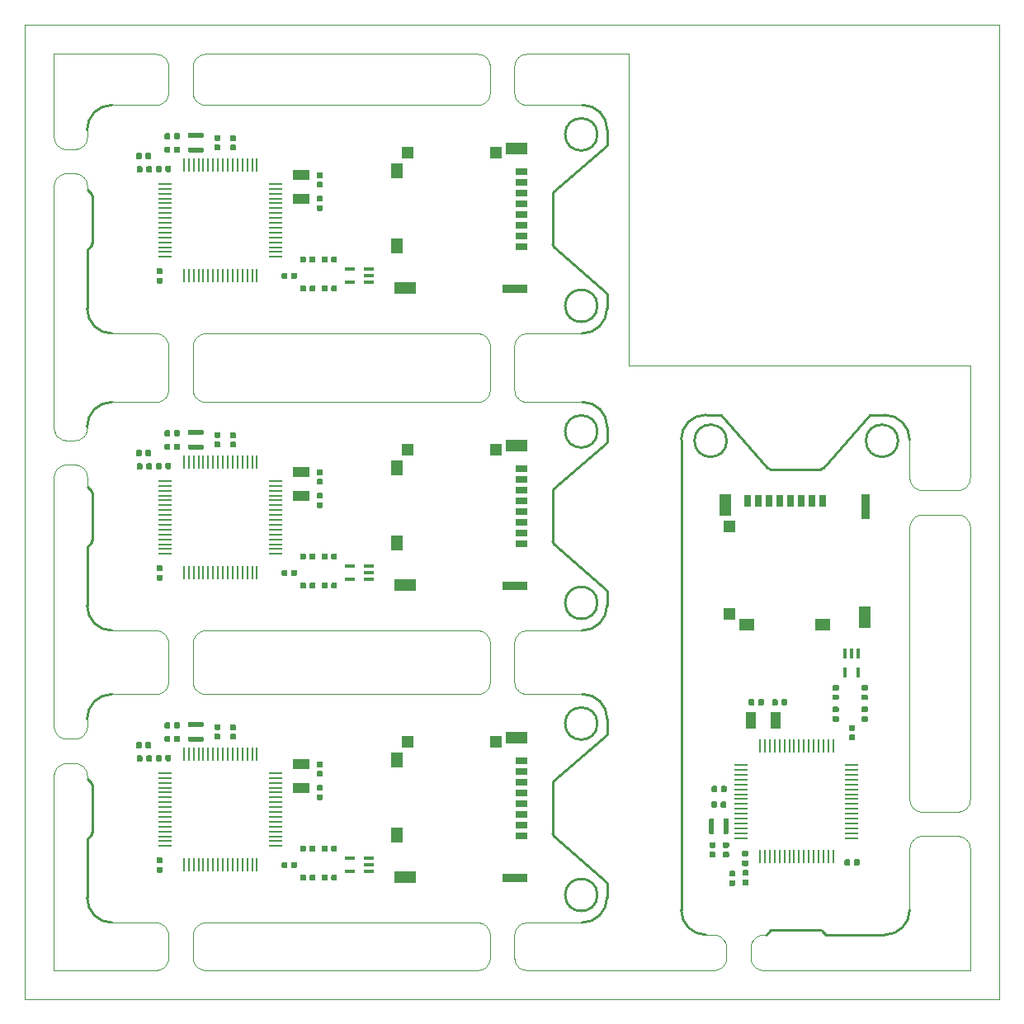
<source format=gbr>
%TF.GenerationSoftware,KiCad,Pcbnew,(5.1.4)-1*%
%TF.CreationDate,2019-10-11T08:55:03-07:00*%
%TF.ProjectId,output.v25Panel,6f757470-7574-42e7-9632-3550616e656c,rev?*%
%TF.SameCoordinates,Original*%
%TF.FileFunction,Paste,Bot*%
%TF.FilePolarity,Positive*%
%FSLAX46Y46*%
G04 Gerber Fmt 4.6, Leading zero omitted, Abs format (unit mm)*
G04 Created by KiCad (PCBNEW (5.1.4)-1) date 2019-10-11 08:55:03*
%MOMM*%
%LPD*%
G04 APERTURE LIST*
%ADD10C,0.050000*%
%ADD11C,0.250000*%
%ADD12C,0.100000*%
%ADD13C,0.150000*%
%ADD14C,0.590000*%
%ADD15R,1.117600X0.355600*%
%ADD16R,1.240000X0.800000*%
%ADD17R,2.500000X0.950000*%
%ADD18R,2.200000X1.150000*%
%ADD19R,1.250000X1.160000*%
%ADD20R,1.200000X1.160000*%
%ADD21R,1.150000X1.500000*%
%ADD22R,1.470000X0.280000*%
%ADD23R,0.280000X1.470000*%
%ADD24C,0.500000*%
%ADD25R,1.800000X1.000000*%
%ADD26R,0.355600X1.117600*%
%ADD27R,0.800000X1.240000*%
%ADD28R,0.950000X2.500000*%
%ADD29R,1.150000X2.200000*%
%ADD30R,1.160000X1.250000*%
%ADD31R,1.160000X1.200000*%
%ADD32R,1.500000X1.150000*%
%ADD33R,1.000000X1.800000*%
G04 APERTURE END LIST*
D10*
X182000000Y-75000000D02*
X147000000Y-75000000D01*
X147000000Y-75000000D02*
X147000000Y-43000000D01*
X85000000Y-140000000D02*
X85000000Y-40000000D01*
X185000000Y-140000000D02*
X85000000Y-140000000D01*
X185000000Y-40000000D02*
X185000000Y-140000000D01*
X85000000Y-40000000D02*
X185000000Y-40000000D01*
D11*
X144752060Y-67575080D02*
X144752060Y-69128640D01*
X142212060Y-71668640D02*
G75*
G03X144752060Y-69128640I0J2540000D01*
G01*
X139315076Y-62811768D02*
X144752060Y-67575080D01*
X91412060Y-56926067D02*
X91860000Y-57370000D01*
X139318052Y-57099398D02*
X144780013Y-52320000D01*
X139318039Y-57099407D02*
G75*
G03X139188512Y-57351166I160472J-241760D01*
G01*
X139315063Y-62811759D02*
G75*
G02X139185536Y-62560000I160472J241760D01*
G01*
X139185536Y-62560000D02*
X139188512Y-57351166D01*
X91412060Y-63068136D02*
X91860000Y-62624203D01*
X91860000Y-62624203D02*
G75*
G03X91921488Y-62435369I-228511J178835D01*
G01*
X91860000Y-57370000D02*
G75*
G02X91921488Y-57558834I-228511J-178835D01*
G01*
X143765221Y-51245720D02*
G75*
G03X143765221Y-51245720I-1652221J0D01*
G01*
X143765221Y-68835220D02*
G75*
G03X143765221Y-68835220I-1652221J0D01*
G01*
X144780013Y-50766440D02*
X144780013Y-52320000D01*
X142240013Y-48226440D02*
G75*
G02X144780013Y-50766440I0J-2540000D01*
G01*
X91412060Y-63068136D02*
X91412060Y-69128640D01*
X91412060Y-50766440D02*
G75*
G02X93952060Y-48226440I2540000J0D01*
G01*
X91921488Y-57558834D02*
X91921488Y-62435369D01*
X93952060Y-71668640D02*
G75*
G02X91412060Y-69128640I0J2540000D01*
G01*
X144752060Y-98055080D02*
X144752060Y-99608640D01*
X142212060Y-102148640D02*
G75*
G03X144752060Y-99608640I0J2540000D01*
G01*
X139315076Y-93291768D02*
X144752060Y-98055080D01*
X91412060Y-87406067D02*
X91860000Y-87850000D01*
X139318052Y-87579398D02*
X144780013Y-82800000D01*
X139318039Y-87579407D02*
G75*
G03X139188512Y-87831166I160472J-241760D01*
G01*
X139315063Y-93291759D02*
G75*
G02X139185536Y-93040000I160472J241760D01*
G01*
X139185536Y-93040000D02*
X139188512Y-87831166D01*
X91412060Y-93548136D02*
X91860000Y-93104203D01*
X91860000Y-93104203D02*
G75*
G03X91921488Y-92915369I-228511J178835D01*
G01*
X91860000Y-87850000D02*
G75*
G02X91921488Y-88038834I-228511J-178835D01*
G01*
X143765221Y-81725720D02*
G75*
G03X143765221Y-81725720I-1652221J0D01*
G01*
X143765221Y-99315220D02*
G75*
G03X143765221Y-99315220I-1652221J0D01*
G01*
X144780013Y-81246440D02*
X144780013Y-82800000D01*
X142240013Y-78706440D02*
G75*
G02X144780013Y-81246440I0J-2540000D01*
G01*
X91412060Y-93548136D02*
X91412060Y-99608640D01*
X91412060Y-81246440D02*
G75*
G02X93952060Y-78706440I2540000J0D01*
G01*
X91921488Y-88038834D02*
X91921488Y-92915369D01*
X93952060Y-102148640D02*
G75*
G02X91412060Y-99608640I0J2540000D01*
G01*
X144752060Y-128027080D02*
X144752060Y-129580640D01*
X142212060Y-132120640D02*
G75*
G03X144752060Y-129580640I0J2540000D01*
G01*
X139315076Y-123263768D02*
X144752060Y-128027080D01*
X91412060Y-117378067D02*
X91860000Y-117822000D01*
X139318052Y-117551398D02*
X144780013Y-112772000D01*
X139318039Y-117551407D02*
G75*
G03X139188512Y-117803166I160472J-241760D01*
G01*
X139315063Y-123263759D02*
G75*
G02X139185536Y-123012000I160472J241760D01*
G01*
X139185536Y-123012000D02*
X139188512Y-117803166D01*
X91412060Y-123520136D02*
X91860000Y-123076203D01*
X91860000Y-123076203D02*
G75*
G03X91921488Y-122887369I-228511J178835D01*
G01*
X91860000Y-117822000D02*
G75*
G02X91921488Y-118010834I-228511J-178835D01*
G01*
X143765221Y-111697720D02*
G75*
G03X143765221Y-111697720I-1652221J0D01*
G01*
X143765221Y-129287220D02*
G75*
G03X143765221Y-129287220I-1652221J0D01*
G01*
X144780013Y-111218440D02*
X144780013Y-112772000D01*
X142240013Y-108678440D02*
G75*
G02X144780013Y-111218440I0J-2540000D01*
G01*
X91412060Y-123520136D02*
X91412060Y-129580640D01*
X91412060Y-111218440D02*
G75*
G02X93952060Y-108678440I2540000J0D01*
G01*
X91921488Y-118010834D02*
X91921488Y-122887369D01*
X93952060Y-132120640D02*
G75*
G02X91412060Y-129580640I0J2540000D01*
G01*
X171715080Y-80037940D02*
X173268640Y-80037940D01*
X175808640Y-82577940D02*
G75*
G03X173268640Y-80037940I-2540000J0D01*
G01*
X166951768Y-85474924D02*
X171715080Y-80037940D01*
X161066067Y-133377940D02*
X161510000Y-132930000D01*
X161239398Y-85471948D02*
X156460000Y-80009987D01*
X161239407Y-85471961D02*
G75*
G03X161491166Y-85601488I241760J160472D01*
G01*
X166951759Y-85474937D02*
G75*
G02X166700000Y-85604464I-241760J160472D01*
G01*
X166700000Y-85604464D02*
X161491166Y-85601488D01*
X167208136Y-133377940D02*
X166764203Y-132930000D01*
X166764203Y-132930000D02*
G75*
G03X166575369Y-132868512I-178835J-228511D01*
G01*
X161510000Y-132930000D02*
G75*
G02X161698834Y-132868512I178835J-228511D01*
G01*
X157037941Y-82677000D02*
G75*
G03X157037941Y-82677000I-1652221J0D01*
G01*
X174627441Y-82677000D02*
G75*
G03X174627441Y-82677000I-1652221J0D01*
G01*
X154906440Y-80009987D02*
X156460000Y-80009987D01*
X152366440Y-82549987D02*
G75*
G02X154906440Y-80009987I2540000J0D01*
G01*
X167208136Y-133377940D02*
X173268640Y-133377940D01*
X152366440Y-82549987D02*
X152366440Y-130837940D01*
X154906440Y-133377940D02*
G75*
G02X152366440Y-130837940I0J2540000D01*
G01*
X161698834Y-132868512D02*
X166575369Y-132868512D01*
X175808640Y-130837940D02*
G75*
G02X173268640Y-133377940I-2540000J0D01*
G01*
D12*
X175808640Y-86500005D02*
X175808640Y-82577940D01*
X182000000Y-86499985D02*
X182000000Y-75000000D01*
X182000000Y-91499960D02*
X181992313Y-91400256D01*
X175808640Y-91500025D02*
X175816327Y-91400321D01*
X181992313Y-91400256D02*
X181976985Y-91301438D01*
X175816327Y-91400321D02*
X175831655Y-91301503D01*
X181976985Y-91301438D02*
X181954107Y-91204091D01*
X175831655Y-91301503D02*
X175854533Y-91204156D01*
X181954107Y-91204091D02*
X181923814Y-91108791D01*
X175854533Y-91204156D02*
X175884826Y-91108856D01*
X181923814Y-91108791D02*
X181886285Y-91016101D01*
X175884826Y-91108856D02*
X175922355Y-91016166D01*
X181886285Y-91016101D02*
X181841742Y-90926570D01*
X175922355Y-91016166D02*
X175966898Y-90926635D01*
X181841742Y-90926570D02*
X181790449Y-90840728D01*
X175966898Y-90926635D02*
X176018191Y-90840793D01*
X181790449Y-90840728D02*
X181732709Y-90759083D01*
X176018191Y-90840793D02*
X176075931Y-90759148D01*
X181732709Y-90759083D02*
X181668864Y-90682118D01*
X176075931Y-90759148D02*
X176139776Y-90682183D01*
X181668864Y-90682118D02*
X181599292Y-90610288D01*
X176139776Y-90682183D02*
X176209348Y-90610353D01*
X181599292Y-90610288D02*
X181524405Y-90544018D01*
X176209348Y-90610353D02*
X176284235Y-90544083D01*
X181524405Y-90544018D02*
X181444646Y-90483700D01*
X176284235Y-90544083D02*
X176363994Y-90483765D01*
X181444646Y-90483700D02*
X181360487Y-90429691D01*
X176363994Y-90483765D02*
X176448153Y-90429756D01*
X181360487Y-90429691D02*
X181272426Y-90382311D01*
X176448153Y-90429756D02*
X176536214Y-90382376D01*
X181272426Y-90382311D02*
X181180984Y-90341840D01*
X176536214Y-90382376D02*
X176627656Y-90341905D01*
X181180984Y-90341840D02*
X181086702Y-90308518D01*
X176627656Y-90341905D02*
X176721938Y-90308583D01*
X181086702Y-90308518D02*
X180990138Y-90282542D01*
X176721938Y-90308583D02*
X176818502Y-90282607D01*
X180990138Y-90282542D02*
X180891863Y-90264065D01*
X176818502Y-90282607D02*
X176916777Y-90264130D01*
X180891863Y-90264065D02*
X180792458Y-90253197D01*
X176916777Y-90264130D02*
X177016182Y-90253262D01*
X180792458Y-90253197D02*
X180692512Y-90250002D01*
X177016182Y-90253262D02*
X177116128Y-90250067D01*
X177116128Y-90250067D02*
X180692512Y-90250002D01*
X175808640Y-86500005D02*
X175816327Y-86599709D01*
X182000000Y-86499985D02*
X181992313Y-86599689D01*
X175816327Y-86599709D02*
X175831655Y-86698527D01*
X181992313Y-86599689D02*
X181976985Y-86698507D01*
X175831655Y-86698527D02*
X175854533Y-86795874D01*
X181976985Y-86698507D02*
X181954107Y-86795854D01*
X175854533Y-86795874D02*
X175884826Y-86891174D01*
X181954107Y-86795854D02*
X181923814Y-86891154D01*
X175884826Y-86891174D02*
X175922355Y-86983864D01*
X181923814Y-86891154D02*
X181886285Y-86983844D01*
X175922355Y-86983864D02*
X175966898Y-87073395D01*
X181886285Y-86983844D02*
X181841742Y-87073375D01*
X175966898Y-87073395D02*
X176018191Y-87159237D01*
X181841742Y-87073375D02*
X181790449Y-87159217D01*
X176018191Y-87159237D02*
X176075931Y-87240882D01*
X181790449Y-87159217D02*
X181732709Y-87240862D01*
X176075931Y-87240882D02*
X176139776Y-87317847D01*
X181732709Y-87240862D02*
X181668864Y-87317827D01*
X176139776Y-87317847D02*
X176209348Y-87389677D01*
X181668864Y-87317827D02*
X181599292Y-87389657D01*
X176209348Y-87389677D02*
X176284235Y-87455947D01*
X181599292Y-87389657D02*
X181524405Y-87455927D01*
X176284235Y-87455947D02*
X176363994Y-87516265D01*
X181524405Y-87455927D02*
X181444646Y-87516245D01*
X176363994Y-87516265D02*
X176448153Y-87570274D01*
X181444646Y-87516245D02*
X181360487Y-87570254D01*
X176448153Y-87570274D02*
X176536214Y-87617654D01*
X181360487Y-87570254D02*
X181272426Y-87617634D01*
X176536214Y-87617654D02*
X176627656Y-87658125D01*
X181272426Y-87617634D02*
X181180984Y-87658105D01*
X176627656Y-87658125D02*
X176721938Y-87691447D01*
X181180984Y-87658105D02*
X181086702Y-87691427D01*
X176721938Y-87691447D02*
X176818502Y-87717423D01*
X181086702Y-87691427D02*
X180990138Y-87717403D01*
X176818502Y-87717423D02*
X176916777Y-87735900D01*
X180990138Y-87717403D02*
X180891863Y-87735880D01*
X176916777Y-87735900D02*
X177016182Y-87746768D01*
X180891863Y-87735880D02*
X180792458Y-87746748D01*
X177016182Y-87746768D02*
X177116128Y-87749963D01*
X180792458Y-87746748D02*
X180692512Y-87749943D01*
X177116128Y-87749963D02*
X180692512Y-87749943D01*
X175808640Y-119499992D02*
X175808640Y-91500025D01*
X175808640Y-124500010D02*
X175808640Y-130837940D01*
X182000000Y-119499987D02*
X182000000Y-91499960D01*
X182000000Y-124500013D02*
X182000000Y-137000000D01*
X182000000Y-124500013D02*
X181992313Y-124400309D01*
X175808640Y-124500010D02*
X175816327Y-124400306D01*
X181992313Y-124400309D02*
X181976985Y-124301491D01*
X175816327Y-124400306D02*
X175831655Y-124301488D01*
X181976985Y-124301491D02*
X181954107Y-124204144D01*
X175831655Y-124301488D02*
X175854533Y-124204141D01*
X181954107Y-124204144D02*
X181923814Y-124108844D01*
X175854533Y-124204141D02*
X175884826Y-124108841D01*
X181923814Y-124108844D02*
X181886285Y-124016154D01*
X175884826Y-124108841D02*
X175922355Y-124016151D01*
X175922355Y-124016151D02*
X175966898Y-123926620D01*
X181886285Y-124016154D02*
X181841742Y-123926623D01*
X175966898Y-123926620D02*
X176018191Y-123840778D01*
X181841742Y-123926623D02*
X181790449Y-123840781D01*
X176018191Y-123840778D02*
X176075931Y-123759133D01*
X181790449Y-123840781D02*
X181732709Y-123759136D01*
X176075931Y-123759133D02*
X176139776Y-123682168D01*
X181732709Y-123759136D02*
X181668864Y-123682171D01*
X176139776Y-123682168D02*
X176209348Y-123610338D01*
X181668864Y-123682171D02*
X181599292Y-123610341D01*
X176209348Y-123610338D02*
X176284235Y-123544068D01*
X181599292Y-123610341D02*
X181524405Y-123544071D01*
X176284235Y-123544068D02*
X176363994Y-123483750D01*
X181524405Y-123544071D02*
X181444646Y-123483753D01*
X176363994Y-123483750D02*
X176448153Y-123429741D01*
X181444646Y-123483753D02*
X181360487Y-123429744D01*
X176448153Y-123429741D02*
X176536214Y-123382361D01*
X181360487Y-123429744D02*
X181272426Y-123382364D01*
X176536214Y-123382361D02*
X176627656Y-123341890D01*
X181272426Y-123382364D02*
X181180984Y-123341893D01*
X176627656Y-123341890D02*
X176721938Y-123308568D01*
X181180984Y-123341893D02*
X181086702Y-123308571D01*
X176721938Y-123308568D02*
X176818502Y-123282592D01*
X181086702Y-123308571D02*
X180990138Y-123282595D01*
X176818502Y-123282592D02*
X176916777Y-123264115D01*
X180990138Y-123282595D02*
X180891863Y-123264118D01*
X176916777Y-123264115D02*
X177016182Y-123253247D01*
X180891863Y-123264118D02*
X180792458Y-123253250D01*
X177016182Y-123253247D02*
X177116128Y-123250052D01*
X180792458Y-123253250D02*
X180692512Y-123250055D01*
X177116128Y-123250052D02*
X180692512Y-123250055D01*
X175808640Y-119499992D02*
X175816327Y-119599696D01*
X182000000Y-119499987D02*
X181992313Y-119599691D01*
X175816327Y-119599696D02*
X175831655Y-119698514D01*
X181992313Y-119599691D02*
X181976985Y-119698509D01*
X175831655Y-119698514D02*
X175854533Y-119795861D01*
X181976985Y-119698509D02*
X181954107Y-119795856D01*
X175854533Y-119795861D02*
X175884826Y-119891161D01*
X181954107Y-119795856D02*
X181923814Y-119891156D01*
X175884826Y-119891161D02*
X175922355Y-119983851D01*
X181923814Y-119891156D02*
X181886285Y-119983846D01*
X175922355Y-119983851D02*
X175966898Y-120073382D01*
X181886285Y-119983846D02*
X181841742Y-120073377D01*
X175966898Y-120073382D02*
X176018191Y-120159224D01*
X181841742Y-120073377D02*
X181790449Y-120159219D01*
X176018191Y-120159224D02*
X176075931Y-120240869D01*
X181790449Y-120159219D02*
X181732709Y-120240864D01*
X176075931Y-120240869D02*
X176139776Y-120317834D01*
X181732709Y-120240864D02*
X181668864Y-120317829D01*
X176139776Y-120317834D02*
X176209348Y-120389664D01*
X181668864Y-120317829D02*
X181599292Y-120389659D01*
X176209348Y-120389664D02*
X176284235Y-120455934D01*
X181599292Y-120389659D02*
X181524405Y-120455929D01*
X176284235Y-120455934D02*
X176363994Y-120516252D01*
X181524405Y-120455929D02*
X181444646Y-120516247D01*
X176363994Y-120516252D02*
X176448153Y-120570261D01*
X181444646Y-120516247D02*
X181360487Y-120570256D01*
X176448153Y-120570261D02*
X176536214Y-120617641D01*
X181360487Y-120570256D02*
X181272426Y-120617636D01*
X176536214Y-120617641D02*
X176627656Y-120658112D01*
X181272426Y-120617636D02*
X181180984Y-120658107D01*
X176627656Y-120658112D02*
X176721938Y-120691434D01*
X181180984Y-120658107D02*
X181086702Y-120691429D01*
X176721938Y-120691434D02*
X176818502Y-120717410D01*
X181086702Y-120691429D02*
X180990138Y-120717405D01*
X176818502Y-120717410D02*
X176916777Y-120735887D01*
X180990138Y-120717405D02*
X180891863Y-120735882D01*
X176916777Y-120735887D02*
X177016182Y-120746755D01*
X180891863Y-120735882D02*
X180792458Y-120746750D01*
X177016182Y-120746755D02*
X177116128Y-120749950D01*
X180792458Y-120746750D02*
X180692512Y-120749945D01*
X177116128Y-120749950D02*
X180692512Y-120749945D01*
X155750002Y-133377940D02*
X154906440Y-133377940D01*
X160749998Y-133377940D02*
X161066067Y-133377940D01*
X160749985Y-137000000D02*
X182000000Y-137000000D01*
X155750002Y-133377940D02*
X155849706Y-133385627D01*
X155749977Y-137000000D02*
X155849681Y-136992313D01*
X155849706Y-133385627D02*
X155948524Y-133400955D01*
X155849681Y-136992313D02*
X155948499Y-136976985D01*
X155948524Y-133400955D02*
X156045871Y-133423833D01*
X155948499Y-136976985D02*
X156045846Y-136954107D01*
X156045871Y-133423833D02*
X156141171Y-133454126D01*
X156045846Y-136954107D02*
X156141146Y-136923814D01*
X156141171Y-133454126D02*
X156233861Y-133491655D01*
X156141146Y-136923814D02*
X156233836Y-136886285D01*
X156233861Y-133491655D02*
X156323392Y-133536198D01*
X156233836Y-136886285D02*
X156323367Y-136841742D01*
X156323392Y-133536198D02*
X156409234Y-133587491D01*
X156323367Y-136841742D02*
X156409209Y-136790449D01*
X156409234Y-133587491D02*
X156490879Y-133645231D01*
X156409209Y-136790449D02*
X156490854Y-136732709D01*
X156490879Y-133645231D02*
X156567844Y-133709076D01*
X156490854Y-136732709D02*
X156567819Y-136668864D01*
X156567844Y-133709076D02*
X156639674Y-133778648D01*
X156567819Y-136668864D02*
X156639649Y-136599292D01*
X156639674Y-133778648D02*
X156705944Y-133853535D01*
X156639649Y-136599292D02*
X156705919Y-136524405D01*
X156705944Y-133853535D02*
X156766262Y-133933294D01*
X156705919Y-136524405D02*
X156766237Y-136444646D01*
X156766262Y-133933294D02*
X156820271Y-134017453D01*
X156766237Y-136444646D02*
X156820246Y-136360487D01*
X156820271Y-134017453D02*
X156867651Y-134105514D01*
X156820246Y-136360487D02*
X156867626Y-136272426D01*
X156867651Y-134105514D02*
X156908122Y-134196956D01*
X156867626Y-136272426D02*
X156908097Y-136180984D01*
X156908122Y-134196956D02*
X156941444Y-134291238D01*
X156908097Y-136180984D02*
X156941419Y-136086702D01*
X156941444Y-134291238D02*
X156967420Y-134387802D01*
X156941419Y-136086702D02*
X156967395Y-135990138D01*
X156967420Y-134387802D02*
X156985897Y-134486077D01*
X156967395Y-135990138D02*
X156985872Y-135891863D01*
X156985897Y-134486077D02*
X156996765Y-134585482D01*
X156985872Y-135891863D02*
X156996740Y-135792458D01*
X156996765Y-134585482D02*
X156999960Y-134685428D01*
X156996740Y-135792458D02*
X156999935Y-135692512D01*
X156999960Y-134685428D02*
X156999935Y-135692512D01*
X160749985Y-137000000D02*
X160650281Y-136992313D01*
X160749998Y-133377940D02*
X160650294Y-133385627D01*
X160650281Y-136992313D02*
X160551463Y-136976985D01*
X160650294Y-133385627D02*
X160551476Y-133400955D01*
X160551463Y-136976985D02*
X160454116Y-136954107D01*
X160551476Y-133400955D02*
X160454129Y-133423833D01*
X160454116Y-136954107D02*
X160358816Y-136923814D01*
X160454129Y-133423833D02*
X160358829Y-133454126D01*
X160358816Y-136923814D02*
X160266126Y-136886285D01*
X160358829Y-133454126D02*
X160266139Y-133491655D01*
X160266126Y-136886285D02*
X160176595Y-136841742D01*
X160266139Y-133491655D02*
X160176608Y-133536198D01*
X160176595Y-136841742D02*
X160090753Y-136790449D01*
X160176608Y-133536198D02*
X160090766Y-133587491D01*
X160090753Y-136790449D02*
X160009108Y-136732709D01*
X160090766Y-133587491D02*
X160009121Y-133645231D01*
X160009108Y-136732709D02*
X159932143Y-136668864D01*
X160009121Y-133645231D02*
X159932156Y-133709076D01*
X159932143Y-136668864D02*
X159860313Y-136599292D01*
X159932156Y-133709076D02*
X159860326Y-133778648D01*
X159860313Y-136599292D02*
X159794043Y-136524405D01*
X159860326Y-133778648D02*
X159794056Y-133853535D01*
X159794043Y-136524405D02*
X159733725Y-136444646D01*
X159794056Y-133853535D02*
X159733738Y-133933294D01*
X159733725Y-136444646D02*
X159679716Y-136360487D01*
X159733738Y-133933294D02*
X159679729Y-134017453D01*
X159679716Y-136360487D02*
X159632336Y-136272426D01*
X159679729Y-134017453D02*
X159632349Y-134105514D01*
X159632336Y-136272426D02*
X159591865Y-136180984D01*
X159632349Y-134105514D02*
X159591878Y-134196956D01*
X159591865Y-136180984D02*
X159558543Y-136086702D01*
X159591878Y-134196956D02*
X159558556Y-134291238D01*
X159558543Y-136086702D02*
X159532567Y-135990138D01*
X159558556Y-134291238D02*
X159532580Y-134387802D01*
X159532567Y-135990138D02*
X159514090Y-135891863D01*
X159532580Y-134387802D02*
X159514103Y-134486077D01*
X159514090Y-135891863D02*
X159503222Y-135792458D01*
X159514103Y-134486077D02*
X159503235Y-134585482D01*
X159503222Y-135792458D02*
X159500027Y-135692512D01*
X159503235Y-134585482D02*
X159500040Y-134685428D01*
X159500040Y-134685428D02*
X159500027Y-135692512D01*
X136499998Y-132120640D02*
X142212060Y-132120640D01*
X136499998Y-137000000D02*
X155749977Y-137000000D01*
X131500015Y-137000000D02*
X131599719Y-136992313D01*
X131500007Y-132120640D02*
X131599711Y-132128327D01*
X131599719Y-136992313D02*
X131698537Y-136976985D01*
X131599711Y-132128327D02*
X131698529Y-132143655D01*
X131698537Y-136976985D02*
X131795884Y-136954107D01*
X131698529Y-132143655D02*
X131795876Y-132166533D01*
X131795884Y-136954107D02*
X131891184Y-136923814D01*
X131795876Y-132166533D02*
X131891176Y-132196826D01*
X131891184Y-136923814D02*
X131983874Y-136886285D01*
X131891176Y-132196826D02*
X131983866Y-132234355D01*
X131983874Y-136886285D02*
X132073405Y-136841742D01*
X131983866Y-132234355D02*
X132073397Y-132278898D01*
X132073405Y-136841742D02*
X132159247Y-136790449D01*
X132073397Y-132278898D02*
X132159239Y-132330191D01*
X132159247Y-136790449D02*
X132240892Y-136732709D01*
X132159239Y-132330191D02*
X132240884Y-132387931D01*
X132240892Y-136732709D02*
X132317857Y-136668864D01*
X132240884Y-132387931D02*
X132317849Y-132451776D01*
X132317857Y-136668864D02*
X132389687Y-136599292D01*
X132317849Y-132451776D02*
X132389679Y-132521348D01*
X132389687Y-136599292D02*
X132455957Y-136524405D01*
X132389679Y-132521348D02*
X132455949Y-132596235D01*
X132455957Y-136524405D02*
X132516275Y-136444646D01*
X132455949Y-132596235D02*
X132516267Y-132675994D01*
X132516275Y-136444646D02*
X132570284Y-136360487D01*
X132516267Y-132675994D02*
X132570276Y-132760153D01*
X132570284Y-136360487D02*
X132617664Y-136272426D01*
X132570276Y-132760153D02*
X132617656Y-132848214D01*
X132617664Y-136272426D02*
X132658135Y-136180984D01*
X132617656Y-132848214D02*
X132658127Y-132939656D01*
X132658135Y-136180984D02*
X132691457Y-136086702D01*
X132658127Y-132939656D02*
X132691449Y-133033938D01*
X132691457Y-136086702D02*
X132717433Y-135990138D01*
X132691449Y-133033938D02*
X132717425Y-133130502D01*
X132717433Y-135990138D02*
X132735910Y-135891863D01*
X132717425Y-133130502D02*
X132735902Y-133228777D01*
X132735910Y-135891863D02*
X132746778Y-135792458D01*
X132735902Y-133228777D02*
X132746770Y-133328182D01*
X132746778Y-135792458D02*
X132749973Y-135692512D01*
X132746770Y-133328182D02*
X132749965Y-133428128D01*
X132749965Y-133428128D02*
X132749973Y-135692512D01*
X136499998Y-137000000D02*
X136400294Y-136992313D01*
X136499998Y-132120640D02*
X136400294Y-132128327D01*
X136400294Y-136992313D02*
X136301476Y-136976985D01*
X136400294Y-132128327D02*
X136301476Y-132143655D01*
X136301476Y-136976985D02*
X136204129Y-136954107D01*
X136301476Y-132143655D02*
X136204129Y-132166533D01*
X136204129Y-136954107D02*
X136108829Y-136923814D01*
X136204129Y-132166533D02*
X136108829Y-132196826D01*
X136108829Y-136923814D02*
X136016139Y-136886285D01*
X136108829Y-132196826D02*
X136016139Y-132234355D01*
X136016139Y-136886285D02*
X135926608Y-136841742D01*
X136016139Y-132234355D02*
X135926608Y-132278898D01*
X135926608Y-136841742D02*
X135840766Y-136790449D01*
X135926608Y-132278898D02*
X135840766Y-132330191D01*
X135840766Y-136790449D02*
X135759121Y-136732709D01*
X135840766Y-132330191D02*
X135759121Y-132387931D01*
X135759121Y-136732709D02*
X135682156Y-136668864D01*
X135759121Y-132387931D02*
X135682156Y-132451776D01*
X135682156Y-136668864D02*
X135610326Y-136599292D01*
X135682156Y-132451776D02*
X135610326Y-132521348D01*
X135610326Y-136599292D02*
X135544056Y-136524405D01*
X135610326Y-132521348D02*
X135544056Y-132596235D01*
X135544056Y-136524405D02*
X135483738Y-136444646D01*
X135544056Y-132596235D02*
X135483738Y-132675994D01*
X135483738Y-136444646D02*
X135429729Y-136360487D01*
X135483738Y-132675994D02*
X135429729Y-132760153D01*
X135429729Y-136360487D02*
X135382349Y-136272426D01*
X135429729Y-132760153D02*
X135382349Y-132848214D01*
X135382349Y-136272426D02*
X135341878Y-136180984D01*
X135382349Y-132848214D02*
X135341878Y-132939656D01*
X135341878Y-136180984D02*
X135308556Y-136086702D01*
X135341878Y-132939656D02*
X135308556Y-133033938D01*
X135308556Y-136086702D02*
X135282580Y-135990138D01*
X135308556Y-133033938D02*
X135282580Y-133130502D01*
X135282580Y-135990138D02*
X135264103Y-135891863D01*
X135282580Y-133130502D02*
X135264103Y-133228777D01*
X135264103Y-135891863D02*
X135253235Y-135792458D01*
X135264103Y-133228777D02*
X135253235Y-133328182D01*
X135253235Y-135792458D02*
X135250040Y-135692512D01*
X135253235Y-133328182D02*
X135250040Y-133428128D01*
X135250040Y-133428128D02*
X135250040Y-135692512D01*
X103500010Y-132120640D02*
X131500007Y-132120640D01*
X98500007Y-132120640D02*
X93952060Y-132120640D01*
X103500010Y-137000000D02*
X131500015Y-137000000D01*
X98500002Y-137000000D02*
X88000000Y-137000000D01*
X98500007Y-132120640D02*
X98599711Y-132128327D01*
X98500002Y-137000000D02*
X98599706Y-136992313D01*
X98599711Y-132128327D02*
X98698529Y-132143655D01*
X98599706Y-136992313D02*
X98698524Y-136976985D01*
X98698529Y-132143655D02*
X98795876Y-132166533D01*
X98698524Y-136976985D02*
X98795871Y-136954107D01*
X98795876Y-132166533D02*
X98891176Y-132196826D01*
X98795871Y-136954107D02*
X98891171Y-136923814D01*
X98891176Y-132196826D02*
X98983866Y-132234355D01*
X98891171Y-136923814D02*
X98983861Y-136886285D01*
X98983866Y-132234355D02*
X99073397Y-132278898D01*
X98983861Y-136886285D02*
X99073392Y-136841742D01*
X99073397Y-132278898D02*
X99159239Y-132330191D01*
X99073392Y-136841742D02*
X99159234Y-136790449D01*
X99159239Y-132330191D02*
X99240884Y-132387931D01*
X99159234Y-136790449D02*
X99240879Y-136732709D01*
X99240884Y-132387931D02*
X99317849Y-132451776D01*
X99240879Y-136732709D02*
X99317844Y-136668864D01*
X99317849Y-132451776D02*
X99389679Y-132521348D01*
X99317844Y-136668864D02*
X99389674Y-136599292D01*
X99389679Y-132521348D02*
X99455949Y-132596235D01*
X99389674Y-136599292D02*
X99455944Y-136524405D01*
X99455949Y-132596235D02*
X99516267Y-132675994D01*
X99455944Y-136524405D02*
X99516262Y-136444646D01*
X99516267Y-132675994D02*
X99570276Y-132760153D01*
X99516262Y-136444646D02*
X99570271Y-136360487D01*
X99570276Y-132760153D02*
X99617656Y-132848214D01*
X99570271Y-136360487D02*
X99617651Y-136272426D01*
X99617656Y-132848214D02*
X99658127Y-132939656D01*
X99617651Y-136272426D02*
X99658122Y-136180984D01*
X99658127Y-132939656D02*
X99691449Y-133033938D01*
X99658122Y-136180984D02*
X99691444Y-136086702D01*
X99691449Y-133033938D02*
X99717425Y-133130502D01*
X99691444Y-136086702D02*
X99717420Y-135990138D01*
X99717425Y-133130502D02*
X99735902Y-133228777D01*
X99717420Y-135990138D02*
X99735897Y-135891863D01*
X99735902Y-133228777D02*
X99746770Y-133328182D01*
X99735897Y-135891863D02*
X99746765Y-135792458D01*
X99746770Y-133328182D02*
X99749965Y-133428128D01*
X99746765Y-135792458D02*
X99749960Y-135692512D01*
X99749965Y-133428128D02*
X99749960Y-135692512D01*
X103500010Y-137000000D02*
X103400306Y-136992313D01*
X103500010Y-132120640D02*
X103400306Y-132128327D01*
X103400306Y-136992313D02*
X103301488Y-136976985D01*
X103400306Y-132128327D02*
X103301488Y-132143655D01*
X103301488Y-136976985D02*
X103204141Y-136954107D01*
X103301488Y-132143655D02*
X103204141Y-132166533D01*
X103204141Y-136954107D02*
X103108841Y-136923814D01*
X103204141Y-132166533D02*
X103108841Y-132196826D01*
X103108841Y-136923814D02*
X103016151Y-136886285D01*
X103108841Y-132196826D02*
X103016151Y-132234355D01*
X103016151Y-136886285D02*
X102926620Y-136841742D01*
X103016151Y-132234355D02*
X102926620Y-132278898D01*
X102926620Y-136841742D02*
X102840778Y-136790449D01*
X102926620Y-132278898D02*
X102840778Y-132330191D01*
X102840778Y-136790449D02*
X102759133Y-136732709D01*
X102840778Y-132330191D02*
X102759133Y-132387931D01*
X102759133Y-136732709D02*
X102682168Y-136668864D01*
X102759133Y-132387931D02*
X102682168Y-132451776D01*
X102682168Y-136668864D02*
X102610338Y-136599292D01*
X102682168Y-132451776D02*
X102610338Y-132521348D01*
X102610338Y-136599292D02*
X102544068Y-136524405D01*
X102610338Y-132521348D02*
X102544068Y-132596235D01*
X102544068Y-136524405D02*
X102483750Y-136444646D01*
X102544068Y-132596235D02*
X102483750Y-132675994D01*
X102483750Y-136444646D02*
X102429741Y-136360487D01*
X102483750Y-132675994D02*
X102429741Y-132760153D01*
X102429741Y-136360487D02*
X102382361Y-136272426D01*
X102429741Y-132760153D02*
X102382361Y-132848214D01*
X102382361Y-136272426D02*
X102341890Y-136180984D01*
X102382361Y-132848214D02*
X102341890Y-132939656D01*
X102341890Y-136180984D02*
X102308568Y-136086702D01*
X102341890Y-132939656D02*
X102308568Y-133033938D01*
X102308568Y-136086702D02*
X102282592Y-135990138D01*
X102308568Y-133033938D02*
X102282592Y-133130502D01*
X102282592Y-135990138D02*
X102264115Y-135891863D01*
X102282592Y-133130502D02*
X102264115Y-133228777D01*
X102264115Y-135891863D02*
X102253247Y-135792458D01*
X102264115Y-133228777D02*
X102253247Y-133328182D01*
X102253247Y-135792458D02*
X102250052Y-135692512D01*
X102253247Y-133328182D02*
X102250052Y-133428128D01*
X102250052Y-133428128D02*
X102250052Y-135692512D01*
X88000000Y-117020000D02*
X88000000Y-137000000D01*
X91412060Y-112020000D02*
X91412060Y-111218440D01*
X91412060Y-117020000D02*
X91412060Y-117378067D01*
X91412060Y-117020000D02*
X91404373Y-116920296D01*
X88000000Y-117020000D02*
X88007687Y-116920296D01*
X91404373Y-116920296D02*
X91389045Y-116821478D01*
X88007687Y-116920296D02*
X88023015Y-116821478D01*
X91389045Y-116821478D02*
X91366167Y-116724131D01*
X88023015Y-116821478D02*
X88045893Y-116724131D01*
X91366167Y-116724131D02*
X91335874Y-116628831D01*
X88045893Y-116724131D02*
X88076186Y-116628831D01*
X91335874Y-116628831D02*
X91298345Y-116536141D01*
X88076186Y-116628831D02*
X88113715Y-116536141D01*
X91298345Y-116536141D02*
X91253802Y-116446610D01*
X88113715Y-116536141D02*
X88158258Y-116446610D01*
X91253802Y-116446610D02*
X91202509Y-116360768D01*
X88158258Y-116446610D02*
X88209551Y-116360768D01*
X91202509Y-116360768D02*
X91144769Y-116279123D01*
X88209551Y-116360768D02*
X88267291Y-116279123D01*
X91144769Y-116279123D02*
X91080924Y-116202158D01*
X88267291Y-116279123D02*
X88331136Y-116202158D01*
X91080924Y-116202158D02*
X91011352Y-116130328D01*
X88331136Y-116202158D02*
X88400708Y-116130328D01*
X91011352Y-116130328D02*
X90936465Y-116064058D01*
X88400708Y-116130328D02*
X88475595Y-116064058D01*
X90936465Y-116064058D02*
X90856706Y-116003740D01*
X88475595Y-116064058D02*
X88555354Y-116003740D01*
X90856706Y-116003740D02*
X90772547Y-115949731D01*
X88555354Y-116003740D02*
X88639513Y-115949731D01*
X90772547Y-115949731D02*
X90684486Y-115902351D01*
X88639513Y-115949731D02*
X88727574Y-115902351D01*
X90684486Y-115902351D02*
X90593044Y-115861880D01*
X88727574Y-115902351D02*
X88819016Y-115861880D01*
X90593044Y-115861880D02*
X90498762Y-115828558D01*
X88819016Y-115861880D02*
X88913298Y-115828558D01*
X90498762Y-115828558D02*
X90402198Y-115802582D01*
X88913298Y-115828558D02*
X89009862Y-115802582D01*
X90402198Y-115802582D02*
X90303923Y-115784105D01*
X89009862Y-115802582D02*
X89108137Y-115784105D01*
X90303923Y-115784105D02*
X90204518Y-115773237D01*
X89108137Y-115784105D02*
X89207542Y-115773237D01*
X90204518Y-115773237D02*
X90104572Y-115770042D01*
X89207542Y-115773237D02*
X89307488Y-115770042D01*
X89307488Y-115770042D02*
X90104572Y-115770042D01*
X88000000Y-112020017D02*
X88007687Y-112119721D01*
X91412060Y-112020000D02*
X91404373Y-112119704D01*
X88007687Y-112119721D02*
X88023015Y-112218539D01*
X91404373Y-112119704D02*
X91389045Y-112218522D01*
X88023015Y-112218539D02*
X88045893Y-112315886D01*
X91389045Y-112218522D02*
X91366167Y-112315869D01*
X88045893Y-112315886D02*
X88076186Y-112411186D01*
X91366167Y-112315869D02*
X91335874Y-112411169D01*
X88076186Y-112411186D02*
X88113715Y-112503876D01*
X91335874Y-112411169D02*
X91298345Y-112503859D01*
X88113715Y-112503876D02*
X88158258Y-112593407D01*
X91298345Y-112503859D02*
X91253802Y-112593390D01*
X88158258Y-112593407D02*
X88209551Y-112679249D01*
X91253802Y-112593390D02*
X91202509Y-112679232D01*
X88209551Y-112679249D02*
X88267291Y-112760894D01*
X91202509Y-112679232D02*
X91144769Y-112760877D01*
X88267291Y-112760894D02*
X88331136Y-112837859D01*
X91144769Y-112760877D02*
X91080924Y-112837842D01*
X88331136Y-112837859D02*
X88400708Y-112909689D01*
X91080924Y-112837842D02*
X91011352Y-112909672D01*
X88400708Y-112909689D02*
X88475595Y-112975959D01*
X91011352Y-112909672D02*
X90936465Y-112975942D01*
X88475595Y-112975959D02*
X88555354Y-113036277D01*
X90936465Y-112975942D02*
X90856706Y-113036260D01*
X88555354Y-113036277D02*
X88639513Y-113090286D01*
X90856706Y-113036260D02*
X90772547Y-113090269D01*
X88639513Y-113090286D02*
X88727574Y-113137666D01*
X90772547Y-113090269D02*
X90684486Y-113137649D01*
X88727574Y-113137666D02*
X88819016Y-113178137D01*
X90684486Y-113137649D02*
X90593044Y-113178120D01*
X88819016Y-113178137D02*
X88913298Y-113211459D01*
X90593044Y-113178120D02*
X90498762Y-113211442D01*
X88913298Y-113211459D02*
X89009862Y-113237435D01*
X90498762Y-113211442D02*
X90402198Y-113237418D01*
X89009862Y-113237435D02*
X89108137Y-113255912D01*
X90402198Y-113237418D02*
X90303923Y-113255895D01*
X89108137Y-113255912D02*
X89207542Y-113266780D01*
X90303923Y-113255895D02*
X90204518Y-113266763D01*
X89207542Y-113266780D02*
X89307488Y-113269975D01*
X90204518Y-113266763D02*
X90104572Y-113269958D01*
X89307488Y-113269975D02*
X90104572Y-113269958D01*
X88000000Y-86385008D02*
X88000000Y-112020017D01*
X91412060Y-81384997D02*
X91412060Y-81246440D01*
X91412060Y-86385003D02*
X91412060Y-87406067D01*
X91412060Y-86385003D02*
X91404373Y-86285299D01*
X88000000Y-86385008D02*
X88007687Y-86285304D01*
X91404373Y-86285299D02*
X91389045Y-86186481D01*
X88007687Y-86285304D02*
X88023015Y-86186486D01*
X91389045Y-86186481D02*
X91366167Y-86089134D01*
X88023015Y-86186486D02*
X88045893Y-86089139D01*
X91366167Y-86089134D02*
X91335874Y-85993834D01*
X88045893Y-86089139D02*
X88076186Y-85993839D01*
X91335874Y-85993834D02*
X91298345Y-85901144D01*
X88076186Y-85993839D02*
X88113715Y-85901149D01*
X91298345Y-85901144D02*
X91253802Y-85811613D01*
X88113715Y-85901149D02*
X88158258Y-85811618D01*
X91253802Y-85811613D02*
X91202509Y-85725771D01*
X88158258Y-85811618D02*
X88209551Y-85725776D01*
X91202509Y-85725771D02*
X91144769Y-85644126D01*
X88209551Y-85725776D02*
X88267291Y-85644131D01*
X91144769Y-85644126D02*
X91080924Y-85567161D01*
X88267291Y-85644131D02*
X88331136Y-85567166D01*
X91080924Y-85567161D02*
X91011352Y-85495331D01*
X88331136Y-85567166D02*
X88400708Y-85495336D01*
X91011352Y-85495331D02*
X90936465Y-85429061D01*
X88400708Y-85495336D02*
X88475595Y-85429066D01*
X90936465Y-85429061D02*
X90856706Y-85368743D01*
X88475595Y-85429066D02*
X88555354Y-85368748D01*
X90856706Y-85368743D02*
X90772547Y-85314734D01*
X88555354Y-85368748D02*
X88639513Y-85314739D01*
X90772547Y-85314734D02*
X90684486Y-85267354D01*
X88639513Y-85314739D02*
X88727574Y-85267359D01*
X90684486Y-85267354D02*
X90593044Y-85226883D01*
X88727574Y-85267359D02*
X88819016Y-85226888D01*
X90593044Y-85226883D02*
X90498762Y-85193561D01*
X88819016Y-85226888D02*
X88913298Y-85193566D01*
X90498762Y-85193561D02*
X90402198Y-85167585D01*
X88913298Y-85193566D02*
X89009862Y-85167590D01*
X90402198Y-85167585D02*
X90303923Y-85149108D01*
X89009862Y-85167590D02*
X89108137Y-85149113D01*
X90303923Y-85149108D02*
X90204518Y-85138240D01*
X89108137Y-85149113D02*
X89207542Y-85138245D01*
X90204518Y-85138240D02*
X90104572Y-85135045D01*
X89207542Y-85138245D02*
X89307488Y-85135050D01*
X89307488Y-85135050D02*
X90104572Y-85135045D01*
X91412060Y-81384997D02*
X91404373Y-81484701D01*
X88000000Y-81384985D02*
X88007687Y-81484689D01*
X91404373Y-81484701D02*
X91389045Y-81583519D01*
X88007687Y-81484689D02*
X88023015Y-81583507D01*
X91389045Y-81583519D02*
X91366167Y-81680866D01*
X88023015Y-81583507D02*
X88045893Y-81680854D01*
X91366167Y-81680866D02*
X91335874Y-81776166D01*
X88045893Y-81680854D02*
X88076186Y-81776154D01*
X91335874Y-81776166D02*
X91298345Y-81868856D01*
X88076186Y-81776154D02*
X88113715Y-81868844D01*
X91298345Y-81868856D02*
X91253802Y-81958387D01*
X88113715Y-81868844D02*
X88158258Y-81958375D01*
X91253802Y-81958387D02*
X91202509Y-82044229D01*
X88158258Y-81958375D02*
X88209551Y-82044217D01*
X91202509Y-82044229D02*
X91144769Y-82125874D01*
X88209551Y-82044217D02*
X88267291Y-82125862D01*
X91144769Y-82125874D02*
X91080924Y-82202839D01*
X88267291Y-82125862D02*
X88331136Y-82202827D01*
X91080924Y-82202839D02*
X91011352Y-82274669D01*
X88331136Y-82202827D02*
X88400708Y-82274657D01*
X91011352Y-82274669D02*
X90936465Y-82340939D01*
X88400708Y-82274657D02*
X88475595Y-82340927D01*
X90936465Y-82340939D02*
X90856706Y-82401257D01*
X88475595Y-82340927D02*
X88555354Y-82401245D01*
X90856706Y-82401257D02*
X90772547Y-82455266D01*
X88555354Y-82401245D02*
X88639513Y-82455254D01*
X90772547Y-82455266D02*
X90684486Y-82502646D01*
X88639513Y-82455254D02*
X88727574Y-82502634D01*
X90684486Y-82502646D02*
X90593044Y-82543117D01*
X88727574Y-82502634D02*
X88819016Y-82543105D01*
X90593044Y-82543117D02*
X90498762Y-82576439D01*
X88819016Y-82543105D02*
X88913298Y-82576427D01*
X90498762Y-82576439D02*
X90402198Y-82602415D01*
X88913298Y-82576427D02*
X89009862Y-82602403D01*
X90402198Y-82602415D02*
X90303923Y-82620892D01*
X89009862Y-82602403D02*
X89108137Y-82620880D01*
X90303923Y-82620892D02*
X90204518Y-82631760D01*
X89108137Y-82620880D02*
X89207542Y-82631748D01*
X90204518Y-82631760D02*
X90104572Y-82634955D01*
X89207542Y-82631748D02*
X89307488Y-82634943D01*
X89307488Y-82634943D02*
X90104572Y-82634955D01*
X88000000Y-56511975D02*
X88000000Y-81384985D01*
X88000000Y-51512000D02*
X88000000Y-43000000D01*
X91412060Y-51512002D02*
X91412060Y-50766440D01*
X91412060Y-56512000D02*
X91412060Y-56926067D01*
X88000000Y-56511975D02*
X88007687Y-56412271D01*
X91412060Y-56512000D02*
X91404373Y-56412296D01*
X88007687Y-56412271D02*
X88023015Y-56313453D01*
X91404373Y-56412296D02*
X91389045Y-56313478D01*
X88023015Y-56313453D02*
X88045893Y-56216106D01*
X91389045Y-56313478D02*
X91366167Y-56216131D01*
X88045893Y-56216106D02*
X88076186Y-56120806D01*
X91366167Y-56216131D02*
X91335874Y-56120831D01*
X88076186Y-56120806D02*
X88113715Y-56028116D01*
X91335874Y-56120831D02*
X91298345Y-56028141D01*
X88113715Y-56028116D02*
X88158258Y-55938585D01*
X91298345Y-56028141D02*
X91253802Y-55938610D01*
X88158258Y-55938585D02*
X88209551Y-55852743D01*
X91253802Y-55938610D02*
X91202509Y-55852768D01*
X88209551Y-55852743D02*
X88267291Y-55771098D01*
X91202509Y-55852768D02*
X91144769Y-55771123D01*
X88267291Y-55771098D02*
X88331136Y-55694133D01*
X91144769Y-55771123D02*
X91080924Y-55694158D01*
X88331136Y-55694133D02*
X88400708Y-55622303D01*
X91080924Y-55694158D02*
X91011352Y-55622328D01*
X88400708Y-55622303D02*
X88475595Y-55556033D01*
X91011352Y-55622328D02*
X90936465Y-55556058D01*
X88475595Y-55556033D02*
X88555354Y-55495715D01*
X90936465Y-55556058D02*
X90856706Y-55495740D01*
X88555354Y-55495715D02*
X88639513Y-55441706D01*
X90856706Y-55495740D02*
X90772547Y-55441731D01*
X88639513Y-55441706D02*
X88727574Y-55394326D01*
X90772547Y-55441731D02*
X90684486Y-55394351D01*
X88727574Y-55394326D02*
X88819016Y-55353855D01*
X90684486Y-55394351D02*
X90593044Y-55353880D01*
X88819016Y-55353855D02*
X88913298Y-55320533D01*
X90593044Y-55353880D02*
X90498762Y-55320558D01*
X88913298Y-55320533D02*
X89009862Y-55294557D01*
X90498762Y-55320558D02*
X90402198Y-55294582D01*
X89009862Y-55294557D02*
X89108137Y-55276080D01*
X90402198Y-55294582D02*
X90303923Y-55276105D01*
X89108137Y-55276080D02*
X89207542Y-55265212D01*
X90303923Y-55276105D02*
X90204518Y-55265237D01*
X89207542Y-55265212D02*
X89307488Y-55262017D01*
X90204518Y-55265237D02*
X90104572Y-55262042D01*
X89307488Y-55262017D02*
X90104572Y-55262042D01*
X91412060Y-51512002D02*
X91404373Y-51611706D01*
X88000000Y-51512000D02*
X88007687Y-51611704D01*
X91404373Y-51611706D02*
X91389045Y-51710524D01*
X88007687Y-51611704D02*
X88023015Y-51710522D01*
X91389045Y-51710524D02*
X91366167Y-51807871D01*
X88023015Y-51710522D02*
X88045893Y-51807869D01*
X91366167Y-51807871D02*
X91335874Y-51903171D01*
X88045893Y-51807869D02*
X88076186Y-51903169D01*
X91335874Y-51903171D02*
X91298345Y-51995861D01*
X88076186Y-51903169D02*
X88113715Y-51995859D01*
X91298345Y-51995861D02*
X91253802Y-52085392D01*
X88113715Y-51995859D02*
X88158258Y-52085390D01*
X91253802Y-52085392D02*
X91202509Y-52171234D01*
X88158258Y-52085390D02*
X88209551Y-52171232D01*
X91202509Y-52171234D02*
X91144769Y-52252879D01*
X88209551Y-52171232D02*
X88267291Y-52252877D01*
X91144769Y-52252879D02*
X91080924Y-52329844D01*
X88267291Y-52252877D02*
X88331136Y-52329842D01*
X91080924Y-52329844D02*
X91011352Y-52401674D01*
X88331136Y-52329842D02*
X88400708Y-52401672D01*
X91011352Y-52401674D02*
X90936465Y-52467944D01*
X88400708Y-52401672D02*
X88475595Y-52467942D01*
X90936465Y-52467944D02*
X90856706Y-52528262D01*
X88475595Y-52467942D02*
X88555354Y-52528260D01*
X90856706Y-52528262D02*
X90772547Y-52582271D01*
X88555354Y-52528260D02*
X88639513Y-52582269D01*
X90772547Y-52582271D02*
X90684486Y-52629651D01*
X88639513Y-52582269D02*
X88727574Y-52629649D01*
X90684486Y-52629651D02*
X90593044Y-52670122D01*
X88727574Y-52629649D02*
X88819016Y-52670120D01*
X90593044Y-52670122D02*
X90498762Y-52703444D01*
X88819016Y-52670120D02*
X88913298Y-52703442D01*
X90498762Y-52703444D02*
X90402198Y-52729420D01*
X88913298Y-52703442D02*
X89009862Y-52729418D01*
X90402198Y-52729420D02*
X90303923Y-52747897D01*
X89009862Y-52729418D02*
X89108137Y-52747895D01*
X90303923Y-52747897D02*
X90204518Y-52758765D01*
X89108137Y-52747895D02*
X89207542Y-52758763D01*
X90204518Y-52758765D02*
X90104572Y-52761960D01*
X89207542Y-52758763D02*
X89307488Y-52761958D01*
X89307488Y-52761958D02*
X90104572Y-52761960D01*
X136499998Y-43000000D02*
X147000000Y-43000000D01*
X136500000Y-48226440D02*
X142240013Y-48226440D01*
X131500015Y-43000000D02*
X131599719Y-43007687D01*
X131500007Y-48226440D02*
X131599711Y-48218753D01*
X131599719Y-43007687D02*
X131698537Y-43023015D01*
X131599711Y-48218753D02*
X131698529Y-48203425D01*
X131698537Y-43023015D02*
X131795884Y-43045893D01*
X131698529Y-48203425D02*
X131795876Y-48180547D01*
X131795884Y-43045893D02*
X131891184Y-43076186D01*
X131795876Y-48180547D02*
X131891176Y-48150254D01*
X131891184Y-43076186D02*
X131983874Y-43113715D01*
X131891176Y-48150254D02*
X131983866Y-48112725D01*
X131983874Y-43113715D02*
X132073405Y-43158258D01*
X131983866Y-48112725D02*
X132073397Y-48068182D01*
X132073405Y-43158258D02*
X132159247Y-43209551D01*
X132073397Y-48068182D02*
X132159239Y-48016889D01*
X132159247Y-43209551D02*
X132240892Y-43267291D01*
X132159239Y-48016889D02*
X132240884Y-47959149D01*
X132240892Y-43267291D02*
X132317857Y-43331136D01*
X132240884Y-47959149D02*
X132317849Y-47895304D01*
X132317857Y-43331136D02*
X132389687Y-43400708D01*
X132317849Y-47895304D02*
X132389679Y-47825732D01*
X132389687Y-43400708D02*
X132455957Y-43475595D01*
X132389679Y-47825732D02*
X132455949Y-47750845D01*
X132455957Y-43475595D02*
X132516275Y-43555354D01*
X132455949Y-47750845D02*
X132516267Y-47671086D01*
X132516275Y-43555354D02*
X132570284Y-43639513D01*
X132516267Y-47671086D02*
X132570276Y-47586927D01*
X132570284Y-43639513D02*
X132617664Y-43727574D01*
X132570276Y-47586927D02*
X132617656Y-47498866D01*
X132617664Y-43727574D02*
X132658135Y-43819016D01*
X132617656Y-47498866D02*
X132658127Y-47407424D01*
X132658135Y-43819016D02*
X132691457Y-43913298D01*
X132658127Y-47407424D02*
X132691449Y-47313142D01*
X132691457Y-43913298D02*
X132717433Y-44009862D01*
X132691449Y-47313142D02*
X132717425Y-47216578D01*
X132717433Y-44009862D02*
X132735910Y-44108137D01*
X132717425Y-47216578D02*
X132735902Y-47118303D01*
X132735910Y-44108137D02*
X132746778Y-44207542D01*
X132735902Y-47118303D02*
X132746770Y-47018898D01*
X132746778Y-44207542D02*
X132749973Y-44307488D01*
X132746770Y-47018898D02*
X132749965Y-46918952D01*
X132749973Y-44307488D02*
X132749965Y-46918952D01*
X136500000Y-48226440D02*
X136400296Y-48218753D01*
X136499998Y-43000000D02*
X136400294Y-43007687D01*
X136400296Y-48218753D02*
X136301478Y-48203425D01*
X136400294Y-43007687D02*
X136301476Y-43023015D01*
X136301478Y-48203425D02*
X136204131Y-48180547D01*
X136301476Y-43023015D02*
X136204129Y-43045893D01*
X136204131Y-48180547D02*
X136108831Y-48150254D01*
X136204129Y-43045893D02*
X136108829Y-43076186D01*
X136108831Y-48150254D02*
X136016141Y-48112725D01*
X136108829Y-43076186D02*
X136016139Y-43113715D01*
X136016141Y-48112725D02*
X135926610Y-48068182D01*
X136016139Y-43113715D02*
X135926608Y-43158258D01*
X135926610Y-48068182D02*
X135840768Y-48016889D01*
X135926608Y-43158258D02*
X135840766Y-43209551D01*
X135840768Y-48016889D02*
X135759123Y-47959149D01*
X135840766Y-43209551D02*
X135759121Y-43267291D01*
X135759123Y-47959149D02*
X135682158Y-47895304D01*
X135759121Y-43267291D02*
X135682156Y-43331136D01*
X135682158Y-47895304D02*
X135610328Y-47825732D01*
X135682156Y-43331136D02*
X135610326Y-43400708D01*
X135610328Y-47825732D02*
X135544058Y-47750845D01*
X135610326Y-43400708D02*
X135544056Y-43475595D01*
X135544058Y-47750845D02*
X135483740Y-47671086D01*
X135544056Y-43475595D02*
X135483738Y-43555354D01*
X135483740Y-47671086D02*
X135429731Y-47586927D01*
X135483738Y-43555354D02*
X135429729Y-43639513D01*
X135429729Y-43639513D02*
X135382349Y-43727574D01*
X135429731Y-47586927D02*
X135382351Y-47498866D01*
X135382349Y-43727574D02*
X135341878Y-43819016D01*
X135382351Y-47498866D02*
X135341880Y-47407424D01*
X135341878Y-43819016D02*
X135308556Y-43913298D01*
X135341880Y-47407424D02*
X135308558Y-47313142D01*
X135308556Y-43913298D02*
X135282580Y-44009862D01*
X135308558Y-47313142D02*
X135282582Y-47216578D01*
X135282580Y-44009862D02*
X135264103Y-44108137D01*
X135282582Y-47216578D02*
X135264105Y-47118303D01*
X135264103Y-44108137D02*
X135253235Y-44207542D01*
X135264105Y-47118303D02*
X135253237Y-47018898D01*
X135253235Y-44207542D02*
X135250040Y-44307488D01*
X135253237Y-47018898D02*
X135250042Y-46918952D01*
X135250040Y-44307488D02*
X135250042Y-46918952D01*
X103500010Y-43000000D02*
X131500015Y-43000000D01*
X98500002Y-43000000D02*
X88000000Y-43000000D01*
X103500010Y-48226440D02*
X131500007Y-48226440D01*
X98500007Y-48226440D02*
X93952060Y-48226440D01*
X98500007Y-48226440D02*
X98599711Y-48218753D01*
X98500002Y-43000000D02*
X98599706Y-43007687D01*
X98599711Y-48218753D02*
X98698529Y-48203425D01*
X98599706Y-43007687D02*
X98698524Y-43023015D01*
X98698529Y-48203425D02*
X98795876Y-48180547D01*
X98698524Y-43023015D02*
X98795871Y-43045893D01*
X98795876Y-48180547D02*
X98891176Y-48150254D01*
X98795871Y-43045893D02*
X98891171Y-43076186D01*
X98891176Y-48150254D02*
X98983866Y-48112725D01*
X98891171Y-43076186D02*
X98983861Y-43113715D01*
X98983866Y-48112725D02*
X99073397Y-48068182D01*
X98983861Y-43113715D02*
X99073392Y-43158258D01*
X99073397Y-48068182D02*
X99159239Y-48016889D01*
X99073392Y-43158258D02*
X99159234Y-43209551D01*
X99159239Y-48016889D02*
X99240884Y-47959149D01*
X99159234Y-43209551D02*
X99240879Y-43267291D01*
X99240884Y-47959149D02*
X99317849Y-47895304D01*
X99240879Y-43267291D02*
X99317844Y-43331136D01*
X99317849Y-47895304D02*
X99389679Y-47825732D01*
X99317844Y-43331136D02*
X99389674Y-43400708D01*
X99389679Y-47825732D02*
X99455949Y-47750845D01*
X99389674Y-43400708D02*
X99455944Y-43475595D01*
X99455949Y-47750845D02*
X99516267Y-47671086D01*
X99455944Y-43475595D02*
X99516262Y-43555354D01*
X99516267Y-47671086D02*
X99570276Y-47586927D01*
X99516262Y-43555354D02*
X99570271Y-43639513D01*
X99570276Y-47586927D02*
X99617656Y-47498866D01*
X99570271Y-43639513D02*
X99617651Y-43727574D01*
X99617656Y-47498866D02*
X99658127Y-47407424D01*
X99617651Y-43727574D02*
X99658122Y-43819016D01*
X99658127Y-47407424D02*
X99691449Y-47313142D01*
X99658122Y-43819016D02*
X99691444Y-43913298D01*
X99691449Y-47313142D02*
X99717425Y-47216578D01*
X99691444Y-43913298D02*
X99717420Y-44009862D01*
X99717425Y-47216578D02*
X99735902Y-47118303D01*
X99717420Y-44009862D02*
X99735897Y-44108137D01*
X99735902Y-47118303D02*
X99746770Y-47018898D01*
X99735897Y-44108137D02*
X99746765Y-44207542D01*
X99746770Y-47018898D02*
X99749965Y-46918952D01*
X99746765Y-44207542D02*
X99749960Y-44307488D01*
X99749960Y-44307488D02*
X99749965Y-46918952D01*
X103500010Y-48226440D02*
X103400306Y-48218753D01*
X103500010Y-43000000D02*
X103400306Y-43007687D01*
X103400306Y-48218753D02*
X103301488Y-48203425D01*
X103400306Y-43007687D02*
X103301488Y-43023015D01*
X103301488Y-48203425D02*
X103204141Y-48180547D01*
X103301488Y-43023015D02*
X103204141Y-43045893D01*
X103204141Y-48180547D02*
X103108841Y-48150254D01*
X103204141Y-43045893D02*
X103108841Y-43076186D01*
X103108841Y-48150254D02*
X103016151Y-48112725D01*
X103108841Y-43076186D02*
X103016151Y-43113715D01*
X103016151Y-48112725D02*
X102926620Y-48068182D01*
X103016151Y-43113715D02*
X102926620Y-43158258D01*
X102926620Y-48068182D02*
X102840778Y-48016889D01*
X102926620Y-43158258D02*
X102840778Y-43209551D01*
X102840778Y-48016889D02*
X102759133Y-47959149D01*
X102840778Y-43209551D02*
X102759133Y-43267291D01*
X102759133Y-47959149D02*
X102682168Y-47895304D01*
X102759133Y-43267291D02*
X102682168Y-43331136D01*
X102682168Y-47895304D02*
X102610338Y-47825732D01*
X102682168Y-43331136D02*
X102610338Y-43400708D01*
X102610338Y-47825732D02*
X102544068Y-47750845D01*
X102610338Y-43400708D02*
X102544068Y-43475595D01*
X102544068Y-47750845D02*
X102483750Y-47671086D01*
X102544068Y-43475595D02*
X102483750Y-43555354D01*
X102483750Y-47671086D02*
X102429741Y-47586927D01*
X102483750Y-43555354D02*
X102429741Y-43639513D01*
X102429741Y-47586927D02*
X102382361Y-47498866D01*
X102429741Y-43639513D02*
X102382361Y-43727574D01*
X102382361Y-47498866D02*
X102341890Y-47407424D01*
X102382361Y-43727574D02*
X102341890Y-43819016D01*
X102341890Y-47407424D02*
X102308568Y-47313142D01*
X102341890Y-43819016D02*
X102308568Y-43913298D01*
X102308568Y-47313142D02*
X102282592Y-47216578D01*
X102308568Y-43913298D02*
X102282592Y-44009862D01*
X102282592Y-47216578D02*
X102264115Y-47118303D01*
X102282592Y-44009862D02*
X102264115Y-44108137D01*
X102264115Y-47118303D02*
X102253247Y-47018898D01*
X102264115Y-44108137D02*
X102253247Y-44207542D01*
X102253247Y-47018898D02*
X102250052Y-46918952D01*
X102253247Y-44207542D02*
X102250052Y-44307488D01*
X102250052Y-44307488D02*
X102250052Y-46918952D01*
X136499998Y-71668640D02*
X142212060Y-71668640D01*
X136500000Y-78706440D02*
X142240013Y-78706440D01*
X131500007Y-78706440D02*
X131599711Y-78698753D01*
X131500007Y-71668640D02*
X131599711Y-71676327D01*
X131599711Y-78698753D02*
X131698529Y-78683425D01*
X131599711Y-71676327D02*
X131698529Y-71691655D01*
X131698529Y-78683425D02*
X131795876Y-78660547D01*
X131698529Y-71691655D02*
X131795876Y-71714533D01*
X131795876Y-78660547D02*
X131891176Y-78630254D01*
X131795876Y-71714533D02*
X131891176Y-71744826D01*
X131891176Y-78630254D02*
X131983866Y-78592725D01*
X131891176Y-71744826D02*
X131983866Y-71782355D01*
X131983866Y-78592725D02*
X132073397Y-78548182D01*
X131983866Y-71782355D02*
X132073397Y-71826898D01*
X132073397Y-78548182D02*
X132159239Y-78496889D01*
X132073397Y-71826898D02*
X132159239Y-71878191D01*
X132159239Y-78496889D02*
X132240884Y-78439149D01*
X132159239Y-71878191D02*
X132240884Y-71935931D01*
X132240884Y-78439149D02*
X132317849Y-78375304D01*
X132240884Y-71935931D02*
X132317849Y-71999776D01*
X132317849Y-78375304D02*
X132389679Y-78305732D01*
X132317849Y-71999776D02*
X132389679Y-72069348D01*
X132389679Y-78305732D02*
X132455949Y-78230845D01*
X132389679Y-72069348D02*
X132455949Y-72144235D01*
X132455949Y-78230845D02*
X132516267Y-78151086D01*
X132455949Y-72144235D02*
X132516267Y-72223994D01*
X132516267Y-78151086D02*
X132570276Y-78066927D01*
X132516267Y-72223994D02*
X132570276Y-72308153D01*
X132570276Y-78066927D02*
X132617656Y-77978866D01*
X132570276Y-72308153D02*
X132617656Y-72396214D01*
X132617656Y-77978866D02*
X132658127Y-77887424D01*
X132617656Y-72396214D02*
X132658127Y-72487656D01*
X132658127Y-77887424D02*
X132691449Y-77793142D01*
X132658127Y-72487656D02*
X132691449Y-72581938D01*
X132691449Y-77793142D02*
X132717425Y-77696578D01*
X132691449Y-72581938D02*
X132717425Y-72678502D01*
X132717425Y-77696578D02*
X132735902Y-77598303D01*
X132717425Y-72678502D02*
X132735902Y-72776777D01*
X132735902Y-77598303D02*
X132746770Y-77498898D01*
X132735902Y-72776777D02*
X132746770Y-72876182D01*
X132746770Y-77498898D02*
X132749965Y-77398952D01*
X132746770Y-72876182D02*
X132749965Y-72976128D01*
X132749965Y-72976128D02*
X132749965Y-77398952D01*
X136500000Y-78706440D02*
X136400296Y-78698753D01*
X136499998Y-71668640D02*
X136400294Y-71676327D01*
X136400296Y-78698753D02*
X136301478Y-78683425D01*
X136400294Y-71676327D02*
X136301476Y-71691655D01*
X136301478Y-78683425D02*
X136204131Y-78660547D01*
X136301476Y-71691655D02*
X136204129Y-71714533D01*
X136204131Y-78660547D02*
X136108831Y-78630254D01*
X136204129Y-71714533D02*
X136108829Y-71744826D01*
X136108831Y-78630254D02*
X136016141Y-78592725D01*
X136108829Y-71744826D02*
X136016139Y-71782355D01*
X136016141Y-78592725D02*
X135926610Y-78548182D01*
X136016139Y-71782355D02*
X135926608Y-71826898D01*
X135926610Y-78548182D02*
X135840768Y-78496889D01*
X135926608Y-71826898D02*
X135840766Y-71878191D01*
X135840768Y-78496889D02*
X135759123Y-78439149D01*
X135840766Y-71878191D02*
X135759121Y-71935931D01*
X135759123Y-78439149D02*
X135682158Y-78375304D01*
X135759121Y-71935931D02*
X135682156Y-71999776D01*
X135682158Y-78375304D02*
X135610328Y-78305732D01*
X135682156Y-71999776D02*
X135610326Y-72069348D01*
X135610328Y-78305732D02*
X135544058Y-78230845D01*
X135610326Y-72069348D02*
X135544056Y-72144235D01*
X135544058Y-78230845D02*
X135483740Y-78151086D01*
X135544056Y-72144235D02*
X135483738Y-72223994D01*
X135483740Y-78151086D02*
X135429731Y-78066927D01*
X135483738Y-72223994D02*
X135429729Y-72308153D01*
X135429731Y-78066927D02*
X135382351Y-77978866D01*
X135429729Y-72308153D02*
X135382349Y-72396214D01*
X135382351Y-77978866D02*
X135341880Y-77887424D01*
X135382349Y-72396214D02*
X135341878Y-72487656D01*
X135341880Y-77887424D02*
X135308558Y-77793142D01*
X135341878Y-72487656D02*
X135308556Y-72581938D01*
X135308558Y-77793142D02*
X135282582Y-77696578D01*
X135308556Y-72581938D02*
X135282580Y-72678502D01*
X135282582Y-77696578D02*
X135264105Y-77598303D01*
X135282580Y-72678502D02*
X135264103Y-72776777D01*
X135264105Y-77598303D02*
X135253237Y-77498898D01*
X135264103Y-72776777D02*
X135253235Y-72876182D01*
X135253237Y-77498898D02*
X135250042Y-77398952D01*
X135253235Y-72876182D02*
X135250040Y-72976128D01*
X135250040Y-72976128D02*
X135250042Y-77398952D01*
X103500010Y-71668640D02*
X131500007Y-71668640D01*
X98500007Y-71668640D02*
X93952060Y-71668640D01*
X103500010Y-78706440D02*
X131500007Y-78706440D01*
X98500007Y-78706440D02*
X93952060Y-78706440D01*
X98500007Y-78706440D02*
X98599711Y-78698753D01*
X98500007Y-71668640D02*
X98599711Y-71676327D01*
X98599711Y-78698753D02*
X98698529Y-78683425D01*
X98599711Y-71676327D02*
X98698529Y-71691655D01*
X98698529Y-78683425D02*
X98795876Y-78660547D01*
X98698529Y-71691655D02*
X98795876Y-71714533D01*
X98795876Y-78660547D02*
X98891176Y-78630254D01*
X98795876Y-71714533D02*
X98891176Y-71744826D01*
X98891176Y-78630254D02*
X98983866Y-78592725D01*
X98891176Y-71744826D02*
X98983866Y-71782355D01*
X98983866Y-78592725D02*
X99073397Y-78548182D01*
X98983866Y-71782355D02*
X99073397Y-71826898D01*
X99073397Y-78548182D02*
X99159239Y-78496889D01*
X99073397Y-71826898D02*
X99159239Y-71878191D01*
X99159239Y-78496889D02*
X99240884Y-78439149D01*
X99159239Y-71878191D02*
X99240884Y-71935931D01*
X99240884Y-78439149D02*
X99317849Y-78375304D01*
X99240884Y-71935931D02*
X99317849Y-71999776D01*
X99317849Y-78375304D02*
X99389679Y-78305732D01*
X99317849Y-71999776D02*
X99389679Y-72069348D01*
X99389679Y-78305732D02*
X99455949Y-78230845D01*
X99389679Y-72069348D02*
X99455949Y-72144235D01*
X99455949Y-78230845D02*
X99516267Y-78151086D01*
X99455949Y-72144235D02*
X99516267Y-72223994D01*
X99516267Y-78151086D02*
X99570276Y-78066927D01*
X99516267Y-72223994D02*
X99570276Y-72308153D01*
X99570276Y-78066927D02*
X99617656Y-77978866D01*
X99570276Y-72308153D02*
X99617656Y-72396214D01*
X99617656Y-77978866D02*
X99658127Y-77887424D01*
X99617656Y-72396214D02*
X99658127Y-72487656D01*
X99658127Y-77887424D02*
X99691449Y-77793142D01*
X99658127Y-72487656D02*
X99691449Y-72581938D01*
X99691449Y-77793142D02*
X99717425Y-77696578D01*
X99691449Y-72581938D02*
X99717425Y-72678502D01*
X99717425Y-77696578D02*
X99735902Y-77598303D01*
X99717425Y-72678502D02*
X99735902Y-72776777D01*
X99735902Y-77598303D02*
X99746770Y-77498898D01*
X99735902Y-72776777D02*
X99746770Y-72876182D01*
X99746770Y-77498898D02*
X99749965Y-77398952D01*
X99746770Y-72876182D02*
X99749965Y-72976128D01*
X99749965Y-72976128D02*
X99749965Y-77398952D01*
X103500010Y-78706440D02*
X103400306Y-78698753D01*
X103500010Y-71668640D02*
X103400306Y-71676327D01*
X103400306Y-78698753D02*
X103301488Y-78683425D01*
X103400306Y-71676327D02*
X103301488Y-71691655D01*
X103301488Y-78683425D02*
X103204141Y-78660547D01*
X103301488Y-71691655D02*
X103204141Y-71714533D01*
X103204141Y-78660547D02*
X103108841Y-78630254D01*
X103204141Y-71714533D02*
X103108841Y-71744826D01*
X103108841Y-78630254D02*
X103016151Y-78592725D01*
X103108841Y-71744826D02*
X103016151Y-71782355D01*
X103016151Y-78592725D02*
X102926620Y-78548182D01*
X103016151Y-71782355D02*
X102926620Y-71826898D01*
X102926620Y-78548182D02*
X102840778Y-78496889D01*
X102926620Y-71826898D02*
X102840778Y-71878191D01*
X102840778Y-78496889D02*
X102759133Y-78439149D01*
X102840778Y-71878191D02*
X102759133Y-71935931D01*
X102759133Y-78439149D02*
X102682168Y-78375304D01*
X102759133Y-71935931D02*
X102682168Y-71999776D01*
X102682168Y-78375304D02*
X102610338Y-78305732D01*
X102682168Y-71999776D02*
X102610338Y-72069348D01*
X102610338Y-78305732D02*
X102544068Y-78230845D01*
X102610338Y-72069348D02*
X102544068Y-72144235D01*
X102544068Y-78230845D02*
X102483750Y-78151086D01*
X102544068Y-72144235D02*
X102483750Y-72223994D01*
X102483750Y-78151086D02*
X102429741Y-78066927D01*
X102483750Y-72223994D02*
X102429741Y-72308153D01*
X102429741Y-78066927D02*
X102382361Y-77978866D01*
X102429741Y-72308153D02*
X102382361Y-72396214D01*
X102382361Y-77978866D02*
X102341890Y-77887424D01*
X102382361Y-72396214D02*
X102341890Y-72487656D01*
X102341890Y-77887424D02*
X102308568Y-77793142D01*
X102341890Y-72487656D02*
X102308568Y-72581938D01*
X102308568Y-77793142D02*
X102282592Y-77696578D01*
X102308568Y-72581938D02*
X102282592Y-72678502D01*
X102282592Y-77696578D02*
X102264115Y-77598303D01*
X102282592Y-72678502D02*
X102264115Y-72776777D01*
X102264115Y-77598303D02*
X102253247Y-77498898D01*
X102264115Y-72776777D02*
X102253247Y-72876182D01*
X102253247Y-77498898D02*
X102250052Y-77398952D01*
X102253247Y-72876182D02*
X102250052Y-72976128D01*
X102250052Y-72976128D02*
X102250052Y-77398952D01*
X136499998Y-102148640D02*
X142212060Y-102148640D01*
X136500000Y-108678440D02*
X142240013Y-108678440D01*
X131500007Y-108678440D02*
X131599711Y-108670753D01*
X131500007Y-102148640D02*
X131599711Y-102156327D01*
X131599711Y-108670753D02*
X131698529Y-108655425D01*
X131599711Y-102156327D02*
X131698529Y-102171655D01*
X131698529Y-108655425D02*
X131795876Y-108632547D01*
X131698529Y-102171655D02*
X131795876Y-102194533D01*
X131795876Y-108632547D02*
X131891176Y-108602254D01*
X131795876Y-102194533D02*
X131891176Y-102224826D01*
X131891176Y-108602254D02*
X131983866Y-108564725D01*
X131891176Y-102224826D02*
X131983866Y-102262355D01*
X131983866Y-108564725D02*
X132073397Y-108520182D01*
X131983866Y-102262355D02*
X132073397Y-102306898D01*
X132073397Y-108520182D02*
X132159239Y-108468889D01*
X132073397Y-102306898D02*
X132159239Y-102358191D01*
X132159239Y-108468889D02*
X132240884Y-108411149D01*
X132159239Y-102358191D02*
X132240884Y-102415931D01*
X132240884Y-108411149D02*
X132317849Y-108347304D01*
X132240884Y-102415931D02*
X132317849Y-102479776D01*
X132317849Y-108347304D02*
X132389679Y-108277732D01*
X132317849Y-102479776D02*
X132389679Y-102549348D01*
X132389679Y-108277732D02*
X132455949Y-108202845D01*
X132389679Y-102549348D02*
X132455949Y-102624235D01*
X132455949Y-108202845D02*
X132516267Y-108123086D01*
X132455949Y-102624235D02*
X132516267Y-102703994D01*
X132516267Y-108123086D02*
X132570276Y-108038927D01*
X132516267Y-102703994D02*
X132570276Y-102788153D01*
X132570276Y-108038927D02*
X132617656Y-107950866D01*
X132570276Y-102788153D02*
X132617656Y-102876214D01*
X132617656Y-107950866D02*
X132658127Y-107859424D01*
X132617656Y-102876214D02*
X132658127Y-102967656D01*
X132658127Y-107859424D02*
X132691449Y-107765142D01*
X132658127Y-102967656D02*
X132691449Y-103061938D01*
X132691449Y-107765142D02*
X132717425Y-107668578D01*
X132691449Y-103061938D02*
X132717425Y-103158502D01*
X132717425Y-107668578D02*
X132735902Y-107570303D01*
X132717425Y-103158502D02*
X132735902Y-103256777D01*
X132735902Y-107570303D02*
X132746770Y-107470898D01*
X132735902Y-103256777D02*
X132746770Y-103356182D01*
X132746770Y-107470898D02*
X132749965Y-107370952D01*
X132746770Y-103356182D02*
X132749965Y-103456128D01*
X132749965Y-103456128D02*
X132749965Y-107370952D01*
X136500000Y-108678440D02*
X136400296Y-108670753D01*
X136499998Y-102148640D02*
X136400294Y-102156327D01*
X136400296Y-108670753D02*
X136301478Y-108655425D01*
X136400294Y-102156327D02*
X136301476Y-102171655D01*
X136301478Y-108655425D02*
X136204131Y-108632547D01*
X136301476Y-102171655D02*
X136204129Y-102194533D01*
X136204131Y-108632547D02*
X136108831Y-108602254D01*
X136204129Y-102194533D02*
X136108829Y-102224826D01*
X136108831Y-108602254D02*
X136016141Y-108564725D01*
X136108829Y-102224826D02*
X136016139Y-102262355D01*
X136016141Y-108564725D02*
X135926610Y-108520182D01*
X136016139Y-102262355D02*
X135926608Y-102306898D01*
X135926610Y-108520182D02*
X135840768Y-108468889D01*
X135926608Y-102306898D02*
X135840766Y-102358191D01*
X135840768Y-108468889D02*
X135759123Y-108411149D01*
X135840766Y-102358191D02*
X135759121Y-102415931D01*
X135759123Y-108411149D02*
X135682158Y-108347304D01*
X135759121Y-102415931D02*
X135682156Y-102479776D01*
X135682158Y-108347304D02*
X135610328Y-108277732D01*
X135682156Y-102479776D02*
X135610326Y-102549348D01*
X135610328Y-108277732D02*
X135544058Y-108202845D01*
X135610326Y-102549348D02*
X135544056Y-102624235D01*
X135544058Y-108202845D02*
X135483740Y-108123086D01*
X135544056Y-102624235D02*
X135483738Y-102703994D01*
X135483740Y-108123086D02*
X135429731Y-108038927D01*
X135483738Y-102703994D02*
X135429729Y-102788153D01*
X135429731Y-108038927D02*
X135382351Y-107950866D01*
X135429729Y-102788153D02*
X135382349Y-102876214D01*
X135382351Y-107950866D02*
X135341880Y-107859424D01*
X135382349Y-102876214D02*
X135341878Y-102967656D01*
X135341880Y-107859424D02*
X135308558Y-107765142D01*
X135341878Y-102967656D02*
X135308556Y-103061938D01*
X135308558Y-107765142D02*
X135282582Y-107668578D01*
X135308556Y-103061938D02*
X135282580Y-103158502D01*
X135282582Y-107668578D02*
X135264105Y-107570303D01*
X135282580Y-103158502D02*
X135264103Y-103256777D01*
X135264105Y-107570303D02*
X135253237Y-107470898D01*
X135264103Y-103256777D02*
X135253235Y-103356182D01*
X135253237Y-107470898D02*
X135250042Y-107370952D01*
X135253235Y-103356182D02*
X135250040Y-103456128D01*
X135250040Y-103456128D02*
X135250042Y-107370952D01*
X103500010Y-102148640D02*
X131500007Y-102148640D01*
X98500007Y-102148640D02*
X93952060Y-102148640D01*
X103500010Y-108678440D02*
X131500007Y-108678440D01*
X98500007Y-108678440D02*
X93952060Y-108678440D01*
X98500007Y-108678440D02*
X98599711Y-108670753D01*
X98500007Y-102148640D02*
X98599711Y-102156327D01*
X98599711Y-108670753D02*
X98698529Y-108655425D01*
X98599711Y-102156327D02*
X98698529Y-102171655D01*
X98698529Y-108655425D02*
X98795876Y-108632547D01*
X98698529Y-102171655D02*
X98795876Y-102194533D01*
X98795876Y-108632547D02*
X98891176Y-108602254D01*
X98795876Y-102194533D02*
X98891176Y-102224826D01*
X98891176Y-108602254D02*
X98983866Y-108564725D01*
X98891176Y-102224826D02*
X98983866Y-102262355D01*
X98983866Y-108564725D02*
X99073397Y-108520182D01*
X98983866Y-102262355D02*
X99073397Y-102306898D01*
X99073397Y-108520182D02*
X99159239Y-108468889D01*
X99073397Y-102306898D02*
X99159239Y-102358191D01*
X99159239Y-108468889D02*
X99240884Y-108411149D01*
X99159239Y-102358191D02*
X99240884Y-102415931D01*
X99240884Y-108411149D02*
X99317849Y-108347304D01*
X99240884Y-102415931D02*
X99317849Y-102479776D01*
X99317849Y-108347304D02*
X99389679Y-108277732D01*
X99317849Y-102479776D02*
X99389679Y-102549348D01*
X99389679Y-108277732D02*
X99455949Y-108202845D01*
X99389679Y-102549348D02*
X99455949Y-102624235D01*
X99455949Y-108202845D02*
X99516267Y-108123086D01*
X99455949Y-102624235D02*
X99516267Y-102703994D01*
X99516267Y-108123086D02*
X99570276Y-108038927D01*
X99516267Y-102703994D02*
X99570276Y-102788153D01*
X99570276Y-108038927D02*
X99617656Y-107950866D01*
X99570276Y-102788153D02*
X99617656Y-102876214D01*
X99617656Y-107950866D02*
X99658127Y-107859424D01*
X99617656Y-102876214D02*
X99658127Y-102967656D01*
X99658127Y-107859424D02*
X99691449Y-107765142D01*
X99658127Y-102967656D02*
X99691449Y-103061938D01*
X99691449Y-107765142D02*
X99717425Y-107668578D01*
X99691449Y-103061938D02*
X99717425Y-103158502D01*
X99717425Y-107668578D02*
X99735902Y-107570303D01*
X99717425Y-103158502D02*
X99735902Y-103256777D01*
X99735902Y-107570303D02*
X99746770Y-107470898D01*
X99735902Y-103256777D02*
X99746770Y-103356182D01*
X99746770Y-107470898D02*
X99749965Y-107370952D01*
X99746770Y-103356182D02*
X99749965Y-103456128D01*
X99749965Y-103456128D02*
X99749965Y-107370952D01*
X103500010Y-108678440D02*
X103400306Y-108670753D01*
X103500010Y-102148640D02*
X103400306Y-102156327D01*
X103400306Y-108670753D02*
X103301488Y-108655425D01*
X103400306Y-102156327D02*
X103301488Y-102171655D01*
X103301488Y-108655425D02*
X103204141Y-108632547D01*
X103301488Y-102171655D02*
X103204141Y-102194533D01*
X103204141Y-108632547D02*
X103108841Y-108602254D01*
X103204141Y-102194533D02*
X103108841Y-102224826D01*
X103108841Y-108602254D02*
X103016151Y-108564725D01*
X103108841Y-102224826D02*
X103016151Y-102262355D01*
X103016151Y-108564725D02*
X102926620Y-108520182D01*
X103016151Y-102262355D02*
X102926620Y-102306898D01*
X102926620Y-108520182D02*
X102840778Y-108468889D01*
X102926620Y-102306898D02*
X102840778Y-102358191D01*
X102840778Y-108468889D02*
X102759133Y-108411149D01*
X102840778Y-102358191D02*
X102759133Y-102415931D01*
X102759133Y-108411149D02*
X102682168Y-108347304D01*
X102759133Y-102415931D02*
X102682168Y-102479776D01*
X102682168Y-108347304D02*
X102610338Y-108277732D01*
X102682168Y-102479776D02*
X102610338Y-102549348D01*
X102610338Y-108277732D02*
X102544068Y-108202845D01*
X102610338Y-102549348D02*
X102544068Y-102624235D01*
X102544068Y-108202845D02*
X102483750Y-108123086D01*
X102544068Y-102624235D02*
X102483750Y-102703994D01*
X102483750Y-108123086D02*
X102429741Y-108038927D01*
X102483750Y-102703994D02*
X102429741Y-102788153D01*
X102429741Y-108038927D02*
X102382361Y-107950866D01*
X102429741Y-102788153D02*
X102382361Y-102876214D01*
X102382361Y-107950866D02*
X102341890Y-107859424D01*
X102382361Y-102876214D02*
X102341890Y-102967656D01*
X102341890Y-107859424D02*
X102308568Y-107765142D01*
X102341890Y-102967656D02*
X102308568Y-103061938D01*
X102308568Y-107765142D02*
X102282592Y-107668578D01*
X102308568Y-103061938D02*
X102282592Y-103158502D01*
X102282592Y-107668578D02*
X102264115Y-107570303D01*
X102282592Y-103158502D02*
X102264115Y-103256777D01*
X102264115Y-107570303D02*
X102253247Y-107470898D01*
X102264115Y-103256777D02*
X102253247Y-103356182D01*
X102253247Y-107470898D02*
X102250052Y-107370952D01*
X102253247Y-103356182D02*
X102250052Y-103456128D01*
X102250052Y-103456128D02*
X102250052Y-107370952D01*
D13*
G36*
X116923078Y-66736710D02*
G01*
X116937396Y-66738834D01*
X116951437Y-66742351D01*
X116965066Y-66747228D01*
X116978151Y-66753417D01*
X116990567Y-66760858D01*
X117002193Y-66769481D01*
X117012918Y-66779202D01*
X117022639Y-66789927D01*
X117031262Y-66801553D01*
X117038703Y-66813969D01*
X117044892Y-66827054D01*
X117049769Y-66840683D01*
X117053286Y-66854724D01*
X117055410Y-66869042D01*
X117056120Y-66883500D01*
X117056120Y-67228500D01*
X117055410Y-67242958D01*
X117053286Y-67257276D01*
X117049769Y-67271317D01*
X117044892Y-67284946D01*
X117038703Y-67298031D01*
X117031262Y-67310447D01*
X117022639Y-67322073D01*
X117012918Y-67332798D01*
X117002193Y-67342519D01*
X116990567Y-67351142D01*
X116978151Y-67358583D01*
X116965066Y-67364772D01*
X116951437Y-67369649D01*
X116937396Y-67373166D01*
X116923078Y-67375290D01*
X116908620Y-67376000D01*
X116613620Y-67376000D01*
X116599162Y-67375290D01*
X116584844Y-67373166D01*
X116570803Y-67369649D01*
X116557174Y-67364772D01*
X116544089Y-67358583D01*
X116531673Y-67351142D01*
X116520047Y-67342519D01*
X116509322Y-67332798D01*
X116499601Y-67322073D01*
X116490978Y-67310447D01*
X116483537Y-67298031D01*
X116477348Y-67284946D01*
X116472471Y-67271317D01*
X116468954Y-67257276D01*
X116466830Y-67242958D01*
X116466120Y-67228500D01*
X116466120Y-66883500D01*
X116466830Y-66869042D01*
X116468954Y-66854724D01*
X116472471Y-66840683D01*
X116477348Y-66827054D01*
X116483537Y-66813969D01*
X116490978Y-66801553D01*
X116499601Y-66789927D01*
X116509322Y-66779202D01*
X116520047Y-66769481D01*
X116531673Y-66760858D01*
X116544089Y-66753417D01*
X116557174Y-66747228D01*
X116570803Y-66742351D01*
X116584844Y-66738834D01*
X116599162Y-66736710D01*
X116613620Y-66736000D01*
X116908620Y-66736000D01*
X116923078Y-66736710D01*
X116923078Y-66736710D01*
G37*
D14*
X116761120Y-67056000D03*
D13*
G36*
X115953078Y-66736710D02*
G01*
X115967396Y-66738834D01*
X115981437Y-66742351D01*
X115995066Y-66747228D01*
X116008151Y-66753417D01*
X116020567Y-66760858D01*
X116032193Y-66769481D01*
X116042918Y-66779202D01*
X116052639Y-66789927D01*
X116061262Y-66801553D01*
X116068703Y-66813969D01*
X116074892Y-66827054D01*
X116079769Y-66840683D01*
X116083286Y-66854724D01*
X116085410Y-66869042D01*
X116086120Y-66883500D01*
X116086120Y-67228500D01*
X116085410Y-67242958D01*
X116083286Y-67257276D01*
X116079769Y-67271317D01*
X116074892Y-67284946D01*
X116068703Y-67298031D01*
X116061262Y-67310447D01*
X116052639Y-67322073D01*
X116042918Y-67332798D01*
X116032193Y-67342519D01*
X116020567Y-67351142D01*
X116008151Y-67358583D01*
X115995066Y-67364772D01*
X115981437Y-67369649D01*
X115967396Y-67373166D01*
X115953078Y-67375290D01*
X115938620Y-67376000D01*
X115643620Y-67376000D01*
X115629162Y-67375290D01*
X115614844Y-67373166D01*
X115600803Y-67369649D01*
X115587174Y-67364772D01*
X115574089Y-67358583D01*
X115561673Y-67351142D01*
X115550047Y-67342519D01*
X115539322Y-67332798D01*
X115529601Y-67322073D01*
X115520978Y-67310447D01*
X115513537Y-67298031D01*
X115507348Y-67284946D01*
X115502471Y-67271317D01*
X115498954Y-67257276D01*
X115496830Y-67242958D01*
X115496120Y-67228500D01*
X115496120Y-66883500D01*
X115496830Y-66869042D01*
X115498954Y-66854724D01*
X115502471Y-66840683D01*
X115507348Y-66827054D01*
X115513537Y-66813969D01*
X115520978Y-66801553D01*
X115529601Y-66789927D01*
X115539322Y-66779202D01*
X115550047Y-66769481D01*
X115561673Y-66760858D01*
X115574089Y-66753417D01*
X115587174Y-66747228D01*
X115600803Y-66742351D01*
X115614844Y-66738834D01*
X115629162Y-66736710D01*
X115643620Y-66736000D01*
X115938620Y-66736000D01*
X115953078Y-66736710D01*
X115953078Y-66736710D01*
G37*
D14*
X115791120Y-67056000D03*
D15*
X118364000Y-65072260D03*
X118364000Y-66393060D03*
X120294400Y-66393060D03*
X120294400Y-65732660D03*
X120294400Y-65072260D03*
D16*
X135970500Y-62780500D03*
X135970500Y-61680500D03*
X135970500Y-60580500D03*
X135970500Y-59480500D03*
X135970500Y-58380500D03*
X135970500Y-57280500D03*
X135970500Y-56180500D03*
X135970500Y-55080500D03*
D17*
X135340500Y-67125500D03*
D18*
X135490500Y-52735500D03*
D19*
X133340500Y-53140500D03*
D20*
X124340500Y-53140500D03*
D18*
X124010500Y-67025500D03*
D21*
X123215500Y-62720500D03*
X123215500Y-54940500D03*
D22*
X110762500Y-56321000D03*
X110762500Y-56821000D03*
X110762500Y-57321000D03*
X110762500Y-57821000D03*
X110762500Y-58321000D03*
X110762500Y-58821000D03*
X110762500Y-59321000D03*
X110762500Y-59821000D03*
X110762500Y-60321000D03*
X110762500Y-60821000D03*
X110762500Y-61321000D03*
X110762500Y-61821000D03*
X110762500Y-62321000D03*
X110762500Y-62821000D03*
X110762500Y-63321000D03*
X110762500Y-63821000D03*
D23*
X108842500Y-65741000D03*
X108342500Y-65741000D03*
X107842500Y-65741000D03*
X107342500Y-65741000D03*
X106842500Y-65741000D03*
X106342500Y-65741000D03*
X105842500Y-65741000D03*
X105342500Y-65741000D03*
X104842500Y-65741000D03*
X104342500Y-65741000D03*
X103842500Y-65741000D03*
X103342500Y-65741000D03*
X102842500Y-65741000D03*
X102342500Y-65741000D03*
X101842500Y-65741000D03*
X101342500Y-65741000D03*
D22*
X99422500Y-63821000D03*
X99422500Y-63321000D03*
X99422500Y-62821000D03*
X99422500Y-62321000D03*
X99422500Y-61821000D03*
X99422500Y-61321000D03*
X99422500Y-60821000D03*
X99422500Y-60321000D03*
X99422500Y-59821000D03*
X99422500Y-59321000D03*
X99422500Y-58821000D03*
X99422500Y-58321000D03*
X99422500Y-57821000D03*
X99422500Y-57321000D03*
X99422500Y-56821000D03*
X99422500Y-56321000D03*
D23*
X101342500Y-54401000D03*
X101842500Y-54401000D03*
X102342500Y-54401000D03*
X102842500Y-54401000D03*
X103342500Y-54401000D03*
X103842500Y-54401000D03*
X104342500Y-54401000D03*
X104842500Y-54401000D03*
X105342500Y-54401000D03*
X105842500Y-54401000D03*
X106342500Y-54401000D03*
X106842500Y-54401000D03*
X107342500Y-54401000D03*
X107842500Y-54401000D03*
X108342500Y-54401000D03*
X108842500Y-54401000D03*
D13*
G36*
X112803198Y-65441310D02*
G01*
X112817516Y-65443434D01*
X112831557Y-65446951D01*
X112845186Y-65451828D01*
X112858271Y-65458017D01*
X112870687Y-65465458D01*
X112882313Y-65474081D01*
X112893038Y-65483802D01*
X112902759Y-65494527D01*
X112911382Y-65506153D01*
X112918823Y-65518569D01*
X112925012Y-65531654D01*
X112929889Y-65545283D01*
X112933406Y-65559324D01*
X112935530Y-65573642D01*
X112936240Y-65588100D01*
X112936240Y-65933100D01*
X112935530Y-65947558D01*
X112933406Y-65961876D01*
X112929889Y-65975917D01*
X112925012Y-65989546D01*
X112918823Y-66002631D01*
X112911382Y-66015047D01*
X112902759Y-66026673D01*
X112893038Y-66037398D01*
X112882313Y-66047119D01*
X112870687Y-66055742D01*
X112858271Y-66063183D01*
X112845186Y-66069372D01*
X112831557Y-66074249D01*
X112817516Y-66077766D01*
X112803198Y-66079890D01*
X112788740Y-66080600D01*
X112493740Y-66080600D01*
X112479282Y-66079890D01*
X112464964Y-66077766D01*
X112450923Y-66074249D01*
X112437294Y-66069372D01*
X112424209Y-66063183D01*
X112411793Y-66055742D01*
X112400167Y-66047119D01*
X112389442Y-66037398D01*
X112379721Y-66026673D01*
X112371098Y-66015047D01*
X112363657Y-66002631D01*
X112357468Y-65989546D01*
X112352591Y-65975917D01*
X112349074Y-65961876D01*
X112346950Y-65947558D01*
X112346240Y-65933100D01*
X112346240Y-65588100D01*
X112346950Y-65573642D01*
X112349074Y-65559324D01*
X112352591Y-65545283D01*
X112357468Y-65531654D01*
X112363657Y-65518569D01*
X112371098Y-65506153D01*
X112379721Y-65494527D01*
X112389442Y-65483802D01*
X112400167Y-65474081D01*
X112411793Y-65465458D01*
X112424209Y-65458017D01*
X112437294Y-65451828D01*
X112450923Y-65446951D01*
X112464964Y-65443434D01*
X112479282Y-65441310D01*
X112493740Y-65440600D01*
X112788740Y-65440600D01*
X112803198Y-65441310D01*
X112803198Y-65441310D01*
G37*
D14*
X112641240Y-65760600D03*
D13*
G36*
X111833198Y-65441310D02*
G01*
X111847516Y-65443434D01*
X111861557Y-65446951D01*
X111875186Y-65451828D01*
X111888271Y-65458017D01*
X111900687Y-65465458D01*
X111912313Y-65474081D01*
X111923038Y-65483802D01*
X111932759Y-65494527D01*
X111941382Y-65506153D01*
X111948823Y-65518569D01*
X111955012Y-65531654D01*
X111959889Y-65545283D01*
X111963406Y-65559324D01*
X111965530Y-65573642D01*
X111966240Y-65588100D01*
X111966240Y-65933100D01*
X111965530Y-65947558D01*
X111963406Y-65961876D01*
X111959889Y-65975917D01*
X111955012Y-65989546D01*
X111948823Y-66002631D01*
X111941382Y-66015047D01*
X111932759Y-66026673D01*
X111923038Y-66037398D01*
X111912313Y-66047119D01*
X111900687Y-66055742D01*
X111888271Y-66063183D01*
X111875186Y-66069372D01*
X111861557Y-66074249D01*
X111847516Y-66077766D01*
X111833198Y-66079890D01*
X111818740Y-66080600D01*
X111523740Y-66080600D01*
X111509282Y-66079890D01*
X111494964Y-66077766D01*
X111480923Y-66074249D01*
X111467294Y-66069372D01*
X111454209Y-66063183D01*
X111441793Y-66055742D01*
X111430167Y-66047119D01*
X111419442Y-66037398D01*
X111409721Y-66026673D01*
X111401098Y-66015047D01*
X111393657Y-66002631D01*
X111387468Y-65989546D01*
X111382591Y-65975917D01*
X111379074Y-65961876D01*
X111376950Y-65947558D01*
X111376240Y-65933100D01*
X111376240Y-65588100D01*
X111376950Y-65573642D01*
X111379074Y-65559324D01*
X111382591Y-65545283D01*
X111387468Y-65531654D01*
X111393657Y-65518569D01*
X111401098Y-65506153D01*
X111409721Y-65494527D01*
X111419442Y-65483802D01*
X111430167Y-65474081D01*
X111441793Y-65465458D01*
X111454209Y-65458017D01*
X111467294Y-65451828D01*
X111480923Y-65446951D01*
X111494964Y-65443434D01*
X111509282Y-65441310D01*
X111523740Y-65440600D01*
X111818740Y-65440600D01*
X111833198Y-65441310D01*
X111833198Y-65441310D01*
G37*
D14*
X111671240Y-65760600D03*
D13*
G36*
X116923078Y-63760710D02*
G01*
X116937396Y-63762834D01*
X116951437Y-63766351D01*
X116965066Y-63771228D01*
X116978151Y-63777417D01*
X116990567Y-63784858D01*
X117002193Y-63793481D01*
X117012918Y-63803202D01*
X117022639Y-63813927D01*
X117031262Y-63825553D01*
X117038703Y-63837969D01*
X117044892Y-63851054D01*
X117049769Y-63864683D01*
X117053286Y-63878724D01*
X117055410Y-63893042D01*
X117056120Y-63907500D01*
X117056120Y-64252500D01*
X117055410Y-64266958D01*
X117053286Y-64281276D01*
X117049769Y-64295317D01*
X117044892Y-64308946D01*
X117038703Y-64322031D01*
X117031262Y-64334447D01*
X117022639Y-64346073D01*
X117012918Y-64356798D01*
X117002193Y-64366519D01*
X116990567Y-64375142D01*
X116978151Y-64382583D01*
X116965066Y-64388772D01*
X116951437Y-64393649D01*
X116937396Y-64397166D01*
X116923078Y-64399290D01*
X116908620Y-64400000D01*
X116613620Y-64400000D01*
X116599162Y-64399290D01*
X116584844Y-64397166D01*
X116570803Y-64393649D01*
X116557174Y-64388772D01*
X116544089Y-64382583D01*
X116531673Y-64375142D01*
X116520047Y-64366519D01*
X116509322Y-64356798D01*
X116499601Y-64346073D01*
X116490978Y-64334447D01*
X116483537Y-64322031D01*
X116477348Y-64308946D01*
X116472471Y-64295317D01*
X116468954Y-64281276D01*
X116466830Y-64266958D01*
X116466120Y-64252500D01*
X116466120Y-63907500D01*
X116466830Y-63893042D01*
X116468954Y-63878724D01*
X116472471Y-63864683D01*
X116477348Y-63851054D01*
X116483537Y-63837969D01*
X116490978Y-63825553D01*
X116499601Y-63813927D01*
X116509322Y-63803202D01*
X116520047Y-63793481D01*
X116531673Y-63784858D01*
X116544089Y-63777417D01*
X116557174Y-63771228D01*
X116570803Y-63766351D01*
X116584844Y-63762834D01*
X116599162Y-63760710D01*
X116613620Y-63760000D01*
X116908620Y-63760000D01*
X116923078Y-63760710D01*
X116923078Y-63760710D01*
G37*
D14*
X116761120Y-64080000D03*
D13*
G36*
X115953078Y-63760710D02*
G01*
X115967396Y-63762834D01*
X115981437Y-63766351D01*
X115995066Y-63771228D01*
X116008151Y-63777417D01*
X116020567Y-63784858D01*
X116032193Y-63793481D01*
X116042918Y-63803202D01*
X116052639Y-63813927D01*
X116061262Y-63825553D01*
X116068703Y-63837969D01*
X116074892Y-63851054D01*
X116079769Y-63864683D01*
X116083286Y-63878724D01*
X116085410Y-63893042D01*
X116086120Y-63907500D01*
X116086120Y-64252500D01*
X116085410Y-64266958D01*
X116083286Y-64281276D01*
X116079769Y-64295317D01*
X116074892Y-64308946D01*
X116068703Y-64322031D01*
X116061262Y-64334447D01*
X116052639Y-64346073D01*
X116042918Y-64356798D01*
X116032193Y-64366519D01*
X116020567Y-64375142D01*
X116008151Y-64382583D01*
X115995066Y-64388772D01*
X115981437Y-64393649D01*
X115967396Y-64397166D01*
X115953078Y-64399290D01*
X115938620Y-64400000D01*
X115643620Y-64400000D01*
X115629162Y-64399290D01*
X115614844Y-64397166D01*
X115600803Y-64393649D01*
X115587174Y-64388772D01*
X115574089Y-64382583D01*
X115561673Y-64375142D01*
X115550047Y-64366519D01*
X115539322Y-64356798D01*
X115529601Y-64346073D01*
X115520978Y-64334447D01*
X115513537Y-64322031D01*
X115507348Y-64308946D01*
X115502471Y-64295317D01*
X115498954Y-64281276D01*
X115496830Y-64266958D01*
X115496120Y-64252500D01*
X115496120Y-63907500D01*
X115496830Y-63893042D01*
X115498954Y-63878724D01*
X115502471Y-63864683D01*
X115507348Y-63851054D01*
X115513537Y-63837969D01*
X115520978Y-63825553D01*
X115529601Y-63813927D01*
X115539322Y-63803202D01*
X115550047Y-63793481D01*
X115561673Y-63784858D01*
X115574089Y-63777417D01*
X115587174Y-63771228D01*
X115600803Y-63766351D01*
X115614844Y-63762834D01*
X115629162Y-63760710D01*
X115643620Y-63760000D01*
X115938620Y-63760000D01*
X115953078Y-63760710D01*
X115953078Y-63760710D01*
G37*
D14*
X115791120Y-64080000D03*
D13*
G36*
X114696958Y-66736710D02*
G01*
X114711276Y-66738834D01*
X114725317Y-66742351D01*
X114738946Y-66747228D01*
X114752031Y-66753417D01*
X114764447Y-66760858D01*
X114776073Y-66769481D01*
X114786798Y-66779202D01*
X114796519Y-66789927D01*
X114805142Y-66801553D01*
X114812583Y-66813969D01*
X114818772Y-66827054D01*
X114823649Y-66840683D01*
X114827166Y-66854724D01*
X114829290Y-66869042D01*
X114830000Y-66883500D01*
X114830000Y-67228500D01*
X114829290Y-67242958D01*
X114827166Y-67257276D01*
X114823649Y-67271317D01*
X114818772Y-67284946D01*
X114812583Y-67298031D01*
X114805142Y-67310447D01*
X114796519Y-67322073D01*
X114786798Y-67332798D01*
X114776073Y-67342519D01*
X114764447Y-67351142D01*
X114752031Y-67358583D01*
X114738946Y-67364772D01*
X114725317Y-67369649D01*
X114711276Y-67373166D01*
X114696958Y-67375290D01*
X114682500Y-67376000D01*
X114387500Y-67376000D01*
X114373042Y-67375290D01*
X114358724Y-67373166D01*
X114344683Y-67369649D01*
X114331054Y-67364772D01*
X114317969Y-67358583D01*
X114305553Y-67351142D01*
X114293927Y-67342519D01*
X114283202Y-67332798D01*
X114273481Y-67322073D01*
X114264858Y-67310447D01*
X114257417Y-67298031D01*
X114251228Y-67284946D01*
X114246351Y-67271317D01*
X114242834Y-67257276D01*
X114240710Y-67242958D01*
X114240000Y-67228500D01*
X114240000Y-66883500D01*
X114240710Y-66869042D01*
X114242834Y-66854724D01*
X114246351Y-66840683D01*
X114251228Y-66827054D01*
X114257417Y-66813969D01*
X114264858Y-66801553D01*
X114273481Y-66789927D01*
X114283202Y-66779202D01*
X114293927Y-66769481D01*
X114305553Y-66760858D01*
X114317969Y-66753417D01*
X114331054Y-66747228D01*
X114344683Y-66742351D01*
X114358724Y-66738834D01*
X114373042Y-66736710D01*
X114387500Y-66736000D01*
X114682500Y-66736000D01*
X114696958Y-66736710D01*
X114696958Y-66736710D01*
G37*
D14*
X114535000Y-67056000D03*
D13*
G36*
X113726958Y-66736710D02*
G01*
X113741276Y-66738834D01*
X113755317Y-66742351D01*
X113768946Y-66747228D01*
X113782031Y-66753417D01*
X113794447Y-66760858D01*
X113806073Y-66769481D01*
X113816798Y-66779202D01*
X113826519Y-66789927D01*
X113835142Y-66801553D01*
X113842583Y-66813969D01*
X113848772Y-66827054D01*
X113853649Y-66840683D01*
X113857166Y-66854724D01*
X113859290Y-66869042D01*
X113860000Y-66883500D01*
X113860000Y-67228500D01*
X113859290Y-67242958D01*
X113857166Y-67257276D01*
X113853649Y-67271317D01*
X113848772Y-67284946D01*
X113842583Y-67298031D01*
X113835142Y-67310447D01*
X113826519Y-67322073D01*
X113816798Y-67332798D01*
X113806073Y-67342519D01*
X113794447Y-67351142D01*
X113782031Y-67358583D01*
X113768946Y-67364772D01*
X113755317Y-67369649D01*
X113741276Y-67373166D01*
X113726958Y-67375290D01*
X113712500Y-67376000D01*
X113417500Y-67376000D01*
X113403042Y-67375290D01*
X113388724Y-67373166D01*
X113374683Y-67369649D01*
X113361054Y-67364772D01*
X113347969Y-67358583D01*
X113335553Y-67351142D01*
X113323927Y-67342519D01*
X113313202Y-67332798D01*
X113303481Y-67322073D01*
X113294858Y-67310447D01*
X113287417Y-67298031D01*
X113281228Y-67284946D01*
X113276351Y-67271317D01*
X113272834Y-67257276D01*
X113270710Y-67242958D01*
X113270000Y-67228500D01*
X113270000Y-66883500D01*
X113270710Y-66869042D01*
X113272834Y-66854724D01*
X113276351Y-66840683D01*
X113281228Y-66827054D01*
X113287417Y-66813969D01*
X113294858Y-66801553D01*
X113303481Y-66789927D01*
X113313202Y-66779202D01*
X113323927Y-66769481D01*
X113335553Y-66760858D01*
X113347969Y-66753417D01*
X113361054Y-66747228D01*
X113374683Y-66742351D01*
X113388724Y-66738834D01*
X113403042Y-66736710D01*
X113417500Y-66736000D01*
X113712500Y-66736000D01*
X113726958Y-66736710D01*
X113726958Y-66736710D01*
G37*
D14*
X113565000Y-67056000D03*
D13*
G36*
X106562158Y-52311510D02*
G01*
X106576476Y-52313634D01*
X106590517Y-52317151D01*
X106604146Y-52322028D01*
X106617231Y-52328217D01*
X106629647Y-52335658D01*
X106641273Y-52344281D01*
X106651998Y-52354002D01*
X106661719Y-52364727D01*
X106670342Y-52376353D01*
X106677783Y-52388769D01*
X106683972Y-52401854D01*
X106688849Y-52415483D01*
X106692366Y-52429524D01*
X106694490Y-52443842D01*
X106695200Y-52458300D01*
X106695200Y-52753300D01*
X106694490Y-52767758D01*
X106692366Y-52782076D01*
X106688849Y-52796117D01*
X106683972Y-52809746D01*
X106677783Y-52822831D01*
X106670342Y-52835247D01*
X106661719Y-52846873D01*
X106651998Y-52857598D01*
X106641273Y-52867319D01*
X106629647Y-52875942D01*
X106617231Y-52883383D01*
X106604146Y-52889572D01*
X106590517Y-52894449D01*
X106576476Y-52897966D01*
X106562158Y-52900090D01*
X106547700Y-52900800D01*
X106202700Y-52900800D01*
X106188242Y-52900090D01*
X106173924Y-52897966D01*
X106159883Y-52894449D01*
X106146254Y-52889572D01*
X106133169Y-52883383D01*
X106120753Y-52875942D01*
X106109127Y-52867319D01*
X106098402Y-52857598D01*
X106088681Y-52846873D01*
X106080058Y-52835247D01*
X106072617Y-52822831D01*
X106066428Y-52809746D01*
X106061551Y-52796117D01*
X106058034Y-52782076D01*
X106055910Y-52767758D01*
X106055200Y-52753300D01*
X106055200Y-52458300D01*
X106055910Y-52443842D01*
X106058034Y-52429524D01*
X106061551Y-52415483D01*
X106066428Y-52401854D01*
X106072617Y-52388769D01*
X106080058Y-52376353D01*
X106088681Y-52364727D01*
X106098402Y-52354002D01*
X106109127Y-52344281D01*
X106120753Y-52335658D01*
X106133169Y-52328217D01*
X106146254Y-52322028D01*
X106159883Y-52317151D01*
X106173924Y-52313634D01*
X106188242Y-52311510D01*
X106202700Y-52310800D01*
X106547700Y-52310800D01*
X106562158Y-52311510D01*
X106562158Y-52311510D01*
G37*
D14*
X106375200Y-52605800D03*
D13*
G36*
X106562158Y-51341510D02*
G01*
X106576476Y-51343634D01*
X106590517Y-51347151D01*
X106604146Y-51352028D01*
X106617231Y-51358217D01*
X106629647Y-51365658D01*
X106641273Y-51374281D01*
X106651998Y-51384002D01*
X106661719Y-51394727D01*
X106670342Y-51406353D01*
X106677783Y-51418769D01*
X106683972Y-51431854D01*
X106688849Y-51445483D01*
X106692366Y-51459524D01*
X106694490Y-51473842D01*
X106695200Y-51488300D01*
X106695200Y-51783300D01*
X106694490Y-51797758D01*
X106692366Y-51812076D01*
X106688849Y-51826117D01*
X106683972Y-51839746D01*
X106677783Y-51852831D01*
X106670342Y-51865247D01*
X106661719Y-51876873D01*
X106651998Y-51887598D01*
X106641273Y-51897319D01*
X106629647Y-51905942D01*
X106617231Y-51913383D01*
X106604146Y-51919572D01*
X106590517Y-51924449D01*
X106576476Y-51927966D01*
X106562158Y-51930090D01*
X106547700Y-51930800D01*
X106202700Y-51930800D01*
X106188242Y-51930090D01*
X106173924Y-51927966D01*
X106159883Y-51924449D01*
X106146254Y-51919572D01*
X106133169Y-51913383D01*
X106120753Y-51905942D01*
X106109127Y-51897319D01*
X106098402Y-51887598D01*
X106088681Y-51876873D01*
X106080058Y-51865247D01*
X106072617Y-51852831D01*
X106066428Y-51839746D01*
X106061551Y-51826117D01*
X106058034Y-51812076D01*
X106055910Y-51797758D01*
X106055200Y-51783300D01*
X106055200Y-51488300D01*
X106055910Y-51473842D01*
X106058034Y-51459524D01*
X106061551Y-51445483D01*
X106066428Y-51431854D01*
X106072617Y-51418769D01*
X106080058Y-51406353D01*
X106088681Y-51394727D01*
X106098402Y-51384002D01*
X106109127Y-51374281D01*
X106120753Y-51365658D01*
X106133169Y-51358217D01*
X106146254Y-51352028D01*
X106159883Y-51347151D01*
X106173924Y-51343634D01*
X106188242Y-51341510D01*
X106202700Y-51340800D01*
X106547700Y-51340800D01*
X106562158Y-51341510D01*
X106562158Y-51341510D01*
G37*
D14*
X106375200Y-51635800D03*
D13*
G36*
X97928958Y-54514230D02*
G01*
X97943276Y-54516354D01*
X97957317Y-54519871D01*
X97970946Y-54524748D01*
X97984031Y-54530937D01*
X97996447Y-54538378D01*
X98008073Y-54547001D01*
X98018798Y-54556722D01*
X98028519Y-54567447D01*
X98037142Y-54579073D01*
X98044583Y-54591489D01*
X98050772Y-54604574D01*
X98055649Y-54618203D01*
X98059166Y-54632244D01*
X98061290Y-54646562D01*
X98062000Y-54661020D01*
X98062000Y-55006020D01*
X98061290Y-55020478D01*
X98059166Y-55034796D01*
X98055649Y-55048837D01*
X98050772Y-55062466D01*
X98044583Y-55075551D01*
X98037142Y-55087967D01*
X98028519Y-55099593D01*
X98018798Y-55110318D01*
X98008073Y-55120039D01*
X97996447Y-55128662D01*
X97984031Y-55136103D01*
X97970946Y-55142292D01*
X97957317Y-55147169D01*
X97943276Y-55150686D01*
X97928958Y-55152810D01*
X97914500Y-55153520D01*
X97619500Y-55153520D01*
X97605042Y-55152810D01*
X97590724Y-55150686D01*
X97576683Y-55147169D01*
X97563054Y-55142292D01*
X97549969Y-55136103D01*
X97537553Y-55128662D01*
X97525927Y-55120039D01*
X97515202Y-55110318D01*
X97505481Y-55099593D01*
X97496858Y-55087967D01*
X97489417Y-55075551D01*
X97483228Y-55062466D01*
X97478351Y-55048837D01*
X97474834Y-55034796D01*
X97472710Y-55020478D01*
X97472000Y-55006020D01*
X97472000Y-54661020D01*
X97472710Y-54646562D01*
X97474834Y-54632244D01*
X97478351Y-54618203D01*
X97483228Y-54604574D01*
X97489417Y-54591489D01*
X97496858Y-54579073D01*
X97505481Y-54567447D01*
X97515202Y-54556722D01*
X97525927Y-54547001D01*
X97537553Y-54538378D01*
X97549969Y-54530937D01*
X97563054Y-54524748D01*
X97576683Y-54519871D01*
X97590724Y-54516354D01*
X97605042Y-54514230D01*
X97619500Y-54513520D01*
X97914500Y-54513520D01*
X97928958Y-54514230D01*
X97928958Y-54514230D01*
G37*
D14*
X97767000Y-54833520D03*
D13*
G36*
X96958958Y-54514230D02*
G01*
X96973276Y-54516354D01*
X96987317Y-54519871D01*
X97000946Y-54524748D01*
X97014031Y-54530937D01*
X97026447Y-54538378D01*
X97038073Y-54547001D01*
X97048798Y-54556722D01*
X97058519Y-54567447D01*
X97067142Y-54579073D01*
X97074583Y-54591489D01*
X97080772Y-54604574D01*
X97085649Y-54618203D01*
X97089166Y-54632244D01*
X97091290Y-54646562D01*
X97092000Y-54661020D01*
X97092000Y-55006020D01*
X97091290Y-55020478D01*
X97089166Y-55034796D01*
X97085649Y-55048837D01*
X97080772Y-55062466D01*
X97074583Y-55075551D01*
X97067142Y-55087967D01*
X97058519Y-55099593D01*
X97048798Y-55110318D01*
X97038073Y-55120039D01*
X97026447Y-55128662D01*
X97014031Y-55136103D01*
X97000946Y-55142292D01*
X96987317Y-55147169D01*
X96973276Y-55150686D01*
X96958958Y-55152810D01*
X96944500Y-55153520D01*
X96649500Y-55153520D01*
X96635042Y-55152810D01*
X96620724Y-55150686D01*
X96606683Y-55147169D01*
X96593054Y-55142292D01*
X96579969Y-55136103D01*
X96567553Y-55128662D01*
X96555927Y-55120039D01*
X96545202Y-55110318D01*
X96535481Y-55099593D01*
X96526858Y-55087967D01*
X96519417Y-55075551D01*
X96513228Y-55062466D01*
X96508351Y-55048837D01*
X96504834Y-55034796D01*
X96502710Y-55020478D01*
X96502000Y-55006020D01*
X96502000Y-54661020D01*
X96502710Y-54646562D01*
X96504834Y-54632244D01*
X96508351Y-54618203D01*
X96513228Y-54604574D01*
X96519417Y-54591489D01*
X96526858Y-54579073D01*
X96535481Y-54567447D01*
X96545202Y-54556722D01*
X96555927Y-54547001D01*
X96567553Y-54538378D01*
X96579969Y-54530937D01*
X96593054Y-54524748D01*
X96606683Y-54519871D01*
X96620724Y-54516354D01*
X96635042Y-54514230D01*
X96649500Y-54513520D01*
X96944500Y-54513520D01*
X96958958Y-54514230D01*
X96958958Y-54514230D01*
G37*
D14*
X96797000Y-54833520D03*
D13*
G36*
X113726958Y-63760710D02*
G01*
X113741276Y-63762834D01*
X113755317Y-63766351D01*
X113768946Y-63771228D01*
X113782031Y-63777417D01*
X113794447Y-63784858D01*
X113806073Y-63793481D01*
X113816798Y-63803202D01*
X113826519Y-63813927D01*
X113835142Y-63825553D01*
X113842583Y-63837969D01*
X113848772Y-63851054D01*
X113853649Y-63864683D01*
X113857166Y-63878724D01*
X113859290Y-63893042D01*
X113860000Y-63907500D01*
X113860000Y-64252500D01*
X113859290Y-64266958D01*
X113857166Y-64281276D01*
X113853649Y-64295317D01*
X113848772Y-64308946D01*
X113842583Y-64322031D01*
X113835142Y-64334447D01*
X113826519Y-64346073D01*
X113816798Y-64356798D01*
X113806073Y-64366519D01*
X113794447Y-64375142D01*
X113782031Y-64382583D01*
X113768946Y-64388772D01*
X113755317Y-64393649D01*
X113741276Y-64397166D01*
X113726958Y-64399290D01*
X113712500Y-64400000D01*
X113417500Y-64400000D01*
X113403042Y-64399290D01*
X113388724Y-64397166D01*
X113374683Y-64393649D01*
X113361054Y-64388772D01*
X113347969Y-64382583D01*
X113335553Y-64375142D01*
X113323927Y-64366519D01*
X113313202Y-64356798D01*
X113303481Y-64346073D01*
X113294858Y-64334447D01*
X113287417Y-64322031D01*
X113281228Y-64308946D01*
X113276351Y-64295317D01*
X113272834Y-64281276D01*
X113270710Y-64266958D01*
X113270000Y-64252500D01*
X113270000Y-63907500D01*
X113270710Y-63893042D01*
X113272834Y-63878724D01*
X113276351Y-63864683D01*
X113281228Y-63851054D01*
X113287417Y-63837969D01*
X113294858Y-63825553D01*
X113303481Y-63813927D01*
X113313202Y-63803202D01*
X113323927Y-63793481D01*
X113335553Y-63784858D01*
X113347969Y-63777417D01*
X113361054Y-63771228D01*
X113374683Y-63766351D01*
X113388724Y-63762834D01*
X113403042Y-63760710D01*
X113417500Y-63760000D01*
X113712500Y-63760000D01*
X113726958Y-63760710D01*
X113726958Y-63760710D01*
G37*
D14*
X113565000Y-64080000D03*
D13*
G36*
X114696958Y-63760710D02*
G01*
X114711276Y-63762834D01*
X114725317Y-63766351D01*
X114738946Y-63771228D01*
X114752031Y-63777417D01*
X114764447Y-63784858D01*
X114776073Y-63793481D01*
X114786798Y-63803202D01*
X114796519Y-63813927D01*
X114805142Y-63825553D01*
X114812583Y-63837969D01*
X114818772Y-63851054D01*
X114823649Y-63864683D01*
X114827166Y-63878724D01*
X114829290Y-63893042D01*
X114830000Y-63907500D01*
X114830000Y-64252500D01*
X114829290Y-64266958D01*
X114827166Y-64281276D01*
X114823649Y-64295317D01*
X114818772Y-64308946D01*
X114812583Y-64322031D01*
X114805142Y-64334447D01*
X114796519Y-64346073D01*
X114786798Y-64356798D01*
X114776073Y-64366519D01*
X114764447Y-64375142D01*
X114752031Y-64382583D01*
X114738946Y-64388772D01*
X114725317Y-64393649D01*
X114711276Y-64397166D01*
X114696958Y-64399290D01*
X114682500Y-64400000D01*
X114387500Y-64400000D01*
X114373042Y-64399290D01*
X114358724Y-64397166D01*
X114344683Y-64393649D01*
X114331054Y-64388772D01*
X114317969Y-64382583D01*
X114305553Y-64375142D01*
X114293927Y-64366519D01*
X114283202Y-64356798D01*
X114273481Y-64346073D01*
X114264858Y-64334447D01*
X114257417Y-64322031D01*
X114251228Y-64308946D01*
X114246351Y-64295317D01*
X114242834Y-64281276D01*
X114240710Y-64266958D01*
X114240000Y-64252500D01*
X114240000Y-63907500D01*
X114240710Y-63893042D01*
X114242834Y-63878724D01*
X114246351Y-63864683D01*
X114251228Y-63851054D01*
X114257417Y-63837969D01*
X114264858Y-63825553D01*
X114273481Y-63813927D01*
X114283202Y-63803202D01*
X114293927Y-63793481D01*
X114305553Y-63784858D01*
X114317969Y-63777417D01*
X114331054Y-63771228D01*
X114344683Y-63766351D01*
X114358724Y-63762834D01*
X114373042Y-63760710D01*
X114387500Y-63760000D01*
X114682500Y-63760000D01*
X114696958Y-63760710D01*
X114696958Y-63760710D01*
G37*
D14*
X114535000Y-64080000D03*
D13*
G36*
X97852758Y-53147710D02*
G01*
X97867076Y-53149834D01*
X97881117Y-53153351D01*
X97894746Y-53158228D01*
X97907831Y-53164417D01*
X97920247Y-53171858D01*
X97931873Y-53180481D01*
X97942598Y-53190202D01*
X97952319Y-53200927D01*
X97960942Y-53212553D01*
X97968383Y-53224969D01*
X97974572Y-53238054D01*
X97979449Y-53251683D01*
X97982966Y-53265724D01*
X97985090Y-53280042D01*
X97985800Y-53294500D01*
X97985800Y-53639500D01*
X97985090Y-53653958D01*
X97982966Y-53668276D01*
X97979449Y-53682317D01*
X97974572Y-53695946D01*
X97968383Y-53709031D01*
X97960942Y-53721447D01*
X97952319Y-53733073D01*
X97942598Y-53743798D01*
X97931873Y-53753519D01*
X97920247Y-53762142D01*
X97907831Y-53769583D01*
X97894746Y-53775772D01*
X97881117Y-53780649D01*
X97867076Y-53784166D01*
X97852758Y-53786290D01*
X97838300Y-53787000D01*
X97543300Y-53787000D01*
X97528842Y-53786290D01*
X97514524Y-53784166D01*
X97500483Y-53780649D01*
X97486854Y-53775772D01*
X97473769Y-53769583D01*
X97461353Y-53762142D01*
X97449727Y-53753519D01*
X97439002Y-53743798D01*
X97429281Y-53733073D01*
X97420658Y-53721447D01*
X97413217Y-53709031D01*
X97407028Y-53695946D01*
X97402151Y-53682317D01*
X97398634Y-53668276D01*
X97396510Y-53653958D01*
X97395800Y-53639500D01*
X97395800Y-53294500D01*
X97396510Y-53280042D01*
X97398634Y-53265724D01*
X97402151Y-53251683D01*
X97407028Y-53238054D01*
X97413217Y-53224969D01*
X97420658Y-53212553D01*
X97429281Y-53200927D01*
X97439002Y-53190202D01*
X97449727Y-53180481D01*
X97461353Y-53171858D01*
X97473769Y-53164417D01*
X97486854Y-53158228D01*
X97500483Y-53153351D01*
X97514524Y-53149834D01*
X97528842Y-53147710D01*
X97543300Y-53147000D01*
X97838300Y-53147000D01*
X97852758Y-53147710D01*
X97852758Y-53147710D01*
G37*
D14*
X97690800Y-53467000D03*
D13*
G36*
X96882758Y-53147710D02*
G01*
X96897076Y-53149834D01*
X96911117Y-53153351D01*
X96924746Y-53158228D01*
X96937831Y-53164417D01*
X96950247Y-53171858D01*
X96961873Y-53180481D01*
X96972598Y-53190202D01*
X96982319Y-53200927D01*
X96990942Y-53212553D01*
X96998383Y-53224969D01*
X97004572Y-53238054D01*
X97009449Y-53251683D01*
X97012966Y-53265724D01*
X97015090Y-53280042D01*
X97015800Y-53294500D01*
X97015800Y-53639500D01*
X97015090Y-53653958D01*
X97012966Y-53668276D01*
X97009449Y-53682317D01*
X97004572Y-53695946D01*
X96998383Y-53709031D01*
X96990942Y-53721447D01*
X96982319Y-53733073D01*
X96972598Y-53743798D01*
X96961873Y-53753519D01*
X96950247Y-53762142D01*
X96937831Y-53769583D01*
X96924746Y-53775772D01*
X96911117Y-53780649D01*
X96897076Y-53784166D01*
X96882758Y-53786290D01*
X96868300Y-53787000D01*
X96573300Y-53787000D01*
X96558842Y-53786290D01*
X96544524Y-53784166D01*
X96530483Y-53780649D01*
X96516854Y-53775772D01*
X96503769Y-53769583D01*
X96491353Y-53762142D01*
X96479727Y-53753519D01*
X96469002Y-53743798D01*
X96459281Y-53733073D01*
X96450658Y-53721447D01*
X96443217Y-53709031D01*
X96437028Y-53695946D01*
X96432151Y-53682317D01*
X96428634Y-53668276D01*
X96426510Y-53653958D01*
X96425800Y-53639500D01*
X96425800Y-53294500D01*
X96426510Y-53280042D01*
X96428634Y-53265724D01*
X96432151Y-53251683D01*
X96437028Y-53238054D01*
X96443217Y-53224969D01*
X96450658Y-53212553D01*
X96459281Y-53200927D01*
X96469002Y-53190202D01*
X96479727Y-53180481D01*
X96491353Y-53171858D01*
X96503769Y-53164417D01*
X96516854Y-53158228D01*
X96530483Y-53153351D01*
X96544524Y-53149834D01*
X96558842Y-53147710D01*
X96573300Y-53147000D01*
X96868300Y-53147000D01*
X96882758Y-53147710D01*
X96882758Y-53147710D01*
G37*
D14*
X96720800Y-53467000D03*
D13*
G36*
X100786458Y-51115710D02*
G01*
X100800776Y-51117834D01*
X100814817Y-51121351D01*
X100828446Y-51126228D01*
X100841531Y-51132417D01*
X100853947Y-51139858D01*
X100865573Y-51148481D01*
X100876298Y-51158202D01*
X100886019Y-51168927D01*
X100894642Y-51180553D01*
X100902083Y-51192969D01*
X100908272Y-51206054D01*
X100913149Y-51219683D01*
X100916666Y-51233724D01*
X100918790Y-51248042D01*
X100919500Y-51262500D01*
X100919500Y-51607500D01*
X100918790Y-51621958D01*
X100916666Y-51636276D01*
X100913149Y-51650317D01*
X100908272Y-51663946D01*
X100902083Y-51677031D01*
X100894642Y-51689447D01*
X100886019Y-51701073D01*
X100876298Y-51711798D01*
X100865573Y-51721519D01*
X100853947Y-51730142D01*
X100841531Y-51737583D01*
X100828446Y-51743772D01*
X100814817Y-51748649D01*
X100800776Y-51752166D01*
X100786458Y-51754290D01*
X100772000Y-51755000D01*
X100477000Y-51755000D01*
X100462542Y-51754290D01*
X100448224Y-51752166D01*
X100434183Y-51748649D01*
X100420554Y-51743772D01*
X100407469Y-51737583D01*
X100395053Y-51730142D01*
X100383427Y-51721519D01*
X100372702Y-51711798D01*
X100362981Y-51701073D01*
X100354358Y-51689447D01*
X100346917Y-51677031D01*
X100340728Y-51663946D01*
X100335851Y-51650317D01*
X100332334Y-51636276D01*
X100330210Y-51621958D01*
X100329500Y-51607500D01*
X100329500Y-51262500D01*
X100330210Y-51248042D01*
X100332334Y-51233724D01*
X100335851Y-51219683D01*
X100340728Y-51206054D01*
X100346917Y-51192969D01*
X100354358Y-51180553D01*
X100362981Y-51168927D01*
X100372702Y-51158202D01*
X100383427Y-51148481D01*
X100395053Y-51139858D01*
X100407469Y-51132417D01*
X100420554Y-51126228D01*
X100434183Y-51121351D01*
X100448224Y-51117834D01*
X100462542Y-51115710D01*
X100477000Y-51115000D01*
X100772000Y-51115000D01*
X100786458Y-51115710D01*
X100786458Y-51115710D01*
G37*
D14*
X100624500Y-51435000D03*
D13*
G36*
X99816458Y-51115710D02*
G01*
X99830776Y-51117834D01*
X99844817Y-51121351D01*
X99858446Y-51126228D01*
X99871531Y-51132417D01*
X99883947Y-51139858D01*
X99895573Y-51148481D01*
X99906298Y-51158202D01*
X99916019Y-51168927D01*
X99924642Y-51180553D01*
X99932083Y-51192969D01*
X99938272Y-51206054D01*
X99943149Y-51219683D01*
X99946666Y-51233724D01*
X99948790Y-51248042D01*
X99949500Y-51262500D01*
X99949500Y-51607500D01*
X99948790Y-51621958D01*
X99946666Y-51636276D01*
X99943149Y-51650317D01*
X99938272Y-51663946D01*
X99932083Y-51677031D01*
X99924642Y-51689447D01*
X99916019Y-51701073D01*
X99906298Y-51711798D01*
X99895573Y-51721519D01*
X99883947Y-51730142D01*
X99871531Y-51737583D01*
X99858446Y-51743772D01*
X99844817Y-51748649D01*
X99830776Y-51752166D01*
X99816458Y-51754290D01*
X99802000Y-51755000D01*
X99507000Y-51755000D01*
X99492542Y-51754290D01*
X99478224Y-51752166D01*
X99464183Y-51748649D01*
X99450554Y-51743772D01*
X99437469Y-51737583D01*
X99425053Y-51730142D01*
X99413427Y-51721519D01*
X99402702Y-51711798D01*
X99392981Y-51701073D01*
X99384358Y-51689447D01*
X99376917Y-51677031D01*
X99370728Y-51663946D01*
X99365851Y-51650317D01*
X99362334Y-51636276D01*
X99360210Y-51621958D01*
X99359500Y-51607500D01*
X99359500Y-51262500D01*
X99360210Y-51248042D01*
X99362334Y-51233724D01*
X99365851Y-51219683D01*
X99370728Y-51206054D01*
X99376917Y-51192969D01*
X99384358Y-51180553D01*
X99392981Y-51168927D01*
X99402702Y-51158202D01*
X99413427Y-51148481D01*
X99425053Y-51139858D01*
X99437469Y-51132417D01*
X99450554Y-51126228D01*
X99464183Y-51121351D01*
X99478224Y-51117834D01*
X99492542Y-51115710D01*
X99507000Y-51115000D01*
X99802000Y-51115000D01*
X99816458Y-51115710D01*
X99816458Y-51115710D01*
G37*
D14*
X99654500Y-51435000D03*
D13*
G36*
X104961958Y-51316110D02*
G01*
X104976276Y-51318234D01*
X104990317Y-51321751D01*
X105003946Y-51326628D01*
X105017031Y-51332817D01*
X105029447Y-51340258D01*
X105041073Y-51348881D01*
X105051798Y-51358602D01*
X105061519Y-51369327D01*
X105070142Y-51380953D01*
X105077583Y-51393369D01*
X105083772Y-51406454D01*
X105088649Y-51420083D01*
X105092166Y-51434124D01*
X105094290Y-51448442D01*
X105095000Y-51462900D01*
X105095000Y-51757900D01*
X105094290Y-51772358D01*
X105092166Y-51786676D01*
X105088649Y-51800717D01*
X105083772Y-51814346D01*
X105077583Y-51827431D01*
X105070142Y-51839847D01*
X105061519Y-51851473D01*
X105051798Y-51862198D01*
X105041073Y-51871919D01*
X105029447Y-51880542D01*
X105017031Y-51887983D01*
X105003946Y-51894172D01*
X104990317Y-51899049D01*
X104976276Y-51902566D01*
X104961958Y-51904690D01*
X104947500Y-51905400D01*
X104602500Y-51905400D01*
X104588042Y-51904690D01*
X104573724Y-51902566D01*
X104559683Y-51899049D01*
X104546054Y-51894172D01*
X104532969Y-51887983D01*
X104520553Y-51880542D01*
X104508927Y-51871919D01*
X104498202Y-51862198D01*
X104488481Y-51851473D01*
X104479858Y-51839847D01*
X104472417Y-51827431D01*
X104466228Y-51814346D01*
X104461351Y-51800717D01*
X104457834Y-51786676D01*
X104455710Y-51772358D01*
X104455000Y-51757900D01*
X104455000Y-51462900D01*
X104455710Y-51448442D01*
X104457834Y-51434124D01*
X104461351Y-51420083D01*
X104466228Y-51406454D01*
X104472417Y-51393369D01*
X104479858Y-51380953D01*
X104488481Y-51369327D01*
X104498202Y-51358602D01*
X104508927Y-51348881D01*
X104520553Y-51340258D01*
X104532969Y-51332817D01*
X104546054Y-51326628D01*
X104559683Y-51321751D01*
X104573724Y-51318234D01*
X104588042Y-51316110D01*
X104602500Y-51315400D01*
X104947500Y-51315400D01*
X104961958Y-51316110D01*
X104961958Y-51316110D01*
G37*
D14*
X104775000Y-51610400D03*
D13*
G36*
X104961958Y-52286110D02*
G01*
X104976276Y-52288234D01*
X104990317Y-52291751D01*
X105003946Y-52296628D01*
X105017031Y-52302817D01*
X105029447Y-52310258D01*
X105041073Y-52318881D01*
X105051798Y-52328602D01*
X105061519Y-52339327D01*
X105070142Y-52350953D01*
X105077583Y-52363369D01*
X105083772Y-52376454D01*
X105088649Y-52390083D01*
X105092166Y-52404124D01*
X105094290Y-52418442D01*
X105095000Y-52432900D01*
X105095000Y-52727900D01*
X105094290Y-52742358D01*
X105092166Y-52756676D01*
X105088649Y-52770717D01*
X105083772Y-52784346D01*
X105077583Y-52797431D01*
X105070142Y-52809847D01*
X105061519Y-52821473D01*
X105051798Y-52832198D01*
X105041073Y-52841919D01*
X105029447Y-52850542D01*
X105017031Y-52857983D01*
X105003946Y-52864172D01*
X104990317Y-52869049D01*
X104976276Y-52872566D01*
X104961958Y-52874690D01*
X104947500Y-52875400D01*
X104602500Y-52875400D01*
X104588042Y-52874690D01*
X104573724Y-52872566D01*
X104559683Y-52869049D01*
X104546054Y-52864172D01*
X104532969Y-52857983D01*
X104520553Y-52850542D01*
X104508927Y-52841919D01*
X104498202Y-52832198D01*
X104488481Y-52821473D01*
X104479858Y-52809847D01*
X104472417Y-52797431D01*
X104466228Y-52784346D01*
X104461351Y-52770717D01*
X104457834Y-52756676D01*
X104455710Y-52742358D01*
X104455000Y-52727900D01*
X104455000Y-52432900D01*
X104455710Y-52418442D01*
X104457834Y-52404124D01*
X104461351Y-52390083D01*
X104466228Y-52376454D01*
X104472417Y-52363369D01*
X104479858Y-52350953D01*
X104488481Y-52339327D01*
X104498202Y-52328602D01*
X104508927Y-52318881D01*
X104520553Y-52310258D01*
X104532969Y-52302817D01*
X104546054Y-52296628D01*
X104559683Y-52291751D01*
X104573724Y-52288234D01*
X104588042Y-52286110D01*
X104602500Y-52285400D01*
X104947500Y-52285400D01*
X104961958Y-52286110D01*
X104961958Y-52286110D01*
G37*
D14*
X104775000Y-52580400D03*
D13*
G36*
X99816458Y-52500010D02*
G01*
X99830776Y-52502134D01*
X99844817Y-52505651D01*
X99858446Y-52510528D01*
X99871531Y-52516717D01*
X99883947Y-52524158D01*
X99895573Y-52532781D01*
X99906298Y-52542502D01*
X99916019Y-52553227D01*
X99924642Y-52564853D01*
X99932083Y-52577269D01*
X99938272Y-52590354D01*
X99943149Y-52603983D01*
X99946666Y-52618024D01*
X99948790Y-52632342D01*
X99949500Y-52646800D01*
X99949500Y-52991800D01*
X99948790Y-53006258D01*
X99946666Y-53020576D01*
X99943149Y-53034617D01*
X99938272Y-53048246D01*
X99932083Y-53061331D01*
X99924642Y-53073747D01*
X99916019Y-53085373D01*
X99906298Y-53096098D01*
X99895573Y-53105819D01*
X99883947Y-53114442D01*
X99871531Y-53121883D01*
X99858446Y-53128072D01*
X99844817Y-53132949D01*
X99830776Y-53136466D01*
X99816458Y-53138590D01*
X99802000Y-53139300D01*
X99507000Y-53139300D01*
X99492542Y-53138590D01*
X99478224Y-53136466D01*
X99464183Y-53132949D01*
X99450554Y-53128072D01*
X99437469Y-53121883D01*
X99425053Y-53114442D01*
X99413427Y-53105819D01*
X99402702Y-53096098D01*
X99392981Y-53085373D01*
X99384358Y-53073747D01*
X99376917Y-53061331D01*
X99370728Y-53048246D01*
X99365851Y-53034617D01*
X99362334Y-53020576D01*
X99360210Y-53006258D01*
X99359500Y-52991800D01*
X99359500Y-52646800D01*
X99360210Y-52632342D01*
X99362334Y-52618024D01*
X99365851Y-52603983D01*
X99370728Y-52590354D01*
X99376917Y-52577269D01*
X99384358Y-52564853D01*
X99392981Y-52553227D01*
X99402702Y-52542502D01*
X99413427Y-52532781D01*
X99425053Y-52524158D01*
X99437469Y-52516717D01*
X99450554Y-52510528D01*
X99464183Y-52505651D01*
X99478224Y-52502134D01*
X99492542Y-52500010D01*
X99507000Y-52499300D01*
X99802000Y-52499300D01*
X99816458Y-52500010D01*
X99816458Y-52500010D01*
G37*
D14*
X99654500Y-52819300D03*
D13*
G36*
X100786458Y-52500010D02*
G01*
X100800776Y-52502134D01*
X100814817Y-52505651D01*
X100828446Y-52510528D01*
X100841531Y-52516717D01*
X100853947Y-52524158D01*
X100865573Y-52532781D01*
X100876298Y-52542502D01*
X100886019Y-52553227D01*
X100894642Y-52564853D01*
X100902083Y-52577269D01*
X100908272Y-52590354D01*
X100913149Y-52603983D01*
X100916666Y-52618024D01*
X100918790Y-52632342D01*
X100919500Y-52646800D01*
X100919500Y-52991800D01*
X100918790Y-53006258D01*
X100916666Y-53020576D01*
X100913149Y-53034617D01*
X100908272Y-53048246D01*
X100902083Y-53061331D01*
X100894642Y-53073747D01*
X100886019Y-53085373D01*
X100876298Y-53096098D01*
X100865573Y-53105819D01*
X100853947Y-53114442D01*
X100841531Y-53121883D01*
X100828446Y-53128072D01*
X100814817Y-53132949D01*
X100800776Y-53136466D01*
X100786458Y-53138590D01*
X100772000Y-53139300D01*
X100477000Y-53139300D01*
X100462542Y-53138590D01*
X100448224Y-53136466D01*
X100434183Y-53132949D01*
X100420554Y-53128072D01*
X100407469Y-53121883D01*
X100395053Y-53114442D01*
X100383427Y-53105819D01*
X100372702Y-53096098D01*
X100362981Y-53085373D01*
X100354358Y-53073747D01*
X100346917Y-53061331D01*
X100340728Y-53048246D01*
X100335851Y-53034617D01*
X100332334Y-53020576D01*
X100330210Y-53006258D01*
X100329500Y-52991800D01*
X100329500Y-52646800D01*
X100330210Y-52632342D01*
X100332334Y-52618024D01*
X100335851Y-52603983D01*
X100340728Y-52590354D01*
X100346917Y-52577269D01*
X100354358Y-52564853D01*
X100362981Y-52553227D01*
X100372702Y-52542502D01*
X100383427Y-52532781D01*
X100395053Y-52524158D01*
X100407469Y-52516717D01*
X100420554Y-52510528D01*
X100434183Y-52505651D01*
X100448224Y-52502134D01*
X100462542Y-52500010D01*
X100477000Y-52499300D01*
X100772000Y-52499300D01*
X100786458Y-52500010D01*
X100786458Y-52500010D01*
G37*
D14*
X100624500Y-52819300D03*
D13*
G36*
X115458458Y-56114710D02*
G01*
X115472776Y-56116834D01*
X115486817Y-56120351D01*
X115500446Y-56125228D01*
X115513531Y-56131417D01*
X115525947Y-56138858D01*
X115537573Y-56147481D01*
X115548298Y-56157202D01*
X115558019Y-56167927D01*
X115566642Y-56179553D01*
X115574083Y-56191969D01*
X115580272Y-56205054D01*
X115585149Y-56218683D01*
X115588666Y-56232724D01*
X115590790Y-56247042D01*
X115591500Y-56261500D01*
X115591500Y-56556500D01*
X115590790Y-56570958D01*
X115588666Y-56585276D01*
X115585149Y-56599317D01*
X115580272Y-56612946D01*
X115574083Y-56626031D01*
X115566642Y-56638447D01*
X115558019Y-56650073D01*
X115548298Y-56660798D01*
X115537573Y-56670519D01*
X115525947Y-56679142D01*
X115513531Y-56686583D01*
X115500446Y-56692772D01*
X115486817Y-56697649D01*
X115472776Y-56701166D01*
X115458458Y-56703290D01*
X115444000Y-56704000D01*
X115099000Y-56704000D01*
X115084542Y-56703290D01*
X115070224Y-56701166D01*
X115056183Y-56697649D01*
X115042554Y-56692772D01*
X115029469Y-56686583D01*
X115017053Y-56679142D01*
X115005427Y-56670519D01*
X114994702Y-56660798D01*
X114984981Y-56650073D01*
X114976358Y-56638447D01*
X114968917Y-56626031D01*
X114962728Y-56612946D01*
X114957851Y-56599317D01*
X114954334Y-56585276D01*
X114952210Y-56570958D01*
X114951500Y-56556500D01*
X114951500Y-56261500D01*
X114952210Y-56247042D01*
X114954334Y-56232724D01*
X114957851Y-56218683D01*
X114962728Y-56205054D01*
X114968917Y-56191969D01*
X114976358Y-56179553D01*
X114984981Y-56167927D01*
X114994702Y-56157202D01*
X115005427Y-56147481D01*
X115017053Y-56138858D01*
X115029469Y-56131417D01*
X115042554Y-56125228D01*
X115056183Y-56120351D01*
X115070224Y-56116834D01*
X115084542Y-56114710D01*
X115099000Y-56114000D01*
X115444000Y-56114000D01*
X115458458Y-56114710D01*
X115458458Y-56114710D01*
G37*
D14*
X115271500Y-56409000D03*
D13*
G36*
X115458458Y-55144710D02*
G01*
X115472776Y-55146834D01*
X115486817Y-55150351D01*
X115500446Y-55155228D01*
X115513531Y-55161417D01*
X115525947Y-55168858D01*
X115537573Y-55177481D01*
X115548298Y-55187202D01*
X115558019Y-55197927D01*
X115566642Y-55209553D01*
X115574083Y-55221969D01*
X115580272Y-55235054D01*
X115585149Y-55248683D01*
X115588666Y-55262724D01*
X115590790Y-55277042D01*
X115591500Y-55291500D01*
X115591500Y-55586500D01*
X115590790Y-55600958D01*
X115588666Y-55615276D01*
X115585149Y-55629317D01*
X115580272Y-55642946D01*
X115574083Y-55656031D01*
X115566642Y-55668447D01*
X115558019Y-55680073D01*
X115548298Y-55690798D01*
X115537573Y-55700519D01*
X115525947Y-55709142D01*
X115513531Y-55716583D01*
X115500446Y-55722772D01*
X115486817Y-55727649D01*
X115472776Y-55731166D01*
X115458458Y-55733290D01*
X115444000Y-55734000D01*
X115099000Y-55734000D01*
X115084542Y-55733290D01*
X115070224Y-55731166D01*
X115056183Y-55727649D01*
X115042554Y-55722772D01*
X115029469Y-55716583D01*
X115017053Y-55709142D01*
X115005427Y-55700519D01*
X114994702Y-55690798D01*
X114984981Y-55680073D01*
X114976358Y-55668447D01*
X114968917Y-55656031D01*
X114962728Y-55642946D01*
X114957851Y-55629317D01*
X114954334Y-55615276D01*
X114952210Y-55600958D01*
X114951500Y-55586500D01*
X114951500Y-55291500D01*
X114952210Y-55277042D01*
X114954334Y-55262724D01*
X114957851Y-55248683D01*
X114962728Y-55235054D01*
X114968917Y-55221969D01*
X114976358Y-55209553D01*
X114984981Y-55197927D01*
X114994702Y-55187202D01*
X115005427Y-55177481D01*
X115017053Y-55168858D01*
X115029469Y-55161417D01*
X115042554Y-55155228D01*
X115056183Y-55150351D01*
X115070224Y-55146834D01*
X115084542Y-55144710D01*
X115099000Y-55144000D01*
X115444000Y-55144000D01*
X115458458Y-55144710D01*
X115458458Y-55144710D01*
G37*
D14*
X115271500Y-55439000D03*
D13*
G36*
X115458458Y-57545210D02*
G01*
X115472776Y-57547334D01*
X115486817Y-57550851D01*
X115500446Y-57555728D01*
X115513531Y-57561917D01*
X115525947Y-57569358D01*
X115537573Y-57577981D01*
X115548298Y-57587702D01*
X115558019Y-57598427D01*
X115566642Y-57610053D01*
X115574083Y-57622469D01*
X115580272Y-57635554D01*
X115585149Y-57649183D01*
X115588666Y-57663224D01*
X115590790Y-57677542D01*
X115591500Y-57692000D01*
X115591500Y-57987000D01*
X115590790Y-58001458D01*
X115588666Y-58015776D01*
X115585149Y-58029817D01*
X115580272Y-58043446D01*
X115574083Y-58056531D01*
X115566642Y-58068947D01*
X115558019Y-58080573D01*
X115548298Y-58091298D01*
X115537573Y-58101019D01*
X115525947Y-58109642D01*
X115513531Y-58117083D01*
X115500446Y-58123272D01*
X115486817Y-58128149D01*
X115472776Y-58131666D01*
X115458458Y-58133790D01*
X115444000Y-58134500D01*
X115099000Y-58134500D01*
X115084542Y-58133790D01*
X115070224Y-58131666D01*
X115056183Y-58128149D01*
X115042554Y-58123272D01*
X115029469Y-58117083D01*
X115017053Y-58109642D01*
X115005427Y-58101019D01*
X114994702Y-58091298D01*
X114984981Y-58080573D01*
X114976358Y-58068947D01*
X114968917Y-58056531D01*
X114962728Y-58043446D01*
X114957851Y-58029817D01*
X114954334Y-58015776D01*
X114952210Y-58001458D01*
X114951500Y-57987000D01*
X114951500Y-57692000D01*
X114952210Y-57677542D01*
X114954334Y-57663224D01*
X114957851Y-57649183D01*
X114962728Y-57635554D01*
X114968917Y-57622469D01*
X114976358Y-57610053D01*
X114984981Y-57598427D01*
X114994702Y-57587702D01*
X115005427Y-57577981D01*
X115017053Y-57569358D01*
X115029469Y-57561917D01*
X115042554Y-57555728D01*
X115056183Y-57550851D01*
X115070224Y-57547334D01*
X115084542Y-57545210D01*
X115099000Y-57544500D01*
X115444000Y-57544500D01*
X115458458Y-57545210D01*
X115458458Y-57545210D01*
G37*
D14*
X115271500Y-57839500D03*
D13*
G36*
X115458458Y-58515210D02*
G01*
X115472776Y-58517334D01*
X115486817Y-58520851D01*
X115500446Y-58525728D01*
X115513531Y-58531917D01*
X115525947Y-58539358D01*
X115537573Y-58547981D01*
X115548298Y-58557702D01*
X115558019Y-58568427D01*
X115566642Y-58580053D01*
X115574083Y-58592469D01*
X115580272Y-58605554D01*
X115585149Y-58619183D01*
X115588666Y-58633224D01*
X115590790Y-58647542D01*
X115591500Y-58662000D01*
X115591500Y-58957000D01*
X115590790Y-58971458D01*
X115588666Y-58985776D01*
X115585149Y-58999817D01*
X115580272Y-59013446D01*
X115574083Y-59026531D01*
X115566642Y-59038947D01*
X115558019Y-59050573D01*
X115548298Y-59061298D01*
X115537573Y-59071019D01*
X115525947Y-59079642D01*
X115513531Y-59087083D01*
X115500446Y-59093272D01*
X115486817Y-59098149D01*
X115472776Y-59101666D01*
X115458458Y-59103790D01*
X115444000Y-59104500D01*
X115099000Y-59104500D01*
X115084542Y-59103790D01*
X115070224Y-59101666D01*
X115056183Y-59098149D01*
X115042554Y-59093272D01*
X115029469Y-59087083D01*
X115017053Y-59079642D01*
X115005427Y-59071019D01*
X114994702Y-59061298D01*
X114984981Y-59050573D01*
X114976358Y-59038947D01*
X114968917Y-59026531D01*
X114962728Y-59013446D01*
X114957851Y-58999817D01*
X114954334Y-58985776D01*
X114952210Y-58971458D01*
X114951500Y-58957000D01*
X114951500Y-58662000D01*
X114952210Y-58647542D01*
X114954334Y-58633224D01*
X114957851Y-58619183D01*
X114962728Y-58605554D01*
X114968917Y-58592469D01*
X114976358Y-58580053D01*
X114984981Y-58568427D01*
X114994702Y-58557702D01*
X115005427Y-58547981D01*
X115017053Y-58539358D01*
X115029469Y-58531917D01*
X115042554Y-58525728D01*
X115056183Y-58520851D01*
X115070224Y-58517334D01*
X115084542Y-58515210D01*
X115099000Y-58514500D01*
X115444000Y-58514500D01*
X115458458Y-58515210D01*
X115458458Y-58515210D01*
G37*
D14*
X115271500Y-58809500D03*
D13*
G36*
X98929998Y-54473590D02*
G01*
X98944316Y-54475714D01*
X98958357Y-54479231D01*
X98971986Y-54484108D01*
X98985071Y-54490297D01*
X98997487Y-54497738D01*
X99009113Y-54506361D01*
X99019838Y-54516082D01*
X99029559Y-54526807D01*
X99038182Y-54538433D01*
X99045623Y-54550849D01*
X99051812Y-54563934D01*
X99056689Y-54577563D01*
X99060206Y-54591604D01*
X99062330Y-54605922D01*
X99063040Y-54620380D01*
X99063040Y-54965380D01*
X99062330Y-54979838D01*
X99060206Y-54994156D01*
X99056689Y-55008197D01*
X99051812Y-55021826D01*
X99045623Y-55034911D01*
X99038182Y-55047327D01*
X99029559Y-55058953D01*
X99019838Y-55069678D01*
X99009113Y-55079399D01*
X98997487Y-55088022D01*
X98985071Y-55095463D01*
X98971986Y-55101652D01*
X98958357Y-55106529D01*
X98944316Y-55110046D01*
X98929998Y-55112170D01*
X98915540Y-55112880D01*
X98620540Y-55112880D01*
X98606082Y-55112170D01*
X98591764Y-55110046D01*
X98577723Y-55106529D01*
X98564094Y-55101652D01*
X98551009Y-55095463D01*
X98538593Y-55088022D01*
X98526967Y-55079399D01*
X98516242Y-55069678D01*
X98506521Y-55058953D01*
X98497898Y-55047327D01*
X98490457Y-55034911D01*
X98484268Y-55021826D01*
X98479391Y-55008197D01*
X98475874Y-54994156D01*
X98473750Y-54979838D01*
X98473040Y-54965380D01*
X98473040Y-54620380D01*
X98473750Y-54605922D01*
X98475874Y-54591604D01*
X98479391Y-54577563D01*
X98484268Y-54563934D01*
X98490457Y-54550849D01*
X98497898Y-54538433D01*
X98506521Y-54526807D01*
X98516242Y-54516082D01*
X98526967Y-54506361D01*
X98538593Y-54497738D01*
X98551009Y-54490297D01*
X98564094Y-54484108D01*
X98577723Y-54479231D01*
X98591764Y-54475714D01*
X98606082Y-54473590D01*
X98620540Y-54472880D01*
X98915540Y-54472880D01*
X98929998Y-54473590D01*
X98929998Y-54473590D01*
G37*
D14*
X98768040Y-54792880D03*
D13*
G36*
X99899998Y-54473590D02*
G01*
X99914316Y-54475714D01*
X99928357Y-54479231D01*
X99941986Y-54484108D01*
X99955071Y-54490297D01*
X99967487Y-54497738D01*
X99979113Y-54506361D01*
X99989838Y-54516082D01*
X99999559Y-54526807D01*
X100008182Y-54538433D01*
X100015623Y-54550849D01*
X100021812Y-54563934D01*
X100026689Y-54577563D01*
X100030206Y-54591604D01*
X100032330Y-54605922D01*
X100033040Y-54620380D01*
X100033040Y-54965380D01*
X100032330Y-54979838D01*
X100030206Y-54994156D01*
X100026689Y-55008197D01*
X100021812Y-55021826D01*
X100015623Y-55034911D01*
X100008182Y-55047327D01*
X99999559Y-55058953D01*
X99989838Y-55069678D01*
X99979113Y-55079399D01*
X99967487Y-55088022D01*
X99955071Y-55095463D01*
X99941986Y-55101652D01*
X99928357Y-55106529D01*
X99914316Y-55110046D01*
X99899998Y-55112170D01*
X99885540Y-55112880D01*
X99590540Y-55112880D01*
X99576082Y-55112170D01*
X99561764Y-55110046D01*
X99547723Y-55106529D01*
X99534094Y-55101652D01*
X99521009Y-55095463D01*
X99508593Y-55088022D01*
X99496967Y-55079399D01*
X99486242Y-55069678D01*
X99476521Y-55058953D01*
X99467898Y-55047327D01*
X99460457Y-55034911D01*
X99454268Y-55021826D01*
X99449391Y-55008197D01*
X99445874Y-54994156D01*
X99443750Y-54979838D01*
X99443040Y-54965380D01*
X99443040Y-54620380D01*
X99443750Y-54605922D01*
X99445874Y-54591604D01*
X99449391Y-54577563D01*
X99454268Y-54563934D01*
X99460457Y-54550849D01*
X99467898Y-54538433D01*
X99476521Y-54526807D01*
X99486242Y-54516082D01*
X99496967Y-54506361D01*
X99508593Y-54497738D01*
X99521009Y-54490297D01*
X99534094Y-54484108D01*
X99547723Y-54479231D01*
X99561764Y-54475714D01*
X99576082Y-54473590D01*
X99590540Y-54472880D01*
X99885540Y-54472880D01*
X99899998Y-54473590D01*
X99899998Y-54473590D01*
G37*
D14*
X99738040Y-54792880D03*
D13*
G36*
X99028558Y-64982310D02*
G01*
X99042876Y-64984434D01*
X99056917Y-64987951D01*
X99070546Y-64992828D01*
X99083631Y-64999017D01*
X99096047Y-65006458D01*
X99107673Y-65015081D01*
X99118398Y-65024802D01*
X99128119Y-65035527D01*
X99136742Y-65047153D01*
X99144183Y-65059569D01*
X99150372Y-65072654D01*
X99155249Y-65086283D01*
X99158766Y-65100324D01*
X99160890Y-65114642D01*
X99161600Y-65129100D01*
X99161600Y-65424100D01*
X99160890Y-65438558D01*
X99158766Y-65452876D01*
X99155249Y-65466917D01*
X99150372Y-65480546D01*
X99144183Y-65493631D01*
X99136742Y-65506047D01*
X99128119Y-65517673D01*
X99118398Y-65528398D01*
X99107673Y-65538119D01*
X99096047Y-65546742D01*
X99083631Y-65554183D01*
X99070546Y-65560372D01*
X99056917Y-65565249D01*
X99042876Y-65568766D01*
X99028558Y-65570890D01*
X99014100Y-65571600D01*
X98669100Y-65571600D01*
X98654642Y-65570890D01*
X98640324Y-65568766D01*
X98626283Y-65565249D01*
X98612654Y-65560372D01*
X98599569Y-65554183D01*
X98587153Y-65546742D01*
X98575527Y-65538119D01*
X98564802Y-65528398D01*
X98555081Y-65517673D01*
X98546458Y-65506047D01*
X98539017Y-65493631D01*
X98532828Y-65480546D01*
X98527951Y-65466917D01*
X98524434Y-65452876D01*
X98522310Y-65438558D01*
X98521600Y-65424100D01*
X98521600Y-65129100D01*
X98522310Y-65114642D01*
X98524434Y-65100324D01*
X98527951Y-65086283D01*
X98532828Y-65072654D01*
X98539017Y-65059569D01*
X98546458Y-65047153D01*
X98555081Y-65035527D01*
X98564802Y-65024802D01*
X98575527Y-65015081D01*
X98587153Y-65006458D01*
X98599569Y-64999017D01*
X98612654Y-64992828D01*
X98626283Y-64987951D01*
X98640324Y-64984434D01*
X98654642Y-64982310D01*
X98669100Y-64981600D01*
X99014100Y-64981600D01*
X99028558Y-64982310D01*
X99028558Y-64982310D01*
G37*
D14*
X98841600Y-65276600D03*
D13*
G36*
X99028558Y-65952310D02*
G01*
X99042876Y-65954434D01*
X99056917Y-65957951D01*
X99070546Y-65962828D01*
X99083631Y-65969017D01*
X99096047Y-65976458D01*
X99107673Y-65985081D01*
X99118398Y-65994802D01*
X99128119Y-66005527D01*
X99136742Y-66017153D01*
X99144183Y-66029569D01*
X99150372Y-66042654D01*
X99155249Y-66056283D01*
X99158766Y-66070324D01*
X99160890Y-66084642D01*
X99161600Y-66099100D01*
X99161600Y-66394100D01*
X99160890Y-66408558D01*
X99158766Y-66422876D01*
X99155249Y-66436917D01*
X99150372Y-66450546D01*
X99144183Y-66463631D01*
X99136742Y-66476047D01*
X99128119Y-66487673D01*
X99118398Y-66498398D01*
X99107673Y-66508119D01*
X99096047Y-66516742D01*
X99083631Y-66524183D01*
X99070546Y-66530372D01*
X99056917Y-66535249D01*
X99042876Y-66538766D01*
X99028558Y-66540890D01*
X99014100Y-66541600D01*
X98669100Y-66541600D01*
X98654642Y-66540890D01*
X98640324Y-66538766D01*
X98626283Y-66535249D01*
X98612654Y-66530372D01*
X98599569Y-66524183D01*
X98587153Y-66516742D01*
X98575527Y-66508119D01*
X98564802Y-66498398D01*
X98555081Y-66487673D01*
X98546458Y-66476047D01*
X98539017Y-66463631D01*
X98532828Y-66450546D01*
X98527951Y-66436917D01*
X98524434Y-66422876D01*
X98522310Y-66408558D01*
X98521600Y-66394100D01*
X98521600Y-66099100D01*
X98522310Y-66084642D01*
X98524434Y-66070324D01*
X98527951Y-66056283D01*
X98532828Y-66042654D01*
X98539017Y-66029569D01*
X98546458Y-66017153D01*
X98555081Y-66005527D01*
X98564802Y-65994802D01*
X98575527Y-65985081D01*
X98587153Y-65976458D01*
X98599569Y-65969017D01*
X98612654Y-65962828D01*
X98626283Y-65957951D01*
X98640324Y-65954434D01*
X98654642Y-65952310D01*
X98669100Y-65951600D01*
X99014100Y-65951600D01*
X99028558Y-65952310D01*
X99028558Y-65952310D01*
G37*
D14*
X98841600Y-66246600D03*
D13*
G36*
X103239752Y-52582602D02*
G01*
X103251886Y-52584402D01*
X103263786Y-52587382D01*
X103275335Y-52591515D01*
X103286425Y-52596760D01*
X103296946Y-52603066D01*
X103306799Y-52610374D01*
X103315888Y-52618612D01*
X103324126Y-52627701D01*
X103331434Y-52637554D01*
X103337740Y-52648075D01*
X103342985Y-52659165D01*
X103347118Y-52670714D01*
X103350098Y-52682614D01*
X103351898Y-52694748D01*
X103352500Y-52707000D01*
X103352500Y-52957000D01*
X103351898Y-52969252D01*
X103350098Y-52981386D01*
X103347118Y-52993286D01*
X103342985Y-53004835D01*
X103337740Y-53015925D01*
X103331434Y-53026446D01*
X103324126Y-53036299D01*
X103315888Y-53045388D01*
X103306799Y-53053626D01*
X103296946Y-53060934D01*
X103286425Y-53067240D01*
X103275335Y-53072485D01*
X103263786Y-53076618D01*
X103251886Y-53079598D01*
X103239752Y-53081398D01*
X103227500Y-53082000D01*
X101877500Y-53082000D01*
X101865248Y-53081398D01*
X101853114Y-53079598D01*
X101841214Y-53076618D01*
X101829665Y-53072485D01*
X101818575Y-53067240D01*
X101808054Y-53060934D01*
X101798201Y-53053626D01*
X101789112Y-53045388D01*
X101780874Y-53036299D01*
X101773566Y-53026446D01*
X101767260Y-53015925D01*
X101762015Y-53004835D01*
X101757882Y-52993286D01*
X101754902Y-52981386D01*
X101753102Y-52969252D01*
X101752500Y-52957000D01*
X101752500Y-52707000D01*
X101753102Y-52694748D01*
X101754902Y-52682614D01*
X101757882Y-52670714D01*
X101762015Y-52659165D01*
X101767260Y-52648075D01*
X101773566Y-52637554D01*
X101780874Y-52627701D01*
X101789112Y-52618612D01*
X101798201Y-52610374D01*
X101808054Y-52603066D01*
X101818575Y-52596760D01*
X101829665Y-52591515D01*
X101841214Y-52587382D01*
X101853114Y-52584402D01*
X101865248Y-52582602D01*
X101877500Y-52582000D01*
X103227500Y-52582000D01*
X103239752Y-52582602D01*
X103239752Y-52582602D01*
G37*
D24*
X102552500Y-52832000D03*
D13*
G36*
X103239752Y-51082602D02*
G01*
X103251886Y-51084402D01*
X103263786Y-51087382D01*
X103275335Y-51091515D01*
X103286425Y-51096760D01*
X103296946Y-51103066D01*
X103306799Y-51110374D01*
X103315888Y-51118612D01*
X103324126Y-51127701D01*
X103331434Y-51137554D01*
X103337740Y-51148075D01*
X103342985Y-51159165D01*
X103347118Y-51170714D01*
X103350098Y-51182614D01*
X103351898Y-51194748D01*
X103352500Y-51207000D01*
X103352500Y-51457000D01*
X103351898Y-51469252D01*
X103350098Y-51481386D01*
X103347118Y-51493286D01*
X103342985Y-51504835D01*
X103337740Y-51515925D01*
X103331434Y-51526446D01*
X103324126Y-51536299D01*
X103315888Y-51545388D01*
X103306799Y-51553626D01*
X103296946Y-51560934D01*
X103286425Y-51567240D01*
X103275335Y-51572485D01*
X103263786Y-51576618D01*
X103251886Y-51579598D01*
X103239752Y-51581398D01*
X103227500Y-51582000D01*
X101877500Y-51582000D01*
X101865248Y-51581398D01*
X101853114Y-51579598D01*
X101841214Y-51576618D01*
X101829665Y-51572485D01*
X101818575Y-51567240D01*
X101808054Y-51560934D01*
X101798201Y-51553626D01*
X101789112Y-51545388D01*
X101780874Y-51536299D01*
X101773566Y-51526446D01*
X101767260Y-51515925D01*
X101762015Y-51504835D01*
X101757882Y-51493286D01*
X101754902Y-51481386D01*
X101753102Y-51469252D01*
X101752500Y-51457000D01*
X101752500Y-51207000D01*
X101753102Y-51194748D01*
X101754902Y-51182614D01*
X101757882Y-51170714D01*
X101762015Y-51159165D01*
X101767260Y-51148075D01*
X101773566Y-51137554D01*
X101780874Y-51127701D01*
X101789112Y-51118612D01*
X101798201Y-51110374D01*
X101808054Y-51103066D01*
X101818575Y-51096760D01*
X101829665Y-51091515D01*
X101841214Y-51087382D01*
X101853114Y-51084402D01*
X101865248Y-51082602D01*
X101877500Y-51082000D01*
X103227500Y-51082000D01*
X103239752Y-51082602D01*
X103239752Y-51082602D01*
G37*
D24*
X102552500Y-51332000D03*
D25*
X113411000Y-57892000D03*
X113411000Y-55392000D03*
D13*
G36*
X116923078Y-97216710D02*
G01*
X116937396Y-97218834D01*
X116951437Y-97222351D01*
X116965066Y-97227228D01*
X116978151Y-97233417D01*
X116990567Y-97240858D01*
X117002193Y-97249481D01*
X117012918Y-97259202D01*
X117022639Y-97269927D01*
X117031262Y-97281553D01*
X117038703Y-97293969D01*
X117044892Y-97307054D01*
X117049769Y-97320683D01*
X117053286Y-97334724D01*
X117055410Y-97349042D01*
X117056120Y-97363500D01*
X117056120Y-97708500D01*
X117055410Y-97722958D01*
X117053286Y-97737276D01*
X117049769Y-97751317D01*
X117044892Y-97764946D01*
X117038703Y-97778031D01*
X117031262Y-97790447D01*
X117022639Y-97802073D01*
X117012918Y-97812798D01*
X117002193Y-97822519D01*
X116990567Y-97831142D01*
X116978151Y-97838583D01*
X116965066Y-97844772D01*
X116951437Y-97849649D01*
X116937396Y-97853166D01*
X116923078Y-97855290D01*
X116908620Y-97856000D01*
X116613620Y-97856000D01*
X116599162Y-97855290D01*
X116584844Y-97853166D01*
X116570803Y-97849649D01*
X116557174Y-97844772D01*
X116544089Y-97838583D01*
X116531673Y-97831142D01*
X116520047Y-97822519D01*
X116509322Y-97812798D01*
X116499601Y-97802073D01*
X116490978Y-97790447D01*
X116483537Y-97778031D01*
X116477348Y-97764946D01*
X116472471Y-97751317D01*
X116468954Y-97737276D01*
X116466830Y-97722958D01*
X116466120Y-97708500D01*
X116466120Y-97363500D01*
X116466830Y-97349042D01*
X116468954Y-97334724D01*
X116472471Y-97320683D01*
X116477348Y-97307054D01*
X116483537Y-97293969D01*
X116490978Y-97281553D01*
X116499601Y-97269927D01*
X116509322Y-97259202D01*
X116520047Y-97249481D01*
X116531673Y-97240858D01*
X116544089Y-97233417D01*
X116557174Y-97227228D01*
X116570803Y-97222351D01*
X116584844Y-97218834D01*
X116599162Y-97216710D01*
X116613620Y-97216000D01*
X116908620Y-97216000D01*
X116923078Y-97216710D01*
X116923078Y-97216710D01*
G37*
D14*
X116761120Y-97536000D03*
D13*
G36*
X115953078Y-97216710D02*
G01*
X115967396Y-97218834D01*
X115981437Y-97222351D01*
X115995066Y-97227228D01*
X116008151Y-97233417D01*
X116020567Y-97240858D01*
X116032193Y-97249481D01*
X116042918Y-97259202D01*
X116052639Y-97269927D01*
X116061262Y-97281553D01*
X116068703Y-97293969D01*
X116074892Y-97307054D01*
X116079769Y-97320683D01*
X116083286Y-97334724D01*
X116085410Y-97349042D01*
X116086120Y-97363500D01*
X116086120Y-97708500D01*
X116085410Y-97722958D01*
X116083286Y-97737276D01*
X116079769Y-97751317D01*
X116074892Y-97764946D01*
X116068703Y-97778031D01*
X116061262Y-97790447D01*
X116052639Y-97802073D01*
X116042918Y-97812798D01*
X116032193Y-97822519D01*
X116020567Y-97831142D01*
X116008151Y-97838583D01*
X115995066Y-97844772D01*
X115981437Y-97849649D01*
X115967396Y-97853166D01*
X115953078Y-97855290D01*
X115938620Y-97856000D01*
X115643620Y-97856000D01*
X115629162Y-97855290D01*
X115614844Y-97853166D01*
X115600803Y-97849649D01*
X115587174Y-97844772D01*
X115574089Y-97838583D01*
X115561673Y-97831142D01*
X115550047Y-97822519D01*
X115539322Y-97812798D01*
X115529601Y-97802073D01*
X115520978Y-97790447D01*
X115513537Y-97778031D01*
X115507348Y-97764946D01*
X115502471Y-97751317D01*
X115498954Y-97737276D01*
X115496830Y-97722958D01*
X115496120Y-97708500D01*
X115496120Y-97363500D01*
X115496830Y-97349042D01*
X115498954Y-97334724D01*
X115502471Y-97320683D01*
X115507348Y-97307054D01*
X115513537Y-97293969D01*
X115520978Y-97281553D01*
X115529601Y-97269927D01*
X115539322Y-97259202D01*
X115550047Y-97249481D01*
X115561673Y-97240858D01*
X115574089Y-97233417D01*
X115587174Y-97227228D01*
X115600803Y-97222351D01*
X115614844Y-97218834D01*
X115629162Y-97216710D01*
X115643620Y-97216000D01*
X115938620Y-97216000D01*
X115953078Y-97216710D01*
X115953078Y-97216710D01*
G37*
D14*
X115791120Y-97536000D03*
D15*
X118364000Y-95552260D03*
X118364000Y-96873060D03*
X120294400Y-96873060D03*
X120294400Y-96212660D03*
X120294400Y-95552260D03*
D16*
X135970500Y-93260500D03*
X135970500Y-92160500D03*
X135970500Y-91060500D03*
X135970500Y-89960500D03*
X135970500Y-88860500D03*
X135970500Y-87760500D03*
X135970500Y-86660500D03*
X135970500Y-85560500D03*
D17*
X135340500Y-97605500D03*
D18*
X135490500Y-83215500D03*
D19*
X133340500Y-83620500D03*
D20*
X124340500Y-83620500D03*
D18*
X124010500Y-97505500D03*
D21*
X123215500Y-93200500D03*
X123215500Y-85420500D03*
D22*
X110762500Y-86801000D03*
X110762500Y-87301000D03*
X110762500Y-87801000D03*
X110762500Y-88301000D03*
X110762500Y-88801000D03*
X110762500Y-89301000D03*
X110762500Y-89801000D03*
X110762500Y-90301000D03*
X110762500Y-90801000D03*
X110762500Y-91301000D03*
X110762500Y-91801000D03*
X110762500Y-92301000D03*
X110762500Y-92801000D03*
X110762500Y-93301000D03*
X110762500Y-93801000D03*
X110762500Y-94301000D03*
D23*
X108842500Y-96221000D03*
X108342500Y-96221000D03*
X107842500Y-96221000D03*
X107342500Y-96221000D03*
X106842500Y-96221000D03*
X106342500Y-96221000D03*
X105842500Y-96221000D03*
X105342500Y-96221000D03*
X104842500Y-96221000D03*
X104342500Y-96221000D03*
X103842500Y-96221000D03*
X103342500Y-96221000D03*
X102842500Y-96221000D03*
X102342500Y-96221000D03*
X101842500Y-96221000D03*
X101342500Y-96221000D03*
D22*
X99422500Y-94301000D03*
X99422500Y-93801000D03*
X99422500Y-93301000D03*
X99422500Y-92801000D03*
X99422500Y-92301000D03*
X99422500Y-91801000D03*
X99422500Y-91301000D03*
X99422500Y-90801000D03*
X99422500Y-90301000D03*
X99422500Y-89801000D03*
X99422500Y-89301000D03*
X99422500Y-88801000D03*
X99422500Y-88301000D03*
X99422500Y-87801000D03*
X99422500Y-87301000D03*
X99422500Y-86801000D03*
D23*
X101342500Y-84881000D03*
X101842500Y-84881000D03*
X102342500Y-84881000D03*
X102842500Y-84881000D03*
X103342500Y-84881000D03*
X103842500Y-84881000D03*
X104342500Y-84881000D03*
X104842500Y-84881000D03*
X105342500Y-84881000D03*
X105842500Y-84881000D03*
X106342500Y-84881000D03*
X106842500Y-84881000D03*
X107342500Y-84881000D03*
X107842500Y-84881000D03*
X108342500Y-84881000D03*
X108842500Y-84881000D03*
D13*
G36*
X112803198Y-95921310D02*
G01*
X112817516Y-95923434D01*
X112831557Y-95926951D01*
X112845186Y-95931828D01*
X112858271Y-95938017D01*
X112870687Y-95945458D01*
X112882313Y-95954081D01*
X112893038Y-95963802D01*
X112902759Y-95974527D01*
X112911382Y-95986153D01*
X112918823Y-95998569D01*
X112925012Y-96011654D01*
X112929889Y-96025283D01*
X112933406Y-96039324D01*
X112935530Y-96053642D01*
X112936240Y-96068100D01*
X112936240Y-96413100D01*
X112935530Y-96427558D01*
X112933406Y-96441876D01*
X112929889Y-96455917D01*
X112925012Y-96469546D01*
X112918823Y-96482631D01*
X112911382Y-96495047D01*
X112902759Y-96506673D01*
X112893038Y-96517398D01*
X112882313Y-96527119D01*
X112870687Y-96535742D01*
X112858271Y-96543183D01*
X112845186Y-96549372D01*
X112831557Y-96554249D01*
X112817516Y-96557766D01*
X112803198Y-96559890D01*
X112788740Y-96560600D01*
X112493740Y-96560600D01*
X112479282Y-96559890D01*
X112464964Y-96557766D01*
X112450923Y-96554249D01*
X112437294Y-96549372D01*
X112424209Y-96543183D01*
X112411793Y-96535742D01*
X112400167Y-96527119D01*
X112389442Y-96517398D01*
X112379721Y-96506673D01*
X112371098Y-96495047D01*
X112363657Y-96482631D01*
X112357468Y-96469546D01*
X112352591Y-96455917D01*
X112349074Y-96441876D01*
X112346950Y-96427558D01*
X112346240Y-96413100D01*
X112346240Y-96068100D01*
X112346950Y-96053642D01*
X112349074Y-96039324D01*
X112352591Y-96025283D01*
X112357468Y-96011654D01*
X112363657Y-95998569D01*
X112371098Y-95986153D01*
X112379721Y-95974527D01*
X112389442Y-95963802D01*
X112400167Y-95954081D01*
X112411793Y-95945458D01*
X112424209Y-95938017D01*
X112437294Y-95931828D01*
X112450923Y-95926951D01*
X112464964Y-95923434D01*
X112479282Y-95921310D01*
X112493740Y-95920600D01*
X112788740Y-95920600D01*
X112803198Y-95921310D01*
X112803198Y-95921310D01*
G37*
D14*
X112641240Y-96240600D03*
D13*
G36*
X111833198Y-95921310D02*
G01*
X111847516Y-95923434D01*
X111861557Y-95926951D01*
X111875186Y-95931828D01*
X111888271Y-95938017D01*
X111900687Y-95945458D01*
X111912313Y-95954081D01*
X111923038Y-95963802D01*
X111932759Y-95974527D01*
X111941382Y-95986153D01*
X111948823Y-95998569D01*
X111955012Y-96011654D01*
X111959889Y-96025283D01*
X111963406Y-96039324D01*
X111965530Y-96053642D01*
X111966240Y-96068100D01*
X111966240Y-96413100D01*
X111965530Y-96427558D01*
X111963406Y-96441876D01*
X111959889Y-96455917D01*
X111955012Y-96469546D01*
X111948823Y-96482631D01*
X111941382Y-96495047D01*
X111932759Y-96506673D01*
X111923038Y-96517398D01*
X111912313Y-96527119D01*
X111900687Y-96535742D01*
X111888271Y-96543183D01*
X111875186Y-96549372D01*
X111861557Y-96554249D01*
X111847516Y-96557766D01*
X111833198Y-96559890D01*
X111818740Y-96560600D01*
X111523740Y-96560600D01*
X111509282Y-96559890D01*
X111494964Y-96557766D01*
X111480923Y-96554249D01*
X111467294Y-96549372D01*
X111454209Y-96543183D01*
X111441793Y-96535742D01*
X111430167Y-96527119D01*
X111419442Y-96517398D01*
X111409721Y-96506673D01*
X111401098Y-96495047D01*
X111393657Y-96482631D01*
X111387468Y-96469546D01*
X111382591Y-96455917D01*
X111379074Y-96441876D01*
X111376950Y-96427558D01*
X111376240Y-96413100D01*
X111376240Y-96068100D01*
X111376950Y-96053642D01*
X111379074Y-96039324D01*
X111382591Y-96025283D01*
X111387468Y-96011654D01*
X111393657Y-95998569D01*
X111401098Y-95986153D01*
X111409721Y-95974527D01*
X111419442Y-95963802D01*
X111430167Y-95954081D01*
X111441793Y-95945458D01*
X111454209Y-95938017D01*
X111467294Y-95931828D01*
X111480923Y-95926951D01*
X111494964Y-95923434D01*
X111509282Y-95921310D01*
X111523740Y-95920600D01*
X111818740Y-95920600D01*
X111833198Y-95921310D01*
X111833198Y-95921310D01*
G37*
D14*
X111671240Y-96240600D03*
D13*
G36*
X116923078Y-94240710D02*
G01*
X116937396Y-94242834D01*
X116951437Y-94246351D01*
X116965066Y-94251228D01*
X116978151Y-94257417D01*
X116990567Y-94264858D01*
X117002193Y-94273481D01*
X117012918Y-94283202D01*
X117022639Y-94293927D01*
X117031262Y-94305553D01*
X117038703Y-94317969D01*
X117044892Y-94331054D01*
X117049769Y-94344683D01*
X117053286Y-94358724D01*
X117055410Y-94373042D01*
X117056120Y-94387500D01*
X117056120Y-94732500D01*
X117055410Y-94746958D01*
X117053286Y-94761276D01*
X117049769Y-94775317D01*
X117044892Y-94788946D01*
X117038703Y-94802031D01*
X117031262Y-94814447D01*
X117022639Y-94826073D01*
X117012918Y-94836798D01*
X117002193Y-94846519D01*
X116990567Y-94855142D01*
X116978151Y-94862583D01*
X116965066Y-94868772D01*
X116951437Y-94873649D01*
X116937396Y-94877166D01*
X116923078Y-94879290D01*
X116908620Y-94880000D01*
X116613620Y-94880000D01*
X116599162Y-94879290D01*
X116584844Y-94877166D01*
X116570803Y-94873649D01*
X116557174Y-94868772D01*
X116544089Y-94862583D01*
X116531673Y-94855142D01*
X116520047Y-94846519D01*
X116509322Y-94836798D01*
X116499601Y-94826073D01*
X116490978Y-94814447D01*
X116483537Y-94802031D01*
X116477348Y-94788946D01*
X116472471Y-94775317D01*
X116468954Y-94761276D01*
X116466830Y-94746958D01*
X116466120Y-94732500D01*
X116466120Y-94387500D01*
X116466830Y-94373042D01*
X116468954Y-94358724D01*
X116472471Y-94344683D01*
X116477348Y-94331054D01*
X116483537Y-94317969D01*
X116490978Y-94305553D01*
X116499601Y-94293927D01*
X116509322Y-94283202D01*
X116520047Y-94273481D01*
X116531673Y-94264858D01*
X116544089Y-94257417D01*
X116557174Y-94251228D01*
X116570803Y-94246351D01*
X116584844Y-94242834D01*
X116599162Y-94240710D01*
X116613620Y-94240000D01*
X116908620Y-94240000D01*
X116923078Y-94240710D01*
X116923078Y-94240710D01*
G37*
D14*
X116761120Y-94560000D03*
D13*
G36*
X115953078Y-94240710D02*
G01*
X115967396Y-94242834D01*
X115981437Y-94246351D01*
X115995066Y-94251228D01*
X116008151Y-94257417D01*
X116020567Y-94264858D01*
X116032193Y-94273481D01*
X116042918Y-94283202D01*
X116052639Y-94293927D01*
X116061262Y-94305553D01*
X116068703Y-94317969D01*
X116074892Y-94331054D01*
X116079769Y-94344683D01*
X116083286Y-94358724D01*
X116085410Y-94373042D01*
X116086120Y-94387500D01*
X116086120Y-94732500D01*
X116085410Y-94746958D01*
X116083286Y-94761276D01*
X116079769Y-94775317D01*
X116074892Y-94788946D01*
X116068703Y-94802031D01*
X116061262Y-94814447D01*
X116052639Y-94826073D01*
X116042918Y-94836798D01*
X116032193Y-94846519D01*
X116020567Y-94855142D01*
X116008151Y-94862583D01*
X115995066Y-94868772D01*
X115981437Y-94873649D01*
X115967396Y-94877166D01*
X115953078Y-94879290D01*
X115938620Y-94880000D01*
X115643620Y-94880000D01*
X115629162Y-94879290D01*
X115614844Y-94877166D01*
X115600803Y-94873649D01*
X115587174Y-94868772D01*
X115574089Y-94862583D01*
X115561673Y-94855142D01*
X115550047Y-94846519D01*
X115539322Y-94836798D01*
X115529601Y-94826073D01*
X115520978Y-94814447D01*
X115513537Y-94802031D01*
X115507348Y-94788946D01*
X115502471Y-94775317D01*
X115498954Y-94761276D01*
X115496830Y-94746958D01*
X115496120Y-94732500D01*
X115496120Y-94387500D01*
X115496830Y-94373042D01*
X115498954Y-94358724D01*
X115502471Y-94344683D01*
X115507348Y-94331054D01*
X115513537Y-94317969D01*
X115520978Y-94305553D01*
X115529601Y-94293927D01*
X115539322Y-94283202D01*
X115550047Y-94273481D01*
X115561673Y-94264858D01*
X115574089Y-94257417D01*
X115587174Y-94251228D01*
X115600803Y-94246351D01*
X115614844Y-94242834D01*
X115629162Y-94240710D01*
X115643620Y-94240000D01*
X115938620Y-94240000D01*
X115953078Y-94240710D01*
X115953078Y-94240710D01*
G37*
D14*
X115791120Y-94560000D03*
D13*
G36*
X114696958Y-97216710D02*
G01*
X114711276Y-97218834D01*
X114725317Y-97222351D01*
X114738946Y-97227228D01*
X114752031Y-97233417D01*
X114764447Y-97240858D01*
X114776073Y-97249481D01*
X114786798Y-97259202D01*
X114796519Y-97269927D01*
X114805142Y-97281553D01*
X114812583Y-97293969D01*
X114818772Y-97307054D01*
X114823649Y-97320683D01*
X114827166Y-97334724D01*
X114829290Y-97349042D01*
X114830000Y-97363500D01*
X114830000Y-97708500D01*
X114829290Y-97722958D01*
X114827166Y-97737276D01*
X114823649Y-97751317D01*
X114818772Y-97764946D01*
X114812583Y-97778031D01*
X114805142Y-97790447D01*
X114796519Y-97802073D01*
X114786798Y-97812798D01*
X114776073Y-97822519D01*
X114764447Y-97831142D01*
X114752031Y-97838583D01*
X114738946Y-97844772D01*
X114725317Y-97849649D01*
X114711276Y-97853166D01*
X114696958Y-97855290D01*
X114682500Y-97856000D01*
X114387500Y-97856000D01*
X114373042Y-97855290D01*
X114358724Y-97853166D01*
X114344683Y-97849649D01*
X114331054Y-97844772D01*
X114317969Y-97838583D01*
X114305553Y-97831142D01*
X114293927Y-97822519D01*
X114283202Y-97812798D01*
X114273481Y-97802073D01*
X114264858Y-97790447D01*
X114257417Y-97778031D01*
X114251228Y-97764946D01*
X114246351Y-97751317D01*
X114242834Y-97737276D01*
X114240710Y-97722958D01*
X114240000Y-97708500D01*
X114240000Y-97363500D01*
X114240710Y-97349042D01*
X114242834Y-97334724D01*
X114246351Y-97320683D01*
X114251228Y-97307054D01*
X114257417Y-97293969D01*
X114264858Y-97281553D01*
X114273481Y-97269927D01*
X114283202Y-97259202D01*
X114293927Y-97249481D01*
X114305553Y-97240858D01*
X114317969Y-97233417D01*
X114331054Y-97227228D01*
X114344683Y-97222351D01*
X114358724Y-97218834D01*
X114373042Y-97216710D01*
X114387500Y-97216000D01*
X114682500Y-97216000D01*
X114696958Y-97216710D01*
X114696958Y-97216710D01*
G37*
D14*
X114535000Y-97536000D03*
D13*
G36*
X113726958Y-97216710D02*
G01*
X113741276Y-97218834D01*
X113755317Y-97222351D01*
X113768946Y-97227228D01*
X113782031Y-97233417D01*
X113794447Y-97240858D01*
X113806073Y-97249481D01*
X113816798Y-97259202D01*
X113826519Y-97269927D01*
X113835142Y-97281553D01*
X113842583Y-97293969D01*
X113848772Y-97307054D01*
X113853649Y-97320683D01*
X113857166Y-97334724D01*
X113859290Y-97349042D01*
X113860000Y-97363500D01*
X113860000Y-97708500D01*
X113859290Y-97722958D01*
X113857166Y-97737276D01*
X113853649Y-97751317D01*
X113848772Y-97764946D01*
X113842583Y-97778031D01*
X113835142Y-97790447D01*
X113826519Y-97802073D01*
X113816798Y-97812798D01*
X113806073Y-97822519D01*
X113794447Y-97831142D01*
X113782031Y-97838583D01*
X113768946Y-97844772D01*
X113755317Y-97849649D01*
X113741276Y-97853166D01*
X113726958Y-97855290D01*
X113712500Y-97856000D01*
X113417500Y-97856000D01*
X113403042Y-97855290D01*
X113388724Y-97853166D01*
X113374683Y-97849649D01*
X113361054Y-97844772D01*
X113347969Y-97838583D01*
X113335553Y-97831142D01*
X113323927Y-97822519D01*
X113313202Y-97812798D01*
X113303481Y-97802073D01*
X113294858Y-97790447D01*
X113287417Y-97778031D01*
X113281228Y-97764946D01*
X113276351Y-97751317D01*
X113272834Y-97737276D01*
X113270710Y-97722958D01*
X113270000Y-97708500D01*
X113270000Y-97363500D01*
X113270710Y-97349042D01*
X113272834Y-97334724D01*
X113276351Y-97320683D01*
X113281228Y-97307054D01*
X113287417Y-97293969D01*
X113294858Y-97281553D01*
X113303481Y-97269927D01*
X113313202Y-97259202D01*
X113323927Y-97249481D01*
X113335553Y-97240858D01*
X113347969Y-97233417D01*
X113361054Y-97227228D01*
X113374683Y-97222351D01*
X113388724Y-97218834D01*
X113403042Y-97216710D01*
X113417500Y-97216000D01*
X113712500Y-97216000D01*
X113726958Y-97216710D01*
X113726958Y-97216710D01*
G37*
D14*
X113565000Y-97536000D03*
D13*
G36*
X106562158Y-82791510D02*
G01*
X106576476Y-82793634D01*
X106590517Y-82797151D01*
X106604146Y-82802028D01*
X106617231Y-82808217D01*
X106629647Y-82815658D01*
X106641273Y-82824281D01*
X106651998Y-82834002D01*
X106661719Y-82844727D01*
X106670342Y-82856353D01*
X106677783Y-82868769D01*
X106683972Y-82881854D01*
X106688849Y-82895483D01*
X106692366Y-82909524D01*
X106694490Y-82923842D01*
X106695200Y-82938300D01*
X106695200Y-83233300D01*
X106694490Y-83247758D01*
X106692366Y-83262076D01*
X106688849Y-83276117D01*
X106683972Y-83289746D01*
X106677783Y-83302831D01*
X106670342Y-83315247D01*
X106661719Y-83326873D01*
X106651998Y-83337598D01*
X106641273Y-83347319D01*
X106629647Y-83355942D01*
X106617231Y-83363383D01*
X106604146Y-83369572D01*
X106590517Y-83374449D01*
X106576476Y-83377966D01*
X106562158Y-83380090D01*
X106547700Y-83380800D01*
X106202700Y-83380800D01*
X106188242Y-83380090D01*
X106173924Y-83377966D01*
X106159883Y-83374449D01*
X106146254Y-83369572D01*
X106133169Y-83363383D01*
X106120753Y-83355942D01*
X106109127Y-83347319D01*
X106098402Y-83337598D01*
X106088681Y-83326873D01*
X106080058Y-83315247D01*
X106072617Y-83302831D01*
X106066428Y-83289746D01*
X106061551Y-83276117D01*
X106058034Y-83262076D01*
X106055910Y-83247758D01*
X106055200Y-83233300D01*
X106055200Y-82938300D01*
X106055910Y-82923842D01*
X106058034Y-82909524D01*
X106061551Y-82895483D01*
X106066428Y-82881854D01*
X106072617Y-82868769D01*
X106080058Y-82856353D01*
X106088681Y-82844727D01*
X106098402Y-82834002D01*
X106109127Y-82824281D01*
X106120753Y-82815658D01*
X106133169Y-82808217D01*
X106146254Y-82802028D01*
X106159883Y-82797151D01*
X106173924Y-82793634D01*
X106188242Y-82791510D01*
X106202700Y-82790800D01*
X106547700Y-82790800D01*
X106562158Y-82791510D01*
X106562158Y-82791510D01*
G37*
D14*
X106375200Y-83085800D03*
D13*
G36*
X106562158Y-81821510D02*
G01*
X106576476Y-81823634D01*
X106590517Y-81827151D01*
X106604146Y-81832028D01*
X106617231Y-81838217D01*
X106629647Y-81845658D01*
X106641273Y-81854281D01*
X106651998Y-81864002D01*
X106661719Y-81874727D01*
X106670342Y-81886353D01*
X106677783Y-81898769D01*
X106683972Y-81911854D01*
X106688849Y-81925483D01*
X106692366Y-81939524D01*
X106694490Y-81953842D01*
X106695200Y-81968300D01*
X106695200Y-82263300D01*
X106694490Y-82277758D01*
X106692366Y-82292076D01*
X106688849Y-82306117D01*
X106683972Y-82319746D01*
X106677783Y-82332831D01*
X106670342Y-82345247D01*
X106661719Y-82356873D01*
X106651998Y-82367598D01*
X106641273Y-82377319D01*
X106629647Y-82385942D01*
X106617231Y-82393383D01*
X106604146Y-82399572D01*
X106590517Y-82404449D01*
X106576476Y-82407966D01*
X106562158Y-82410090D01*
X106547700Y-82410800D01*
X106202700Y-82410800D01*
X106188242Y-82410090D01*
X106173924Y-82407966D01*
X106159883Y-82404449D01*
X106146254Y-82399572D01*
X106133169Y-82393383D01*
X106120753Y-82385942D01*
X106109127Y-82377319D01*
X106098402Y-82367598D01*
X106088681Y-82356873D01*
X106080058Y-82345247D01*
X106072617Y-82332831D01*
X106066428Y-82319746D01*
X106061551Y-82306117D01*
X106058034Y-82292076D01*
X106055910Y-82277758D01*
X106055200Y-82263300D01*
X106055200Y-81968300D01*
X106055910Y-81953842D01*
X106058034Y-81939524D01*
X106061551Y-81925483D01*
X106066428Y-81911854D01*
X106072617Y-81898769D01*
X106080058Y-81886353D01*
X106088681Y-81874727D01*
X106098402Y-81864002D01*
X106109127Y-81854281D01*
X106120753Y-81845658D01*
X106133169Y-81838217D01*
X106146254Y-81832028D01*
X106159883Y-81827151D01*
X106173924Y-81823634D01*
X106188242Y-81821510D01*
X106202700Y-81820800D01*
X106547700Y-81820800D01*
X106562158Y-81821510D01*
X106562158Y-81821510D01*
G37*
D14*
X106375200Y-82115800D03*
D13*
G36*
X97928958Y-84994230D02*
G01*
X97943276Y-84996354D01*
X97957317Y-84999871D01*
X97970946Y-85004748D01*
X97984031Y-85010937D01*
X97996447Y-85018378D01*
X98008073Y-85027001D01*
X98018798Y-85036722D01*
X98028519Y-85047447D01*
X98037142Y-85059073D01*
X98044583Y-85071489D01*
X98050772Y-85084574D01*
X98055649Y-85098203D01*
X98059166Y-85112244D01*
X98061290Y-85126562D01*
X98062000Y-85141020D01*
X98062000Y-85486020D01*
X98061290Y-85500478D01*
X98059166Y-85514796D01*
X98055649Y-85528837D01*
X98050772Y-85542466D01*
X98044583Y-85555551D01*
X98037142Y-85567967D01*
X98028519Y-85579593D01*
X98018798Y-85590318D01*
X98008073Y-85600039D01*
X97996447Y-85608662D01*
X97984031Y-85616103D01*
X97970946Y-85622292D01*
X97957317Y-85627169D01*
X97943276Y-85630686D01*
X97928958Y-85632810D01*
X97914500Y-85633520D01*
X97619500Y-85633520D01*
X97605042Y-85632810D01*
X97590724Y-85630686D01*
X97576683Y-85627169D01*
X97563054Y-85622292D01*
X97549969Y-85616103D01*
X97537553Y-85608662D01*
X97525927Y-85600039D01*
X97515202Y-85590318D01*
X97505481Y-85579593D01*
X97496858Y-85567967D01*
X97489417Y-85555551D01*
X97483228Y-85542466D01*
X97478351Y-85528837D01*
X97474834Y-85514796D01*
X97472710Y-85500478D01*
X97472000Y-85486020D01*
X97472000Y-85141020D01*
X97472710Y-85126562D01*
X97474834Y-85112244D01*
X97478351Y-85098203D01*
X97483228Y-85084574D01*
X97489417Y-85071489D01*
X97496858Y-85059073D01*
X97505481Y-85047447D01*
X97515202Y-85036722D01*
X97525927Y-85027001D01*
X97537553Y-85018378D01*
X97549969Y-85010937D01*
X97563054Y-85004748D01*
X97576683Y-84999871D01*
X97590724Y-84996354D01*
X97605042Y-84994230D01*
X97619500Y-84993520D01*
X97914500Y-84993520D01*
X97928958Y-84994230D01*
X97928958Y-84994230D01*
G37*
D14*
X97767000Y-85313520D03*
D13*
G36*
X96958958Y-84994230D02*
G01*
X96973276Y-84996354D01*
X96987317Y-84999871D01*
X97000946Y-85004748D01*
X97014031Y-85010937D01*
X97026447Y-85018378D01*
X97038073Y-85027001D01*
X97048798Y-85036722D01*
X97058519Y-85047447D01*
X97067142Y-85059073D01*
X97074583Y-85071489D01*
X97080772Y-85084574D01*
X97085649Y-85098203D01*
X97089166Y-85112244D01*
X97091290Y-85126562D01*
X97092000Y-85141020D01*
X97092000Y-85486020D01*
X97091290Y-85500478D01*
X97089166Y-85514796D01*
X97085649Y-85528837D01*
X97080772Y-85542466D01*
X97074583Y-85555551D01*
X97067142Y-85567967D01*
X97058519Y-85579593D01*
X97048798Y-85590318D01*
X97038073Y-85600039D01*
X97026447Y-85608662D01*
X97014031Y-85616103D01*
X97000946Y-85622292D01*
X96987317Y-85627169D01*
X96973276Y-85630686D01*
X96958958Y-85632810D01*
X96944500Y-85633520D01*
X96649500Y-85633520D01*
X96635042Y-85632810D01*
X96620724Y-85630686D01*
X96606683Y-85627169D01*
X96593054Y-85622292D01*
X96579969Y-85616103D01*
X96567553Y-85608662D01*
X96555927Y-85600039D01*
X96545202Y-85590318D01*
X96535481Y-85579593D01*
X96526858Y-85567967D01*
X96519417Y-85555551D01*
X96513228Y-85542466D01*
X96508351Y-85528837D01*
X96504834Y-85514796D01*
X96502710Y-85500478D01*
X96502000Y-85486020D01*
X96502000Y-85141020D01*
X96502710Y-85126562D01*
X96504834Y-85112244D01*
X96508351Y-85098203D01*
X96513228Y-85084574D01*
X96519417Y-85071489D01*
X96526858Y-85059073D01*
X96535481Y-85047447D01*
X96545202Y-85036722D01*
X96555927Y-85027001D01*
X96567553Y-85018378D01*
X96579969Y-85010937D01*
X96593054Y-85004748D01*
X96606683Y-84999871D01*
X96620724Y-84996354D01*
X96635042Y-84994230D01*
X96649500Y-84993520D01*
X96944500Y-84993520D01*
X96958958Y-84994230D01*
X96958958Y-84994230D01*
G37*
D14*
X96797000Y-85313520D03*
D13*
G36*
X113726958Y-94240710D02*
G01*
X113741276Y-94242834D01*
X113755317Y-94246351D01*
X113768946Y-94251228D01*
X113782031Y-94257417D01*
X113794447Y-94264858D01*
X113806073Y-94273481D01*
X113816798Y-94283202D01*
X113826519Y-94293927D01*
X113835142Y-94305553D01*
X113842583Y-94317969D01*
X113848772Y-94331054D01*
X113853649Y-94344683D01*
X113857166Y-94358724D01*
X113859290Y-94373042D01*
X113860000Y-94387500D01*
X113860000Y-94732500D01*
X113859290Y-94746958D01*
X113857166Y-94761276D01*
X113853649Y-94775317D01*
X113848772Y-94788946D01*
X113842583Y-94802031D01*
X113835142Y-94814447D01*
X113826519Y-94826073D01*
X113816798Y-94836798D01*
X113806073Y-94846519D01*
X113794447Y-94855142D01*
X113782031Y-94862583D01*
X113768946Y-94868772D01*
X113755317Y-94873649D01*
X113741276Y-94877166D01*
X113726958Y-94879290D01*
X113712500Y-94880000D01*
X113417500Y-94880000D01*
X113403042Y-94879290D01*
X113388724Y-94877166D01*
X113374683Y-94873649D01*
X113361054Y-94868772D01*
X113347969Y-94862583D01*
X113335553Y-94855142D01*
X113323927Y-94846519D01*
X113313202Y-94836798D01*
X113303481Y-94826073D01*
X113294858Y-94814447D01*
X113287417Y-94802031D01*
X113281228Y-94788946D01*
X113276351Y-94775317D01*
X113272834Y-94761276D01*
X113270710Y-94746958D01*
X113270000Y-94732500D01*
X113270000Y-94387500D01*
X113270710Y-94373042D01*
X113272834Y-94358724D01*
X113276351Y-94344683D01*
X113281228Y-94331054D01*
X113287417Y-94317969D01*
X113294858Y-94305553D01*
X113303481Y-94293927D01*
X113313202Y-94283202D01*
X113323927Y-94273481D01*
X113335553Y-94264858D01*
X113347969Y-94257417D01*
X113361054Y-94251228D01*
X113374683Y-94246351D01*
X113388724Y-94242834D01*
X113403042Y-94240710D01*
X113417500Y-94240000D01*
X113712500Y-94240000D01*
X113726958Y-94240710D01*
X113726958Y-94240710D01*
G37*
D14*
X113565000Y-94560000D03*
D13*
G36*
X114696958Y-94240710D02*
G01*
X114711276Y-94242834D01*
X114725317Y-94246351D01*
X114738946Y-94251228D01*
X114752031Y-94257417D01*
X114764447Y-94264858D01*
X114776073Y-94273481D01*
X114786798Y-94283202D01*
X114796519Y-94293927D01*
X114805142Y-94305553D01*
X114812583Y-94317969D01*
X114818772Y-94331054D01*
X114823649Y-94344683D01*
X114827166Y-94358724D01*
X114829290Y-94373042D01*
X114830000Y-94387500D01*
X114830000Y-94732500D01*
X114829290Y-94746958D01*
X114827166Y-94761276D01*
X114823649Y-94775317D01*
X114818772Y-94788946D01*
X114812583Y-94802031D01*
X114805142Y-94814447D01*
X114796519Y-94826073D01*
X114786798Y-94836798D01*
X114776073Y-94846519D01*
X114764447Y-94855142D01*
X114752031Y-94862583D01*
X114738946Y-94868772D01*
X114725317Y-94873649D01*
X114711276Y-94877166D01*
X114696958Y-94879290D01*
X114682500Y-94880000D01*
X114387500Y-94880000D01*
X114373042Y-94879290D01*
X114358724Y-94877166D01*
X114344683Y-94873649D01*
X114331054Y-94868772D01*
X114317969Y-94862583D01*
X114305553Y-94855142D01*
X114293927Y-94846519D01*
X114283202Y-94836798D01*
X114273481Y-94826073D01*
X114264858Y-94814447D01*
X114257417Y-94802031D01*
X114251228Y-94788946D01*
X114246351Y-94775317D01*
X114242834Y-94761276D01*
X114240710Y-94746958D01*
X114240000Y-94732500D01*
X114240000Y-94387500D01*
X114240710Y-94373042D01*
X114242834Y-94358724D01*
X114246351Y-94344683D01*
X114251228Y-94331054D01*
X114257417Y-94317969D01*
X114264858Y-94305553D01*
X114273481Y-94293927D01*
X114283202Y-94283202D01*
X114293927Y-94273481D01*
X114305553Y-94264858D01*
X114317969Y-94257417D01*
X114331054Y-94251228D01*
X114344683Y-94246351D01*
X114358724Y-94242834D01*
X114373042Y-94240710D01*
X114387500Y-94240000D01*
X114682500Y-94240000D01*
X114696958Y-94240710D01*
X114696958Y-94240710D01*
G37*
D14*
X114535000Y-94560000D03*
D13*
G36*
X97852758Y-83627710D02*
G01*
X97867076Y-83629834D01*
X97881117Y-83633351D01*
X97894746Y-83638228D01*
X97907831Y-83644417D01*
X97920247Y-83651858D01*
X97931873Y-83660481D01*
X97942598Y-83670202D01*
X97952319Y-83680927D01*
X97960942Y-83692553D01*
X97968383Y-83704969D01*
X97974572Y-83718054D01*
X97979449Y-83731683D01*
X97982966Y-83745724D01*
X97985090Y-83760042D01*
X97985800Y-83774500D01*
X97985800Y-84119500D01*
X97985090Y-84133958D01*
X97982966Y-84148276D01*
X97979449Y-84162317D01*
X97974572Y-84175946D01*
X97968383Y-84189031D01*
X97960942Y-84201447D01*
X97952319Y-84213073D01*
X97942598Y-84223798D01*
X97931873Y-84233519D01*
X97920247Y-84242142D01*
X97907831Y-84249583D01*
X97894746Y-84255772D01*
X97881117Y-84260649D01*
X97867076Y-84264166D01*
X97852758Y-84266290D01*
X97838300Y-84267000D01*
X97543300Y-84267000D01*
X97528842Y-84266290D01*
X97514524Y-84264166D01*
X97500483Y-84260649D01*
X97486854Y-84255772D01*
X97473769Y-84249583D01*
X97461353Y-84242142D01*
X97449727Y-84233519D01*
X97439002Y-84223798D01*
X97429281Y-84213073D01*
X97420658Y-84201447D01*
X97413217Y-84189031D01*
X97407028Y-84175946D01*
X97402151Y-84162317D01*
X97398634Y-84148276D01*
X97396510Y-84133958D01*
X97395800Y-84119500D01*
X97395800Y-83774500D01*
X97396510Y-83760042D01*
X97398634Y-83745724D01*
X97402151Y-83731683D01*
X97407028Y-83718054D01*
X97413217Y-83704969D01*
X97420658Y-83692553D01*
X97429281Y-83680927D01*
X97439002Y-83670202D01*
X97449727Y-83660481D01*
X97461353Y-83651858D01*
X97473769Y-83644417D01*
X97486854Y-83638228D01*
X97500483Y-83633351D01*
X97514524Y-83629834D01*
X97528842Y-83627710D01*
X97543300Y-83627000D01*
X97838300Y-83627000D01*
X97852758Y-83627710D01*
X97852758Y-83627710D01*
G37*
D14*
X97690800Y-83947000D03*
D13*
G36*
X96882758Y-83627710D02*
G01*
X96897076Y-83629834D01*
X96911117Y-83633351D01*
X96924746Y-83638228D01*
X96937831Y-83644417D01*
X96950247Y-83651858D01*
X96961873Y-83660481D01*
X96972598Y-83670202D01*
X96982319Y-83680927D01*
X96990942Y-83692553D01*
X96998383Y-83704969D01*
X97004572Y-83718054D01*
X97009449Y-83731683D01*
X97012966Y-83745724D01*
X97015090Y-83760042D01*
X97015800Y-83774500D01*
X97015800Y-84119500D01*
X97015090Y-84133958D01*
X97012966Y-84148276D01*
X97009449Y-84162317D01*
X97004572Y-84175946D01*
X96998383Y-84189031D01*
X96990942Y-84201447D01*
X96982319Y-84213073D01*
X96972598Y-84223798D01*
X96961873Y-84233519D01*
X96950247Y-84242142D01*
X96937831Y-84249583D01*
X96924746Y-84255772D01*
X96911117Y-84260649D01*
X96897076Y-84264166D01*
X96882758Y-84266290D01*
X96868300Y-84267000D01*
X96573300Y-84267000D01*
X96558842Y-84266290D01*
X96544524Y-84264166D01*
X96530483Y-84260649D01*
X96516854Y-84255772D01*
X96503769Y-84249583D01*
X96491353Y-84242142D01*
X96479727Y-84233519D01*
X96469002Y-84223798D01*
X96459281Y-84213073D01*
X96450658Y-84201447D01*
X96443217Y-84189031D01*
X96437028Y-84175946D01*
X96432151Y-84162317D01*
X96428634Y-84148276D01*
X96426510Y-84133958D01*
X96425800Y-84119500D01*
X96425800Y-83774500D01*
X96426510Y-83760042D01*
X96428634Y-83745724D01*
X96432151Y-83731683D01*
X96437028Y-83718054D01*
X96443217Y-83704969D01*
X96450658Y-83692553D01*
X96459281Y-83680927D01*
X96469002Y-83670202D01*
X96479727Y-83660481D01*
X96491353Y-83651858D01*
X96503769Y-83644417D01*
X96516854Y-83638228D01*
X96530483Y-83633351D01*
X96544524Y-83629834D01*
X96558842Y-83627710D01*
X96573300Y-83627000D01*
X96868300Y-83627000D01*
X96882758Y-83627710D01*
X96882758Y-83627710D01*
G37*
D14*
X96720800Y-83947000D03*
D13*
G36*
X100786458Y-81595710D02*
G01*
X100800776Y-81597834D01*
X100814817Y-81601351D01*
X100828446Y-81606228D01*
X100841531Y-81612417D01*
X100853947Y-81619858D01*
X100865573Y-81628481D01*
X100876298Y-81638202D01*
X100886019Y-81648927D01*
X100894642Y-81660553D01*
X100902083Y-81672969D01*
X100908272Y-81686054D01*
X100913149Y-81699683D01*
X100916666Y-81713724D01*
X100918790Y-81728042D01*
X100919500Y-81742500D01*
X100919500Y-82087500D01*
X100918790Y-82101958D01*
X100916666Y-82116276D01*
X100913149Y-82130317D01*
X100908272Y-82143946D01*
X100902083Y-82157031D01*
X100894642Y-82169447D01*
X100886019Y-82181073D01*
X100876298Y-82191798D01*
X100865573Y-82201519D01*
X100853947Y-82210142D01*
X100841531Y-82217583D01*
X100828446Y-82223772D01*
X100814817Y-82228649D01*
X100800776Y-82232166D01*
X100786458Y-82234290D01*
X100772000Y-82235000D01*
X100477000Y-82235000D01*
X100462542Y-82234290D01*
X100448224Y-82232166D01*
X100434183Y-82228649D01*
X100420554Y-82223772D01*
X100407469Y-82217583D01*
X100395053Y-82210142D01*
X100383427Y-82201519D01*
X100372702Y-82191798D01*
X100362981Y-82181073D01*
X100354358Y-82169447D01*
X100346917Y-82157031D01*
X100340728Y-82143946D01*
X100335851Y-82130317D01*
X100332334Y-82116276D01*
X100330210Y-82101958D01*
X100329500Y-82087500D01*
X100329500Y-81742500D01*
X100330210Y-81728042D01*
X100332334Y-81713724D01*
X100335851Y-81699683D01*
X100340728Y-81686054D01*
X100346917Y-81672969D01*
X100354358Y-81660553D01*
X100362981Y-81648927D01*
X100372702Y-81638202D01*
X100383427Y-81628481D01*
X100395053Y-81619858D01*
X100407469Y-81612417D01*
X100420554Y-81606228D01*
X100434183Y-81601351D01*
X100448224Y-81597834D01*
X100462542Y-81595710D01*
X100477000Y-81595000D01*
X100772000Y-81595000D01*
X100786458Y-81595710D01*
X100786458Y-81595710D01*
G37*
D14*
X100624500Y-81915000D03*
D13*
G36*
X99816458Y-81595710D02*
G01*
X99830776Y-81597834D01*
X99844817Y-81601351D01*
X99858446Y-81606228D01*
X99871531Y-81612417D01*
X99883947Y-81619858D01*
X99895573Y-81628481D01*
X99906298Y-81638202D01*
X99916019Y-81648927D01*
X99924642Y-81660553D01*
X99932083Y-81672969D01*
X99938272Y-81686054D01*
X99943149Y-81699683D01*
X99946666Y-81713724D01*
X99948790Y-81728042D01*
X99949500Y-81742500D01*
X99949500Y-82087500D01*
X99948790Y-82101958D01*
X99946666Y-82116276D01*
X99943149Y-82130317D01*
X99938272Y-82143946D01*
X99932083Y-82157031D01*
X99924642Y-82169447D01*
X99916019Y-82181073D01*
X99906298Y-82191798D01*
X99895573Y-82201519D01*
X99883947Y-82210142D01*
X99871531Y-82217583D01*
X99858446Y-82223772D01*
X99844817Y-82228649D01*
X99830776Y-82232166D01*
X99816458Y-82234290D01*
X99802000Y-82235000D01*
X99507000Y-82235000D01*
X99492542Y-82234290D01*
X99478224Y-82232166D01*
X99464183Y-82228649D01*
X99450554Y-82223772D01*
X99437469Y-82217583D01*
X99425053Y-82210142D01*
X99413427Y-82201519D01*
X99402702Y-82191798D01*
X99392981Y-82181073D01*
X99384358Y-82169447D01*
X99376917Y-82157031D01*
X99370728Y-82143946D01*
X99365851Y-82130317D01*
X99362334Y-82116276D01*
X99360210Y-82101958D01*
X99359500Y-82087500D01*
X99359500Y-81742500D01*
X99360210Y-81728042D01*
X99362334Y-81713724D01*
X99365851Y-81699683D01*
X99370728Y-81686054D01*
X99376917Y-81672969D01*
X99384358Y-81660553D01*
X99392981Y-81648927D01*
X99402702Y-81638202D01*
X99413427Y-81628481D01*
X99425053Y-81619858D01*
X99437469Y-81612417D01*
X99450554Y-81606228D01*
X99464183Y-81601351D01*
X99478224Y-81597834D01*
X99492542Y-81595710D01*
X99507000Y-81595000D01*
X99802000Y-81595000D01*
X99816458Y-81595710D01*
X99816458Y-81595710D01*
G37*
D14*
X99654500Y-81915000D03*
D13*
G36*
X104961958Y-81796110D02*
G01*
X104976276Y-81798234D01*
X104990317Y-81801751D01*
X105003946Y-81806628D01*
X105017031Y-81812817D01*
X105029447Y-81820258D01*
X105041073Y-81828881D01*
X105051798Y-81838602D01*
X105061519Y-81849327D01*
X105070142Y-81860953D01*
X105077583Y-81873369D01*
X105083772Y-81886454D01*
X105088649Y-81900083D01*
X105092166Y-81914124D01*
X105094290Y-81928442D01*
X105095000Y-81942900D01*
X105095000Y-82237900D01*
X105094290Y-82252358D01*
X105092166Y-82266676D01*
X105088649Y-82280717D01*
X105083772Y-82294346D01*
X105077583Y-82307431D01*
X105070142Y-82319847D01*
X105061519Y-82331473D01*
X105051798Y-82342198D01*
X105041073Y-82351919D01*
X105029447Y-82360542D01*
X105017031Y-82367983D01*
X105003946Y-82374172D01*
X104990317Y-82379049D01*
X104976276Y-82382566D01*
X104961958Y-82384690D01*
X104947500Y-82385400D01*
X104602500Y-82385400D01*
X104588042Y-82384690D01*
X104573724Y-82382566D01*
X104559683Y-82379049D01*
X104546054Y-82374172D01*
X104532969Y-82367983D01*
X104520553Y-82360542D01*
X104508927Y-82351919D01*
X104498202Y-82342198D01*
X104488481Y-82331473D01*
X104479858Y-82319847D01*
X104472417Y-82307431D01*
X104466228Y-82294346D01*
X104461351Y-82280717D01*
X104457834Y-82266676D01*
X104455710Y-82252358D01*
X104455000Y-82237900D01*
X104455000Y-81942900D01*
X104455710Y-81928442D01*
X104457834Y-81914124D01*
X104461351Y-81900083D01*
X104466228Y-81886454D01*
X104472417Y-81873369D01*
X104479858Y-81860953D01*
X104488481Y-81849327D01*
X104498202Y-81838602D01*
X104508927Y-81828881D01*
X104520553Y-81820258D01*
X104532969Y-81812817D01*
X104546054Y-81806628D01*
X104559683Y-81801751D01*
X104573724Y-81798234D01*
X104588042Y-81796110D01*
X104602500Y-81795400D01*
X104947500Y-81795400D01*
X104961958Y-81796110D01*
X104961958Y-81796110D01*
G37*
D14*
X104775000Y-82090400D03*
D13*
G36*
X104961958Y-82766110D02*
G01*
X104976276Y-82768234D01*
X104990317Y-82771751D01*
X105003946Y-82776628D01*
X105017031Y-82782817D01*
X105029447Y-82790258D01*
X105041073Y-82798881D01*
X105051798Y-82808602D01*
X105061519Y-82819327D01*
X105070142Y-82830953D01*
X105077583Y-82843369D01*
X105083772Y-82856454D01*
X105088649Y-82870083D01*
X105092166Y-82884124D01*
X105094290Y-82898442D01*
X105095000Y-82912900D01*
X105095000Y-83207900D01*
X105094290Y-83222358D01*
X105092166Y-83236676D01*
X105088649Y-83250717D01*
X105083772Y-83264346D01*
X105077583Y-83277431D01*
X105070142Y-83289847D01*
X105061519Y-83301473D01*
X105051798Y-83312198D01*
X105041073Y-83321919D01*
X105029447Y-83330542D01*
X105017031Y-83337983D01*
X105003946Y-83344172D01*
X104990317Y-83349049D01*
X104976276Y-83352566D01*
X104961958Y-83354690D01*
X104947500Y-83355400D01*
X104602500Y-83355400D01*
X104588042Y-83354690D01*
X104573724Y-83352566D01*
X104559683Y-83349049D01*
X104546054Y-83344172D01*
X104532969Y-83337983D01*
X104520553Y-83330542D01*
X104508927Y-83321919D01*
X104498202Y-83312198D01*
X104488481Y-83301473D01*
X104479858Y-83289847D01*
X104472417Y-83277431D01*
X104466228Y-83264346D01*
X104461351Y-83250717D01*
X104457834Y-83236676D01*
X104455710Y-83222358D01*
X104455000Y-83207900D01*
X104455000Y-82912900D01*
X104455710Y-82898442D01*
X104457834Y-82884124D01*
X104461351Y-82870083D01*
X104466228Y-82856454D01*
X104472417Y-82843369D01*
X104479858Y-82830953D01*
X104488481Y-82819327D01*
X104498202Y-82808602D01*
X104508927Y-82798881D01*
X104520553Y-82790258D01*
X104532969Y-82782817D01*
X104546054Y-82776628D01*
X104559683Y-82771751D01*
X104573724Y-82768234D01*
X104588042Y-82766110D01*
X104602500Y-82765400D01*
X104947500Y-82765400D01*
X104961958Y-82766110D01*
X104961958Y-82766110D01*
G37*
D14*
X104775000Y-83060400D03*
D13*
G36*
X99816458Y-82980010D02*
G01*
X99830776Y-82982134D01*
X99844817Y-82985651D01*
X99858446Y-82990528D01*
X99871531Y-82996717D01*
X99883947Y-83004158D01*
X99895573Y-83012781D01*
X99906298Y-83022502D01*
X99916019Y-83033227D01*
X99924642Y-83044853D01*
X99932083Y-83057269D01*
X99938272Y-83070354D01*
X99943149Y-83083983D01*
X99946666Y-83098024D01*
X99948790Y-83112342D01*
X99949500Y-83126800D01*
X99949500Y-83471800D01*
X99948790Y-83486258D01*
X99946666Y-83500576D01*
X99943149Y-83514617D01*
X99938272Y-83528246D01*
X99932083Y-83541331D01*
X99924642Y-83553747D01*
X99916019Y-83565373D01*
X99906298Y-83576098D01*
X99895573Y-83585819D01*
X99883947Y-83594442D01*
X99871531Y-83601883D01*
X99858446Y-83608072D01*
X99844817Y-83612949D01*
X99830776Y-83616466D01*
X99816458Y-83618590D01*
X99802000Y-83619300D01*
X99507000Y-83619300D01*
X99492542Y-83618590D01*
X99478224Y-83616466D01*
X99464183Y-83612949D01*
X99450554Y-83608072D01*
X99437469Y-83601883D01*
X99425053Y-83594442D01*
X99413427Y-83585819D01*
X99402702Y-83576098D01*
X99392981Y-83565373D01*
X99384358Y-83553747D01*
X99376917Y-83541331D01*
X99370728Y-83528246D01*
X99365851Y-83514617D01*
X99362334Y-83500576D01*
X99360210Y-83486258D01*
X99359500Y-83471800D01*
X99359500Y-83126800D01*
X99360210Y-83112342D01*
X99362334Y-83098024D01*
X99365851Y-83083983D01*
X99370728Y-83070354D01*
X99376917Y-83057269D01*
X99384358Y-83044853D01*
X99392981Y-83033227D01*
X99402702Y-83022502D01*
X99413427Y-83012781D01*
X99425053Y-83004158D01*
X99437469Y-82996717D01*
X99450554Y-82990528D01*
X99464183Y-82985651D01*
X99478224Y-82982134D01*
X99492542Y-82980010D01*
X99507000Y-82979300D01*
X99802000Y-82979300D01*
X99816458Y-82980010D01*
X99816458Y-82980010D01*
G37*
D14*
X99654500Y-83299300D03*
D13*
G36*
X100786458Y-82980010D02*
G01*
X100800776Y-82982134D01*
X100814817Y-82985651D01*
X100828446Y-82990528D01*
X100841531Y-82996717D01*
X100853947Y-83004158D01*
X100865573Y-83012781D01*
X100876298Y-83022502D01*
X100886019Y-83033227D01*
X100894642Y-83044853D01*
X100902083Y-83057269D01*
X100908272Y-83070354D01*
X100913149Y-83083983D01*
X100916666Y-83098024D01*
X100918790Y-83112342D01*
X100919500Y-83126800D01*
X100919500Y-83471800D01*
X100918790Y-83486258D01*
X100916666Y-83500576D01*
X100913149Y-83514617D01*
X100908272Y-83528246D01*
X100902083Y-83541331D01*
X100894642Y-83553747D01*
X100886019Y-83565373D01*
X100876298Y-83576098D01*
X100865573Y-83585819D01*
X100853947Y-83594442D01*
X100841531Y-83601883D01*
X100828446Y-83608072D01*
X100814817Y-83612949D01*
X100800776Y-83616466D01*
X100786458Y-83618590D01*
X100772000Y-83619300D01*
X100477000Y-83619300D01*
X100462542Y-83618590D01*
X100448224Y-83616466D01*
X100434183Y-83612949D01*
X100420554Y-83608072D01*
X100407469Y-83601883D01*
X100395053Y-83594442D01*
X100383427Y-83585819D01*
X100372702Y-83576098D01*
X100362981Y-83565373D01*
X100354358Y-83553747D01*
X100346917Y-83541331D01*
X100340728Y-83528246D01*
X100335851Y-83514617D01*
X100332334Y-83500576D01*
X100330210Y-83486258D01*
X100329500Y-83471800D01*
X100329500Y-83126800D01*
X100330210Y-83112342D01*
X100332334Y-83098024D01*
X100335851Y-83083983D01*
X100340728Y-83070354D01*
X100346917Y-83057269D01*
X100354358Y-83044853D01*
X100362981Y-83033227D01*
X100372702Y-83022502D01*
X100383427Y-83012781D01*
X100395053Y-83004158D01*
X100407469Y-82996717D01*
X100420554Y-82990528D01*
X100434183Y-82985651D01*
X100448224Y-82982134D01*
X100462542Y-82980010D01*
X100477000Y-82979300D01*
X100772000Y-82979300D01*
X100786458Y-82980010D01*
X100786458Y-82980010D01*
G37*
D14*
X100624500Y-83299300D03*
D13*
G36*
X115458458Y-86594710D02*
G01*
X115472776Y-86596834D01*
X115486817Y-86600351D01*
X115500446Y-86605228D01*
X115513531Y-86611417D01*
X115525947Y-86618858D01*
X115537573Y-86627481D01*
X115548298Y-86637202D01*
X115558019Y-86647927D01*
X115566642Y-86659553D01*
X115574083Y-86671969D01*
X115580272Y-86685054D01*
X115585149Y-86698683D01*
X115588666Y-86712724D01*
X115590790Y-86727042D01*
X115591500Y-86741500D01*
X115591500Y-87036500D01*
X115590790Y-87050958D01*
X115588666Y-87065276D01*
X115585149Y-87079317D01*
X115580272Y-87092946D01*
X115574083Y-87106031D01*
X115566642Y-87118447D01*
X115558019Y-87130073D01*
X115548298Y-87140798D01*
X115537573Y-87150519D01*
X115525947Y-87159142D01*
X115513531Y-87166583D01*
X115500446Y-87172772D01*
X115486817Y-87177649D01*
X115472776Y-87181166D01*
X115458458Y-87183290D01*
X115444000Y-87184000D01*
X115099000Y-87184000D01*
X115084542Y-87183290D01*
X115070224Y-87181166D01*
X115056183Y-87177649D01*
X115042554Y-87172772D01*
X115029469Y-87166583D01*
X115017053Y-87159142D01*
X115005427Y-87150519D01*
X114994702Y-87140798D01*
X114984981Y-87130073D01*
X114976358Y-87118447D01*
X114968917Y-87106031D01*
X114962728Y-87092946D01*
X114957851Y-87079317D01*
X114954334Y-87065276D01*
X114952210Y-87050958D01*
X114951500Y-87036500D01*
X114951500Y-86741500D01*
X114952210Y-86727042D01*
X114954334Y-86712724D01*
X114957851Y-86698683D01*
X114962728Y-86685054D01*
X114968917Y-86671969D01*
X114976358Y-86659553D01*
X114984981Y-86647927D01*
X114994702Y-86637202D01*
X115005427Y-86627481D01*
X115017053Y-86618858D01*
X115029469Y-86611417D01*
X115042554Y-86605228D01*
X115056183Y-86600351D01*
X115070224Y-86596834D01*
X115084542Y-86594710D01*
X115099000Y-86594000D01*
X115444000Y-86594000D01*
X115458458Y-86594710D01*
X115458458Y-86594710D01*
G37*
D14*
X115271500Y-86889000D03*
D13*
G36*
X115458458Y-85624710D02*
G01*
X115472776Y-85626834D01*
X115486817Y-85630351D01*
X115500446Y-85635228D01*
X115513531Y-85641417D01*
X115525947Y-85648858D01*
X115537573Y-85657481D01*
X115548298Y-85667202D01*
X115558019Y-85677927D01*
X115566642Y-85689553D01*
X115574083Y-85701969D01*
X115580272Y-85715054D01*
X115585149Y-85728683D01*
X115588666Y-85742724D01*
X115590790Y-85757042D01*
X115591500Y-85771500D01*
X115591500Y-86066500D01*
X115590790Y-86080958D01*
X115588666Y-86095276D01*
X115585149Y-86109317D01*
X115580272Y-86122946D01*
X115574083Y-86136031D01*
X115566642Y-86148447D01*
X115558019Y-86160073D01*
X115548298Y-86170798D01*
X115537573Y-86180519D01*
X115525947Y-86189142D01*
X115513531Y-86196583D01*
X115500446Y-86202772D01*
X115486817Y-86207649D01*
X115472776Y-86211166D01*
X115458458Y-86213290D01*
X115444000Y-86214000D01*
X115099000Y-86214000D01*
X115084542Y-86213290D01*
X115070224Y-86211166D01*
X115056183Y-86207649D01*
X115042554Y-86202772D01*
X115029469Y-86196583D01*
X115017053Y-86189142D01*
X115005427Y-86180519D01*
X114994702Y-86170798D01*
X114984981Y-86160073D01*
X114976358Y-86148447D01*
X114968917Y-86136031D01*
X114962728Y-86122946D01*
X114957851Y-86109317D01*
X114954334Y-86095276D01*
X114952210Y-86080958D01*
X114951500Y-86066500D01*
X114951500Y-85771500D01*
X114952210Y-85757042D01*
X114954334Y-85742724D01*
X114957851Y-85728683D01*
X114962728Y-85715054D01*
X114968917Y-85701969D01*
X114976358Y-85689553D01*
X114984981Y-85677927D01*
X114994702Y-85667202D01*
X115005427Y-85657481D01*
X115017053Y-85648858D01*
X115029469Y-85641417D01*
X115042554Y-85635228D01*
X115056183Y-85630351D01*
X115070224Y-85626834D01*
X115084542Y-85624710D01*
X115099000Y-85624000D01*
X115444000Y-85624000D01*
X115458458Y-85624710D01*
X115458458Y-85624710D01*
G37*
D14*
X115271500Y-85919000D03*
D13*
G36*
X115458458Y-88025210D02*
G01*
X115472776Y-88027334D01*
X115486817Y-88030851D01*
X115500446Y-88035728D01*
X115513531Y-88041917D01*
X115525947Y-88049358D01*
X115537573Y-88057981D01*
X115548298Y-88067702D01*
X115558019Y-88078427D01*
X115566642Y-88090053D01*
X115574083Y-88102469D01*
X115580272Y-88115554D01*
X115585149Y-88129183D01*
X115588666Y-88143224D01*
X115590790Y-88157542D01*
X115591500Y-88172000D01*
X115591500Y-88467000D01*
X115590790Y-88481458D01*
X115588666Y-88495776D01*
X115585149Y-88509817D01*
X115580272Y-88523446D01*
X115574083Y-88536531D01*
X115566642Y-88548947D01*
X115558019Y-88560573D01*
X115548298Y-88571298D01*
X115537573Y-88581019D01*
X115525947Y-88589642D01*
X115513531Y-88597083D01*
X115500446Y-88603272D01*
X115486817Y-88608149D01*
X115472776Y-88611666D01*
X115458458Y-88613790D01*
X115444000Y-88614500D01*
X115099000Y-88614500D01*
X115084542Y-88613790D01*
X115070224Y-88611666D01*
X115056183Y-88608149D01*
X115042554Y-88603272D01*
X115029469Y-88597083D01*
X115017053Y-88589642D01*
X115005427Y-88581019D01*
X114994702Y-88571298D01*
X114984981Y-88560573D01*
X114976358Y-88548947D01*
X114968917Y-88536531D01*
X114962728Y-88523446D01*
X114957851Y-88509817D01*
X114954334Y-88495776D01*
X114952210Y-88481458D01*
X114951500Y-88467000D01*
X114951500Y-88172000D01*
X114952210Y-88157542D01*
X114954334Y-88143224D01*
X114957851Y-88129183D01*
X114962728Y-88115554D01*
X114968917Y-88102469D01*
X114976358Y-88090053D01*
X114984981Y-88078427D01*
X114994702Y-88067702D01*
X115005427Y-88057981D01*
X115017053Y-88049358D01*
X115029469Y-88041917D01*
X115042554Y-88035728D01*
X115056183Y-88030851D01*
X115070224Y-88027334D01*
X115084542Y-88025210D01*
X115099000Y-88024500D01*
X115444000Y-88024500D01*
X115458458Y-88025210D01*
X115458458Y-88025210D01*
G37*
D14*
X115271500Y-88319500D03*
D13*
G36*
X115458458Y-88995210D02*
G01*
X115472776Y-88997334D01*
X115486817Y-89000851D01*
X115500446Y-89005728D01*
X115513531Y-89011917D01*
X115525947Y-89019358D01*
X115537573Y-89027981D01*
X115548298Y-89037702D01*
X115558019Y-89048427D01*
X115566642Y-89060053D01*
X115574083Y-89072469D01*
X115580272Y-89085554D01*
X115585149Y-89099183D01*
X115588666Y-89113224D01*
X115590790Y-89127542D01*
X115591500Y-89142000D01*
X115591500Y-89437000D01*
X115590790Y-89451458D01*
X115588666Y-89465776D01*
X115585149Y-89479817D01*
X115580272Y-89493446D01*
X115574083Y-89506531D01*
X115566642Y-89518947D01*
X115558019Y-89530573D01*
X115548298Y-89541298D01*
X115537573Y-89551019D01*
X115525947Y-89559642D01*
X115513531Y-89567083D01*
X115500446Y-89573272D01*
X115486817Y-89578149D01*
X115472776Y-89581666D01*
X115458458Y-89583790D01*
X115444000Y-89584500D01*
X115099000Y-89584500D01*
X115084542Y-89583790D01*
X115070224Y-89581666D01*
X115056183Y-89578149D01*
X115042554Y-89573272D01*
X115029469Y-89567083D01*
X115017053Y-89559642D01*
X115005427Y-89551019D01*
X114994702Y-89541298D01*
X114984981Y-89530573D01*
X114976358Y-89518947D01*
X114968917Y-89506531D01*
X114962728Y-89493446D01*
X114957851Y-89479817D01*
X114954334Y-89465776D01*
X114952210Y-89451458D01*
X114951500Y-89437000D01*
X114951500Y-89142000D01*
X114952210Y-89127542D01*
X114954334Y-89113224D01*
X114957851Y-89099183D01*
X114962728Y-89085554D01*
X114968917Y-89072469D01*
X114976358Y-89060053D01*
X114984981Y-89048427D01*
X114994702Y-89037702D01*
X115005427Y-89027981D01*
X115017053Y-89019358D01*
X115029469Y-89011917D01*
X115042554Y-89005728D01*
X115056183Y-89000851D01*
X115070224Y-88997334D01*
X115084542Y-88995210D01*
X115099000Y-88994500D01*
X115444000Y-88994500D01*
X115458458Y-88995210D01*
X115458458Y-88995210D01*
G37*
D14*
X115271500Y-89289500D03*
D13*
G36*
X98929998Y-84953590D02*
G01*
X98944316Y-84955714D01*
X98958357Y-84959231D01*
X98971986Y-84964108D01*
X98985071Y-84970297D01*
X98997487Y-84977738D01*
X99009113Y-84986361D01*
X99019838Y-84996082D01*
X99029559Y-85006807D01*
X99038182Y-85018433D01*
X99045623Y-85030849D01*
X99051812Y-85043934D01*
X99056689Y-85057563D01*
X99060206Y-85071604D01*
X99062330Y-85085922D01*
X99063040Y-85100380D01*
X99063040Y-85445380D01*
X99062330Y-85459838D01*
X99060206Y-85474156D01*
X99056689Y-85488197D01*
X99051812Y-85501826D01*
X99045623Y-85514911D01*
X99038182Y-85527327D01*
X99029559Y-85538953D01*
X99019838Y-85549678D01*
X99009113Y-85559399D01*
X98997487Y-85568022D01*
X98985071Y-85575463D01*
X98971986Y-85581652D01*
X98958357Y-85586529D01*
X98944316Y-85590046D01*
X98929998Y-85592170D01*
X98915540Y-85592880D01*
X98620540Y-85592880D01*
X98606082Y-85592170D01*
X98591764Y-85590046D01*
X98577723Y-85586529D01*
X98564094Y-85581652D01*
X98551009Y-85575463D01*
X98538593Y-85568022D01*
X98526967Y-85559399D01*
X98516242Y-85549678D01*
X98506521Y-85538953D01*
X98497898Y-85527327D01*
X98490457Y-85514911D01*
X98484268Y-85501826D01*
X98479391Y-85488197D01*
X98475874Y-85474156D01*
X98473750Y-85459838D01*
X98473040Y-85445380D01*
X98473040Y-85100380D01*
X98473750Y-85085922D01*
X98475874Y-85071604D01*
X98479391Y-85057563D01*
X98484268Y-85043934D01*
X98490457Y-85030849D01*
X98497898Y-85018433D01*
X98506521Y-85006807D01*
X98516242Y-84996082D01*
X98526967Y-84986361D01*
X98538593Y-84977738D01*
X98551009Y-84970297D01*
X98564094Y-84964108D01*
X98577723Y-84959231D01*
X98591764Y-84955714D01*
X98606082Y-84953590D01*
X98620540Y-84952880D01*
X98915540Y-84952880D01*
X98929998Y-84953590D01*
X98929998Y-84953590D01*
G37*
D14*
X98768040Y-85272880D03*
D13*
G36*
X99899998Y-84953590D02*
G01*
X99914316Y-84955714D01*
X99928357Y-84959231D01*
X99941986Y-84964108D01*
X99955071Y-84970297D01*
X99967487Y-84977738D01*
X99979113Y-84986361D01*
X99989838Y-84996082D01*
X99999559Y-85006807D01*
X100008182Y-85018433D01*
X100015623Y-85030849D01*
X100021812Y-85043934D01*
X100026689Y-85057563D01*
X100030206Y-85071604D01*
X100032330Y-85085922D01*
X100033040Y-85100380D01*
X100033040Y-85445380D01*
X100032330Y-85459838D01*
X100030206Y-85474156D01*
X100026689Y-85488197D01*
X100021812Y-85501826D01*
X100015623Y-85514911D01*
X100008182Y-85527327D01*
X99999559Y-85538953D01*
X99989838Y-85549678D01*
X99979113Y-85559399D01*
X99967487Y-85568022D01*
X99955071Y-85575463D01*
X99941986Y-85581652D01*
X99928357Y-85586529D01*
X99914316Y-85590046D01*
X99899998Y-85592170D01*
X99885540Y-85592880D01*
X99590540Y-85592880D01*
X99576082Y-85592170D01*
X99561764Y-85590046D01*
X99547723Y-85586529D01*
X99534094Y-85581652D01*
X99521009Y-85575463D01*
X99508593Y-85568022D01*
X99496967Y-85559399D01*
X99486242Y-85549678D01*
X99476521Y-85538953D01*
X99467898Y-85527327D01*
X99460457Y-85514911D01*
X99454268Y-85501826D01*
X99449391Y-85488197D01*
X99445874Y-85474156D01*
X99443750Y-85459838D01*
X99443040Y-85445380D01*
X99443040Y-85100380D01*
X99443750Y-85085922D01*
X99445874Y-85071604D01*
X99449391Y-85057563D01*
X99454268Y-85043934D01*
X99460457Y-85030849D01*
X99467898Y-85018433D01*
X99476521Y-85006807D01*
X99486242Y-84996082D01*
X99496967Y-84986361D01*
X99508593Y-84977738D01*
X99521009Y-84970297D01*
X99534094Y-84964108D01*
X99547723Y-84959231D01*
X99561764Y-84955714D01*
X99576082Y-84953590D01*
X99590540Y-84952880D01*
X99885540Y-84952880D01*
X99899998Y-84953590D01*
X99899998Y-84953590D01*
G37*
D14*
X99738040Y-85272880D03*
D13*
G36*
X99028558Y-95462310D02*
G01*
X99042876Y-95464434D01*
X99056917Y-95467951D01*
X99070546Y-95472828D01*
X99083631Y-95479017D01*
X99096047Y-95486458D01*
X99107673Y-95495081D01*
X99118398Y-95504802D01*
X99128119Y-95515527D01*
X99136742Y-95527153D01*
X99144183Y-95539569D01*
X99150372Y-95552654D01*
X99155249Y-95566283D01*
X99158766Y-95580324D01*
X99160890Y-95594642D01*
X99161600Y-95609100D01*
X99161600Y-95904100D01*
X99160890Y-95918558D01*
X99158766Y-95932876D01*
X99155249Y-95946917D01*
X99150372Y-95960546D01*
X99144183Y-95973631D01*
X99136742Y-95986047D01*
X99128119Y-95997673D01*
X99118398Y-96008398D01*
X99107673Y-96018119D01*
X99096047Y-96026742D01*
X99083631Y-96034183D01*
X99070546Y-96040372D01*
X99056917Y-96045249D01*
X99042876Y-96048766D01*
X99028558Y-96050890D01*
X99014100Y-96051600D01*
X98669100Y-96051600D01*
X98654642Y-96050890D01*
X98640324Y-96048766D01*
X98626283Y-96045249D01*
X98612654Y-96040372D01*
X98599569Y-96034183D01*
X98587153Y-96026742D01*
X98575527Y-96018119D01*
X98564802Y-96008398D01*
X98555081Y-95997673D01*
X98546458Y-95986047D01*
X98539017Y-95973631D01*
X98532828Y-95960546D01*
X98527951Y-95946917D01*
X98524434Y-95932876D01*
X98522310Y-95918558D01*
X98521600Y-95904100D01*
X98521600Y-95609100D01*
X98522310Y-95594642D01*
X98524434Y-95580324D01*
X98527951Y-95566283D01*
X98532828Y-95552654D01*
X98539017Y-95539569D01*
X98546458Y-95527153D01*
X98555081Y-95515527D01*
X98564802Y-95504802D01*
X98575527Y-95495081D01*
X98587153Y-95486458D01*
X98599569Y-95479017D01*
X98612654Y-95472828D01*
X98626283Y-95467951D01*
X98640324Y-95464434D01*
X98654642Y-95462310D01*
X98669100Y-95461600D01*
X99014100Y-95461600D01*
X99028558Y-95462310D01*
X99028558Y-95462310D01*
G37*
D14*
X98841600Y-95756600D03*
D13*
G36*
X99028558Y-96432310D02*
G01*
X99042876Y-96434434D01*
X99056917Y-96437951D01*
X99070546Y-96442828D01*
X99083631Y-96449017D01*
X99096047Y-96456458D01*
X99107673Y-96465081D01*
X99118398Y-96474802D01*
X99128119Y-96485527D01*
X99136742Y-96497153D01*
X99144183Y-96509569D01*
X99150372Y-96522654D01*
X99155249Y-96536283D01*
X99158766Y-96550324D01*
X99160890Y-96564642D01*
X99161600Y-96579100D01*
X99161600Y-96874100D01*
X99160890Y-96888558D01*
X99158766Y-96902876D01*
X99155249Y-96916917D01*
X99150372Y-96930546D01*
X99144183Y-96943631D01*
X99136742Y-96956047D01*
X99128119Y-96967673D01*
X99118398Y-96978398D01*
X99107673Y-96988119D01*
X99096047Y-96996742D01*
X99083631Y-97004183D01*
X99070546Y-97010372D01*
X99056917Y-97015249D01*
X99042876Y-97018766D01*
X99028558Y-97020890D01*
X99014100Y-97021600D01*
X98669100Y-97021600D01*
X98654642Y-97020890D01*
X98640324Y-97018766D01*
X98626283Y-97015249D01*
X98612654Y-97010372D01*
X98599569Y-97004183D01*
X98587153Y-96996742D01*
X98575527Y-96988119D01*
X98564802Y-96978398D01*
X98555081Y-96967673D01*
X98546458Y-96956047D01*
X98539017Y-96943631D01*
X98532828Y-96930546D01*
X98527951Y-96916917D01*
X98524434Y-96902876D01*
X98522310Y-96888558D01*
X98521600Y-96874100D01*
X98521600Y-96579100D01*
X98522310Y-96564642D01*
X98524434Y-96550324D01*
X98527951Y-96536283D01*
X98532828Y-96522654D01*
X98539017Y-96509569D01*
X98546458Y-96497153D01*
X98555081Y-96485527D01*
X98564802Y-96474802D01*
X98575527Y-96465081D01*
X98587153Y-96456458D01*
X98599569Y-96449017D01*
X98612654Y-96442828D01*
X98626283Y-96437951D01*
X98640324Y-96434434D01*
X98654642Y-96432310D01*
X98669100Y-96431600D01*
X99014100Y-96431600D01*
X99028558Y-96432310D01*
X99028558Y-96432310D01*
G37*
D14*
X98841600Y-96726600D03*
D13*
G36*
X103239752Y-83062602D02*
G01*
X103251886Y-83064402D01*
X103263786Y-83067382D01*
X103275335Y-83071515D01*
X103286425Y-83076760D01*
X103296946Y-83083066D01*
X103306799Y-83090374D01*
X103315888Y-83098612D01*
X103324126Y-83107701D01*
X103331434Y-83117554D01*
X103337740Y-83128075D01*
X103342985Y-83139165D01*
X103347118Y-83150714D01*
X103350098Y-83162614D01*
X103351898Y-83174748D01*
X103352500Y-83187000D01*
X103352500Y-83437000D01*
X103351898Y-83449252D01*
X103350098Y-83461386D01*
X103347118Y-83473286D01*
X103342985Y-83484835D01*
X103337740Y-83495925D01*
X103331434Y-83506446D01*
X103324126Y-83516299D01*
X103315888Y-83525388D01*
X103306799Y-83533626D01*
X103296946Y-83540934D01*
X103286425Y-83547240D01*
X103275335Y-83552485D01*
X103263786Y-83556618D01*
X103251886Y-83559598D01*
X103239752Y-83561398D01*
X103227500Y-83562000D01*
X101877500Y-83562000D01*
X101865248Y-83561398D01*
X101853114Y-83559598D01*
X101841214Y-83556618D01*
X101829665Y-83552485D01*
X101818575Y-83547240D01*
X101808054Y-83540934D01*
X101798201Y-83533626D01*
X101789112Y-83525388D01*
X101780874Y-83516299D01*
X101773566Y-83506446D01*
X101767260Y-83495925D01*
X101762015Y-83484835D01*
X101757882Y-83473286D01*
X101754902Y-83461386D01*
X101753102Y-83449252D01*
X101752500Y-83437000D01*
X101752500Y-83187000D01*
X101753102Y-83174748D01*
X101754902Y-83162614D01*
X101757882Y-83150714D01*
X101762015Y-83139165D01*
X101767260Y-83128075D01*
X101773566Y-83117554D01*
X101780874Y-83107701D01*
X101789112Y-83098612D01*
X101798201Y-83090374D01*
X101808054Y-83083066D01*
X101818575Y-83076760D01*
X101829665Y-83071515D01*
X101841214Y-83067382D01*
X101853114Y-83064402D01*
X101865248Y-83062602D01*
X101877500Y-83062000D01*
X103227500Y-83062000D01*
X103239752Y-83062602D01*
X103239752Y-83062602D01*
G37*
D24*
X102552500Y-83312000D03*
D13*
G36*
X103239752Y-81562602D02*
G01*
X103251886Y-81564402D01*
X103263786Y-81567382D01*
X103275335Y-81571515D01*
X103286425Y-81576760D01*
X103296946Y-81583066D01*
X103306799Y-81590374D01*
X103315888Y-81598612D01*
X103324126Y-81607701D01*
X103331434Y-81617554D01*
X103337740Y-81628075D01*
X103342985Y-81639165D01*
X103347118Y-81650714D01*
X103350098Y-81662614D01*
X103351898Y-81674748D01*
X103352500Y-81687000D01*
X103352500Y-81937000D01*
X103351898Y-81949252D01*
X103350098Y-81961386D01*
X103347118Y-81973286D01*
X103342985Y-81984835D01*
X103337740Y-81995925D01*
X103331434Y-82006446D01*
X103324126Y-82016299D01*
X103315888Y-82025388D01*
X103306799Y-82033626D01*
X103296946Y-82040934D01*
X103286425Y-82047240D01*
X103275335Y-82052485D01*
X103263786Y-82056618D01*
X103251886Y-82059598D01*
X103239752Y-82061398D01*
X103227500Y-82062000D01*
X101877500Y-82062000D01*
X101865248Y-82061398D01*
X101853114Y-82059598D01*
X101841214Y-82056618D01*
X101829665Y-82052485D01*
X101818575Y-82047240D01*
X101808054Y-82040934D01*
X101798201Y-82033626D01*
X101789112Y-82025388D01*
X101780874Y-82016299D01*
X101773566Y-82006446D01*
X101767260Y-81995925D01*
X101762015Y-81984835D01*
X101757882Y-81973286D01*
X101754902Y-81961386D01*
X101753102Y-81949252D01*
X101752500Y-81937000D01*
X101752500Y-81687000D01*
X101753102Y-81674748D01*
X101754902Y-81662614D01*
X101757882Y-81650714D01*
X101762015Y-81639165D01*
X101767260Y-81628075D01*
X101773566Y-81617554D01*
X101780874Y-81607701D01*
X101789112Y-81598612D01*
X101798201Y-81590374D01*
X101808054Y-81583066D01*
X101818575Y-81576760D01*
X101829665Y-81571515D01*
X101841214Y-81567382D01*
X101853114Y-81564402D01*
X101865248Y-81562602D01*
X101877500Y-81562000D01*
X103227500Y-81562000D01*
X103239752Y-81562602D01*
X103239752Y-81562602D01*
G37*
D24*
X102552500Y-81812000D03*
D25*
X113411000Y-88372000D03*
X113411000Y-85872000D03*
D13*
G36*
X116923078Y-127188710D02*
G01*
X116937396Y-127190834D01*
X116951437Y-127194351D01*
X116965066Y-127199228D01*
X116978151Y-127205417D01*
X116990567Y-127212858D01*
X117002193Y-127221481D01*
X117012918Y-127231202D01*
X117022639Y-127241927D01*
X117031262Y-127253553D01*
X117038703Y-127265969D01*
X117044892Y-127279054D01*
X117049769Y-127292683D01*
X117053286Y-127306724D01*
X117055410Y-127321042D01*
X117056120Y-127335500D01*
X117056120Y-127680500D01*
X117055410Y-127694958D01*
X117053286Y-127709276D01*
X117049769Y-127723317D01*
X117044892Y-127736946D01*
X117038703Y-127750031D01*
X117031262Y-127762447D01*
X117022639Y-127774073D01*
X117012918Y-127784798D01*
X117002193Y-127794519D01*
X116990567Y-127803142D01*
X116978151Y-127810583D01*
X116965066Y-127816772D01*
X116951437Y-127821649D01*
X116937396Y-127825166D01*
X116923078Y-127827290D01*
X116908620Y-127828000D01*
X116613620Y-127828000D01*
X116599162Y-127827290D01*
X116584844Y-127825166D01*
X116570803Y-127821649D01*
X116557174Y-127816772D01*
X116544089Y-127810583D01*
X116531673Y-127803142D01*
X116520047Y-127794519D01*
X116509322Y-127784798D01*
X116499601Y-127774073D01*
X116490978Y-127762447D01*
X116483537Y-127750031D01*
X116477348Y-127736946D01*
X116472471Y-127723317D01*
X116468954Y-127709276D01*
X116466830Y-127694958D01*
X116466120Y-127680500D01*
X116466120Y-127335500D01*
X116466830Y-127321042D01*
X116468954Y-127306724D01*
X116472471Y-127292683D01*
X116477348Y-127279054D01*
X116483537Y-127265969D01*
X116490978Y-127253553D01*
X116499601Y-127241927D01*
X116509322Y-127231202D01*
X116520047Y-127221481D01*
X116531673Y-127212858D01*
X116544089Y-127205417D01*
X116557174Y-127199228D01*
X116570803Y-127194351D01*
X116584844Y-127190834D01*
X116599162Y-127188710D01*
X116613620Y-127188000D01*
X116908620Y-127188000D01*
X116923078Y-127188710D01*
X116923078Y-127188710D01*
G37*
D14*
X116761120Y-127508000D03*
D13*
G36*
X115953078Y-127188710D02*
G01*
X115967396Y-127190834D01*
X115981437Y-127194351D01*
X115995066Y-127199228D01*
X116008151Y-127205417D01*
X116020567Y-127212858D01*
X116032193Y-127221481D01*
X116042918Y-127231202D01*
X116052639Y-127241927D01*
X116061262Y-127253553D01*
X116068703Y-127265969D01*
X116074892Y-127279054D01*
X116079769Y-127292683D01*
X116083286Y-127306724D01*
X116085410Y-127321042D01*
X116086120Y-127335500D01*
X116086120Y-127680500D01*
X116085410Y-127694958D01*
X116083286Y-127709276D01*
X116079769Y-127723317D01*
X116074892Y-127736946D01*
X116068703Y-127750031D01*
X116061262Y-127762447D01*
X116052639Y-127774073D01*
X116042918Y-127784798D01*
X116032193Y-127794519D01*
X116020567Y-127803142D01*
X116008151Y-127810583D01*
X115995066Y-127816772D01*
X115981437Y-127821649D01*
X115967396Y-127825166D01*
X115953078Y-127827290D01*
X115938620Y-127828000D01*
X115643620Y-127828000D01*
X115629162Y-127827290D01*
X115614844Y-127825166D01*
X115600803Y-127821649D01*
X115587174Y-127816772D01*
X115574089Y-127810583D01*
X115561673Y-127803142D01*
X115550047Y-127794519D01*
X115539322Y-127784798D01*
X115529601Y-127774073D01*
X115520978Y-127762447D01*
X115513537Y-127750031D01*
X115507348Y-127736946D01*
X115502471Y-127723317D01*
X115498954Y-127709276D01*
X115496830Y-127694958D01*
X115496120Y-127680500D01*
X115496120Y-127335500D01*
X115496830Y-127321042D01*
X115498954Y-127306724D01*
X115502471Y-127292683D01*
X115507348Y-127279054D01*
X115513537Y-127265969D01*
X115520978Y-127253553D01*
X115529601Y-127241927D01*
X115539322Y-127231202D01*
X115550047Y-127221481D01*
X115561673Y-127212858D01*
X115574089Y-127205417D01*
X115587174Y-127199228D01*
X115600803Y-127194351D01*
X115614844Y-127190834D01*
X115629162Y-127188710D01*
X115643620Y-127188000D01*
X115938620Y-127188000D01*
X115953078Y-127188710D01*
X115953078Y-127188710D01*
G37*
D14*
X115791120Y-127508000D03*
D15*
X118364000Y-125524260D03*
X118364000Y-126845060D03*
X120294400Y-126845060D03*
X120294400Y-126184660D03*
X120294400Y-125524260D03*
D16*
X135970500Y-123232500D03*
X135970500Y-122132500D03*
X135970500Y-121032500D03*
X135970500Y-119932500D03*
X135970500Y-118832500D03*
X135970500Y-117732500D03*
X135970500Y-116632500D03*
X135970500Y-115532500D03*
D17*
X135340500Y-127577500D03*
D18*
X135490500Y-113187500D03*
D19*
X133340500Y-113592500D03*
D20*
X124340500Y-113592500D03*
D18*
X124010500Y-127477500D03*
D21*
X123215500Y-123172500D03*
X123215500Y-115392500D03*
D22*
X110762500Y-116773000D03*
X110762500Y-117273000D03*
X110762500Y-117773000D03*
X110762500Y-118273000D03*
X110762500Y-118773000D03*
X110762500Y-119273000D03*
X110762500Y-119773000D03*
X110762500Y-120273000D03*
X110762500Y-120773000D03*
X110762500Y-121273000D03*
X110762500Y-121773000D03*
X110762500Y-122273000D03*
X110762500Y-122773000D03*
X110762500Y-123273000D03*
X110762500Y-123773000D03*
X110762500Y-124273000D03*
D23*
X108842500Y-126193000D03*
X108342500Y-126193000D03*
X107842500Y-126193000D03*
X107342500Y-126193000D03*
X106842500Y-126193000D03*
X106342500Y-126193000D03*
X105842500Y-126193000D03*
X105342500Y-126193000D03*
X104842500Y-126193000D03*
X104342500Y-126193000D03*
X103842500Y-126193000D03*
X103342500Y-126193000D03*
X102842500Y-126193000D03*
X102342500Y-126193000D03*
X101842500Y-126193000D03*
X101342500Y-126193000D03*
D22*
X99422500Y-124273000D03*
X99422500Y-123773000D03*
X99422500Y-123273000D03*
X99422500Y-122773000D03*
X99422500Y-122273000D03*
X99422500Y-121773000D03*
X99422500Y-121273000D03*
X99422500Y-120773000D03*
X99422500Y-120273000D03*
X99422500Y-119773000D03*
X99422500Y-119273000D03*
X99422500Y-118773000D03*
X99422500Y-118273000D03*
X99422500Y-117773000D03*
X99422500Y-117273000D03*
X99422500Y-116773000D03*
D23*
X101342500Y-114853000D03*
X101842500Y-114853000D03*
X102342500Y-114853000D03*
X102842500Y-114853000D03*
X103342500Y-114853000D03*
X103842500Y-114853000D03*
X104342500Y-114853000D03*
X104842500Y-114853000D03*
X105342500Y-114853000D03*
X105842500Y-114853000D03*
X106342500Y-114853000D03*
X106842500Y-114853000D03*
X107342500Y-114853000D03*
X107842500Y-114853000D03*
X108342500Y-114853000D03*
X108842500Y-114853000D03*
D13*
G36*
X112803198Y-125893310D02*
G01*
X112817516Y-125895434D01*
X112831557Y-125898951D01*
X112845186Y-125903828D01*
X112858271Y-125910017D01*
X112870687Y-125917458D01*
X112882313Y-125926081D01*
X112893038Y-125935802D01*
X112902759Y-125946527D01*
X112911382Y-125958153D01*
X112918823Y-125970569D01*
X112925012Y-125983654D01*
X112929889Y-125997283D01*
X112933406Y-126011324D01*
X112935530Y-126025642D01*
X112936240Y-126040100D01*
X112936240Y-126385100D01*
X112935530Y-126399558D01*
X112933406Y-126413876D01*
X112929889Y-126427917D01*
X112925012Y-126441546D01*
X112918823Y-126454631D01*
X112911382Y-126467047D01*
X112902759Y-126478673D01*
X112893038Y-126489398D01*
X112882313Y-126499119D01*
X112870687Y-126507742D01*
X112858271Y-126515183D01*
X112845186Y-126521372D01*
X112831557Y-126526249D01*
X112817516Y-126529766D01*
X112803198Y-126531890D01*
X112788740Y-126532600D01*
X112493740Y-126532600D01*
X112479282Y-126531890D01*
X112464964Y-126529766D01*
X112450923Y-126526249D01*
X112437294Y-126521372D01*
X112424209Y-126515183D01*
X112411793Y-126507742D01*
X112400167Y-126499119D01*
X112389442Y-126489398D01*
X112379721Y-126478673D01*
X112371098Y-126467047D01*
X112363657Y-126454631D01*
X112357468Y-126441546D01*
X112352591Y-126427917D01*
X112349074Y-126413876D01*
X112346950Y-126399558D01*
X112346240Y-126385100D01*
X112346240Y-126040100D01*
X112346950Y-126025642D01*
X112349074Y-126011324D01*
X112352591Y-125997283D01*
X112357468Y-125983654D01*
X112363657Y-125970569D01*
X112371098Y-125958153D01*
X112379721Y-125946527D01*
X112389442Y-125935802D01*
X112400167Y-125926081D01*
X112411793Y-125917458D01*
X112424209Y-125910017D01*
X112437294Y-125903828D01*
X112450923Y-125898951D01*
X112464964Y-125895434D01*
X112479282Y-125893310D01*
X112493740Y-125892600D01*
X112788740Y-125892600D01*
X112803198Y-125893310D01*
X112803198Y-125893310D01*
G37*
D14*
X112641240Y-126212600D03*
D13*
G36*
X111833198Y-125893310D02*
G01*
X111847516Y-125895434D01*
X111861557Y-125898951D01*
X111875186Y-125903828D01*
X111888271Y-125910017D01*
X111900687Y-125917458D01*
X111912313Y-125926081D01*
X111923038Y-125935802D01*
X111932759Y-125946527D01*
X111941382Y-125958153D01*
X111948823Y-125970569D01*
X111955012Y-125983654D01*
X111959889Y-125997283D01*
X111963406Y-126011324D01*
X111965530Y-126025642D01*
X111966240Y-126040100D01*
X111966240Y-126385100D01*
X111965530Y-126399558D01*
X111963406Y-126413876D01*
X111959889Y-126427917D01*
X111955012Y-126441546D01*
X111948823Y-126454631D01*
X111941382Y-126467047D01*
X111932759Y-126478673D01*
X111923038Y-126489398D01*
X111912313Y-126499119D01*
X111900687Y-126507742D01*
X111888271Y-126515183D01*
X111875186Y-126521372D01*
X111861557Y-126526249D01*
X111847516Y-126529766D01*
X111833198Y-126531890D01*
X111818740Y-126532600D01*
X111523740Y-126532600D01*
X111509282Y-126531890D01*
X111494964Y-126529766D01*
X111480923Y-126526249D01*
X111467294Y-126521372D01*
X111454209Y-126515183D01*
X111441793Y-126507742D01*
X111430167Y-126499119D01*
X111419442Y-126489398D01*
X111409721Y-126478673D01*
X111401098Y-126467047D01*
X111393657Y-126454631D01*
X111387468Y-126441546D01*
X111382591Y-126427917D01*
X111379074Y-126413876D01*
X111376950Y-126399558D01*
X111376240Y-126385100D01*
X111376240Y-126040100D01*
X111376950Y-126025642D01*
X111379074Y-126011324D01*
X111382591Y-125997283D01*
X111387468Y-125983654D01*
X111393657Y-125970569D01*
X111401098Y-125958153D01*
X111409721Y-125946527D01*
X111419442Y-125935802D01*
X111430167Y-125926081D01*
X111441793Y-125917458D01*
X111454209Y-125910017D01*
X111467294Y-125903828D01*
X111480923Y-125898951D01*
X111494964Y-125895434D01*
X111509282Y-125893310D01*
X111523740Y-125892600D01*
X111818740Y-125892600D01*
X111833198Y-125893310D01*
X111833198Y-125893310D01*
G37*
D14*
X111671240Y-126212600D03*
D13*
G36*
X116923078Y-124212710D02*
G01*
X116937396Y-124214834D01*
X116951437Y-124218351D01*
X116965066Y-124223228D01*
X116978151Y-124229417D01*
X116990567Y-124236858D01*
X117002193Y-124245481D01*
X117012918Y-124255202D01*
X117022639Y-124265927D01*
X117031262Y-124277553D01*
X117038703Y-124289969D01*
X117044892Y-124303054D01*
X117049769Y-124316683D01*
X117053286Y-124330724D01*
X117055410Y-124345042D01*
X117056120Y-124359500D01*
X117056120Y-124704500D01*
X117055410Y-124718958D01*
X117053286Y-124733276D01*
X117049769Y-124747317D01*
X117044892Y-124760946D01*
X117038703Y-124774031D01*
X117031262Y-124786447D01*
X117022639Y-124798073D01*
X117012918Y-124808798D01*
X117002193Y-124818519D01*
X116990567Y-124827142D01*
X116978151Y-124834583D01*
X116965066Y-124840772D01*
X116951437Y-124845649D01*
X116937396Y-124849166D01*
X116923078Y-124851290D01*
X116908620Y-124852000D01*
X116613620Y-124852000D01*
X116599162Y-124851290D01*
X116584844Y-124849166D01*
X116570803Y-124845649D01*
X116557174Y-124840772D01*
X116544089Y-124834583D01*
X116531673Y-124827142D01*
X116520047Y-124818519D01*
X116509322Y-124808798D01*
X116499601Y-124798073D01*
X116490978Y-124786447D01*
X116483537Y-124774031D01*
X116477348Y-124760946D01*
X116472471Y-124747317D01*
X116468954Y-124733276D01*
X116466830Y-124718958D01*
X116466120Y-124704500D01*
X116466120Y-124359500D01*
X116466830Y-124345042D01*
X116468954Y-124330724D01*
X116472471Y-124316683D01*
X116477348Y-124303054D01*
X116483537Y-124289969D01*
X116490978Y-124277553D01*
X116499601Y-124265927D01*
X116509322Y-124255202D01*
X116520047Y-124245481D01*
X116531673Y-124236858D01*
X116544089Y-124229417D01*
X116557174Y-124223228D01*
X116570803Y-124218351D01*
X116584844Y-124214834D01*
X116599162Y-124212710D01*
X116613620Y-124212000D01*
X116908620Y-124212000D01*
X116923078Y-124212710D01*
X116923078Y-124212710D01*
G37*
D14*
X116761120Y-124532000D03*
D13*
G36*
X115953078Y-124212710D02*
G01*
X115967396Y-124214834D01*
X115981437Y-124218351D01*
X115995066Y-124223228D01*
X116008151Y-124229417D01*
X116020567Y-124236858D01*
X116032193Y-124245481D01*
X116042918Y-124255202D01*
X116052639Y-124265927D01*
X116061262Y-124277553D01*
X116068703Y-124289969D01*
X116074892Y-124303054D01*
X116079769Y-124316683D01*
X116083286Y-124330724D01*
X116085410Y-124345042D01*
X116086120Y-124359500D01*
X116086120Y-124704500D01*
X116085410Y-124718958D01*
X116083286Y-124733276D01*
X116079769Y-124747317D01*
X116074892Y-124760946D01*
X116068703Y-124774031D01*
X116061262Y-124786447D01*
X116052639Y-124798073D01*
X116042918Y-124808798D01*
X116032193Y-124818519D01*
X116020567Y-124827142D01*
X116008151Y-124834583D01*
X115995066Y-124840772D01*
X115981437Y-124845649D01*
X115967396Y-124849166D01*
X115953078Y-124851290D01*
X115938620Y-124852000D01*
X115643620Y-124852000D01*
X115629162Y-124851290D01*
X115614844Y-124849166D01*
X115600803Y-124845649D01*
X115587174Y-124840772D01*
X115574089Y-124834583D01*
X115561673Y-124827142D01*
X115550047Y-124818519D01*
X115539322Y-124808798D01*
X115529601Y-124798073D01*
X115520978Y-124786447D01*
X115513537Y-124774031D01*
X115507348Y-124760946D01*
X115502471Y-124747317D01*
X115498954Y-124733276D01*
X115496830Y-124718958D01*
X115496120Y-124704500D01*
X115496120Y-124359500D01*
X115496830Y-124345042D01*
X115498954Y-124330724D01*
X115502471Y-124316683D01*
X115507348Y-124303054D01*
X115513537Y-124289969D01*
X115520978Y-124277553D01*
X115529601Y-124265927D01*
X115539322Y-124255202D01*
X115550047Y-124245481D01*
X115561673Y-124236858D01*
X115574089Y-124229417D01*
X115587174Y-124223228D01*
X115600803Y-124218351D01*
X115614844Y-124214834D01*
X115629162Y-124212710D01*
X115643620Y-124212000D01*
X115938620Y-124212000D01*
X115953078Y-124212710D01*
X115953078Y-124212710D01*
G37*
D14*
X115791120Y-124532000D03*
D13*
G36*
X114696958Y-127188710D02*
G01*
X114711276Y-127190834D01*
X114725317Y-127194351D01*
X114738946Y-127199228D01*
X114752031Y-127205417D01*
X114764447Y-127212858D01*
X114776073Y-127221481D01*
X114786798Y-127231202D01*
X114796519Y-127241927D01*
X114805142Y-127253553D01*
X114812583Y-127265969D01*
X114818772Y-127279054D01*
X114823649Y-127292683D01*
X114827166Y-127306724D01*
X114829290Y-127321042D01*
X114830000Y-127335500D01*
X114830000Y-127680500D01*
X114829290Y-127694958D01*
X114827166Y-127709276D01*
X114823649Y-127723317D01*
X114818772Y-127736946D01*
X114812583Y-127750031D01*
X114805142Y-127762447D01*
X114796519Y-127774073D01*
X114786798Y-127784798D01*
X114776073Y-127794519D01*
X114764447Y-127803142D01*
X114752031Y-127810583D01*
X114738946Y-127816772D01*
X114725317Y-127821649D01*
X114711276Y-127825166D01*
X114696958Y-127827290D01*
X114682500Y-127828000D01*
X114387500Y-127828000D01*
X114373042Y-127827290D01*
X114358724Y-127825166D01*
X114344683Y-127821649D01*
X114331054Y-127816772D01*
X114317969Y-127810583D01*
X114305553Y-127803142D01*
X114293927Y-127794519D01*
X114283202Y-127784798D01*
X114273481Y-127774073D01*
X114264858Y-127762447D01*
X114257417Y-127750031D01*
X114251228Y-127736946D01*
X114246351Y-127723317D01*
X114242834Y-127709276D01*
X114240710Y-127694958D01*
X114240000Y-127680500D01*
X114240000Y-127335500D01*
X114240710Y-127321042D01*
X114242834Y-127306724D01*
X114246351Y-127292683D01*
X114251228Y-127279054D01*
X114257417Y-127265969D01*
X114264858Y-127253553D01*
X114273481Y-127241927D01*
X114283202Y-127231202D01*
X114293927Y-127221481D01*
X114305553Y-127212858D01*
X114317969Y-127205417D01*
X114331054Y-127199228D01*
X114344683Y-127194351D01*
X114358724Y-127190834D01*
X114373042Y-127188710D01*
X114387500Y-127188000D01*
X114682500Y-127188000D01*
X114696958Y-127188710D01*
X114696958Y-127188710D01*
G37*
D14*
X114535000Y-127508000D03*
D13*
G36*
X113726958Y-127188710D02*
G01*
X113741276Y-127190834D01*
X113755317Y-127194351D01*
X113768946Y-127199228D01*
X113782031Y-127205417D01*
X113794447Y-127212858D01*
X113806073Y-127221481D01*
X113816798Y-127231202D01*
X113826519Y-127241927D01*
X113835142Y-127253553D01*
X113842583Y-127265969D01*
X113848772Y-127279054D
... [107980 chars truncated]
</source>
